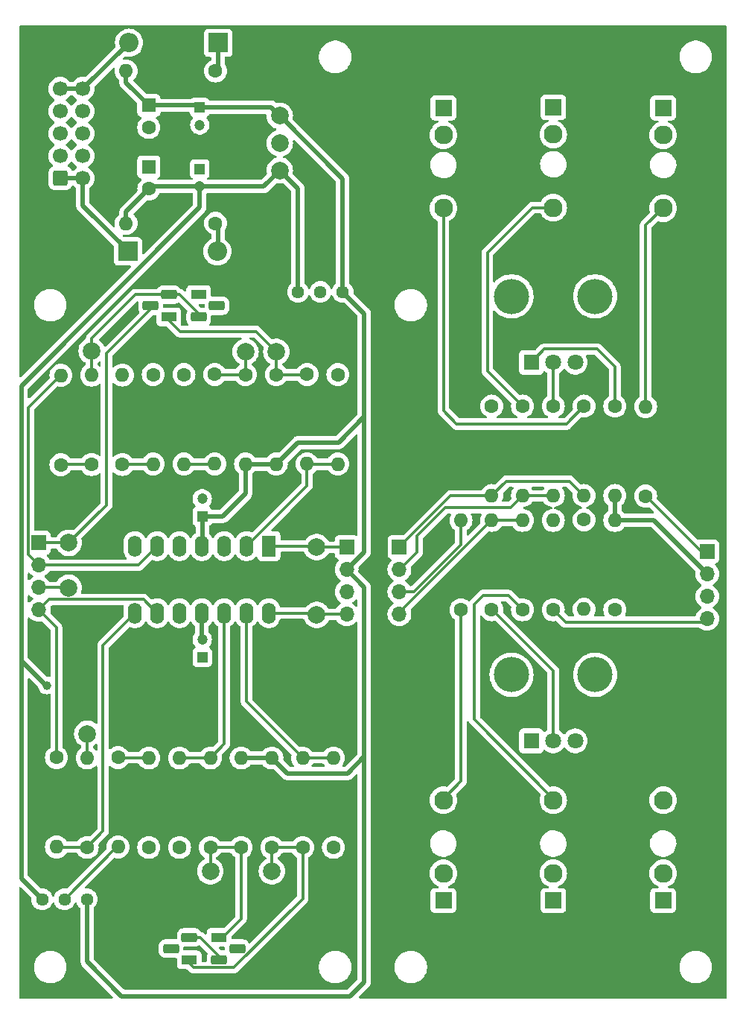
<source format=gtl>
G04 #@! TF.GenerationSoftware,KiCad,Pcbnew,8.0.2-1*
G04 #@! TF.CreationDate,2024-06-17T09:14:50+02:00*
G04 #@! TF.ProjectId,sparkle,73706172-6b6c-4652-9e6b-696361645f70,rev?*
G04 #@! TF.SameCoordinates,Original*
G04 #@! TF.FileFunction,Copper,L1,Top*
G04 #@! TF.FilePolarity,Positive*
%FSLAX46Y46*%
G04 Gerber Fmt 4.6, Leading zero omitted, Abs format (unit mm)*
G04 Created by KiCad (PCBNEW 8.0.2-1) date 2024-06-17 09:14:50*
%MOMM*%
%LPD*%
G01*
G04 APERTURE LIST*
G04 Aperture macros list*
%AMRoundRect*
0 Rectangle with rounded corners*
0 $1 Rounding radius*
0 $2 $3 $4 $5 $6 $7 $8 $9 X,Y pos of 4 corners*
0 Add a 4 corners polygon primitive as box body*
4,1,4,$2,$3,$4,$5,$6,$7,$8,$9,$2,$3,0*
0 Add four circle primitives for the rounded corners*
1,1,$1+$1,$2,$3*
1,1,$1+$1,$4,$5*
1,1,$1+$1,$6,$7*
1,1,$1+$1,$8,$9*
0 Add four rect primitives between the rounded corners*
20,1,$1+$1,$2,$3,$4,$5,0*
20,1,$1+$1,$4,$5,$6,$7,0*
20,1,$1+$1,$6,$7,$8,$9,0*
20,1,$1+$1,$8,$9,$2,$3,0*%
G04 Aperture macros list end*
G04 #@! TA.AperFunction,ComponentPad*
%ADD10C,1.600000*%
G04 #@! TD*
G04 #@! TA.AperFunction,ComponentPad*
%ADD11O,1.600000X1.600000*%
G04 #@! TD*
G04 #@! TA.AperFunction,ComponentPad*
%ADD12R,1.930000X1.830000*%
G04 #@! TD*
G04 #@! TA.AperFunction,ComponentPad*
%ADD13C,2.130000*%
G04 #@! TD*
G04 #@! TA.AperFunction,ComponentPad*
%ADD14R,1.700000X1.700000*%
G04 #@! TD*
G04 #@! TA.AperFunction,ComponentPad*
%ADD15O,1.700000X1.700000*%
G04 #@! TD*
G04 #@! TA.AperFunction,ComponentPad*
%ADD16C,2.000000*%
G04 #@! TD*
G04 #@! TA.AperFunction,ComponentPad*
%ADD17R,2.200000X2.200000*%
G04 #@! TD*
G04 #@! TA.AperFunction,ComponentPad*
%ADD18O,2.200000X2.200000*%
G04 #@! TD*
G04 #@! TA.AperFunction,ComponentPad*
%ADD19R,1.800000X1.100000*%
G04 #@! TD*
G04 #@! TA.AperFunction,ComponentPad*
%ADD20RoundRect,0.275000X-0.625000X0.275000X-0.625000X-0.275000X0.625000X-0.275000X0.625000X0.275000X0*%
G04 #@! TD*
G04 #@! TA.AperFunction,ComponentPad*
%ADD21O,4.000000X4.000000*%
G04 #@! TD*
G04 #@! TA.AperFunction,ComponentPad*
%ADD22R,1.800000X1.800000*%
G04 #@! TD*
G04 #@! TA.AperFunction,ComponentPad*
%ADD23C,1.800000*%
G04 #@! TD*
G04 #@! TA.AperFunction,ComponentPad*
%ADD24RoundRect,0.275000X0.625000X-0.275000X0.625000X0.275000X-0.625000X0.275000X-0.625000X-0.275000X0*%
G04 #@! TD*
G04 #@! TA.AperFunction,ComponentPad*
%ADD25R,1.600000X2.400000*%
G04 #@! TD*
G04 #@! TA.AperFunction,ComponentPad*
%ADD26O,1.600000X2.400000*%
G04 #@! TD*
G04 #@! TA.AperFunction,ComponentPad*
%ADD27RoundRect,0.250000X-0.600000X-0.600000X0.600000X-0.600000X0.600000X0.600000X-0.600000X0.600000X0*%
G04 #@! TD*
G04 #@! TA.AperFunction,ComponentPad*
%ADD28C,1.700000*%
G04 #@! TD*
G04 #@! TA.AperFunction,ComponentPad*
%ADD29R,1.200000X1.200000*%
G04 #@! TD*
G04 #@! TA.AperFunction,ComponentPad*
%ADD30C,1.200000*%
G04 #@! TD*
G04 #@! TA.AperFunction,ComponentPad*
%ADD31C,1.440000*%
G04 #@! TD*
G04 #@! TA.AperFunction,ComponentPad*
%ADD32R,1.600000X1.600000*%
G04 #@! TD*
G04 #@! TA.AperFunction,ViaPad*
%ADD33C,1.000000*%
G04 #@! TD*
G04 #@! TA.AperFunction,Conductor*
%ADD34C,0.500000*%
G04 #@! TD*
G04 #@! TA.AperFunction,Conductor*
%ADD35C,0.300000*%
G04 #@! TD*
G04 APERTURE END LIST*
D10*
X104000000Y-93470000D03*
D11*
X104000000Y-103630000D03*
D10*
X58500000Y-100110000D03*
D11*
X58500000Y-89950000D03*
D10*
X86000000Y-143610000D03*
D11*
X86000000Y-133450000D03*
D12*
X111000000Y-149650000D03*
D13*
X111000000Y-138250000D03*
X111000000Y-146550000D03*
D10*
X76000000Y-89890000D03*
D11*
X76000000Y-100050000D03*
D10*
X79500000Y-89890000D03*
D11*
X79500000Y-100050000D03*
D10*
X72500000Y-89870000D03*
D11*
X72500000Y-100030000D03*
D10*
X79000000Y-143610000D03*
D11*
X79000000Y-133450000D03*
D12*
X111000000Y-59520000D03*
D13*
X111000000Y-70920000D03*
X111000000Y-62620000D03*
D10*
X104000000Y-116610000D03*
D11*
X104000000Y-106450000D03*
D10*
X114500000Y-106390000D03*
D11*
X114500000Y-116550000D03*
D10*
X72000000Y-143610000D03*
D11*
X72000000Y-133450000D03*
D10*
X65500000Y-89890000D03*
D11*
X65500000Y-100050000D03*
D10*
X100500000Y-116630000D03*
D11*
X100500000Y-106470000D03*
D14*
X87500000Y-109500000D03*
D15*
X87500000Y-112040000D03*
X87500000Y-114580000D03*
X87500000Y-117120000D03*
D10*
X68500000Y-143610000D03*
D11*
X68500000Y-133450000D03*
D10*
X82500000Y-143610000D03*
D11*
X82500000Y-133450000D03*
D10*
X55000000Y-100130000D03*
D11*
X55000000Y-89970000D03*
D16*
X79500000Y-87300000D03*
D10*
X61500000Y-133390000D03*
D11*
X61500000Y-143550000D03*
D16*
X58000000Y-130700000D03*
D10*
X121500000Y-103690000D03*
D11*
X121500000Y-93530000D03*
D10*
X62000000Y-100110000D03*
D11*
X62000000Y-89950000D03*
D14*
X52500000Y-109000000D03*
D15*
X52500000Y-111540000D03*
X52500000Y-114080000D03*
X52500000Y-116620000D03*
D12*
X123500000Y-59600000D03*
D13*
X123500000Y-71000000D03*
X123500000Y-62700000D03*
D10*
X69000000Y-89890000D03*
D11*
X69000000Y-100050000D03*
D16*
X55900000Y-109000000D03*
D10*
X107500000Y-116610000D03*
D11*
X107500000Y-106450000D03*
D17*
X62650000Y-75900000D03*
D18*
X72810000Y-75900000D03*
D19*
X70680000Y-80800000D03*
D20*
X72750000Y-82070000D03*
X70680000Y-83340000D03*
D16*
X55900000Y-114100000D03*
D10*
X65000000Y-143610000D03*
D11*
X65000000Y-133450000D03*
D10*
X111000000Y-93470000D03*
D11*
X111000000Y-103630000D03*
D16*
X84100000Y-109500000D03*
D12*
X98500000Y-149650000D03*
D13*
X98500000Y-138250000D03*
X98500000Y-146550000D03*
D10*
X118000000Y-116610000D03*
D11*
X118000000Y-106450000D03*
D16*
X72000000Y-146300000D03*
D10*
X54500000Y-133390000D03*
D11*
X54500000Y-143550000D03*
D10*
X111000000Y-116610000D03*
D11*
X111000000Y-106450000D03*
D16*
X79900000Y-66700000D03*
D10*
X86500000Y-89890000D03*
D11*
X86500000Y-100050000D03*
D10*
X72590000Y-55400000D03*
D11*
X62430000Y-55400000D03*
D16*
X79900000Y-63600000D03*
D10*
X118000000Y-93470000D03*
D11*
X118000000Y-103630000D03*
D10*
X72590000Y-72700000D03*
D11*
X62430000Y-72700000D03*
D17*
X72910000Y-52200000D03*
D18*
X62750000Y-52200000D03*
D21*
X106250000Y-81000000D03*
X115750000Y-81000000D03*
D22*
X108500000Y-88500000D03*
D23*
X111000000Y-88500000D03*
X113500000Y-88500000D03*
D12*
X123500000Y-149650000D03*
D13*
X123500000Y-138250000D03*
X123500000Y-146550000D03*
D16*
X84100000Y-117200000D03*
D10*
X83000000Y-89870000D03*
D11*
X83000000Y-100030000D03*
D21*
X106250000Y-124000000D03*
X115750000Y-124000000D03*
D22*
X108500000Y-131500000D03*
D23*
X111000000Y-131500000D03*
X113500000Y-131500000D03*
D19*
X67280000Y-83340000D03*
D24*
X65210000Y-82070000D03*
X67280000Y-80800000D03*
D19*
X69600000Y-156380000D03*
D24*
X67530000Y-155110000D03*
X69600000Y-153840000D03*
D16*
X76000000Y-87300000D03*
X79900000Y-60500000D03*
D10*
X107500000Y-93470000D03*
D11*
X107500000Y-103630000D03*
D10*
X58000000Y-143610000D03*
D11*
X58000000Y-133450000D03*
D16*
X79000000Y-146300000D03*
D10*
X114500000Y-93470000D03*
D11*
X114500000Y-103630000D03*
D25*
X78660000Y-109380000D03*
D26*
X76120000Y-109380000D03*
X73580000Y-109380000D03*
X71040000Y-109380000D03*
X68500000Y-109380000D03*
X65960000Y-109380000D03*
X63420000Y-109380000D03*
X63420000Y-117000000D03*
X65960000Y-117000000D03*
X68500000Y-117000000D03*
X71040000Y-117000000D03*
X73580000Y-117000000D03*
X76120000Y-117000000D03*
X78660000Y-117000000D03*
D19*
X72980000Y-153830000D03*
D20*
X75050000Y-155100000D03*
X72980000Y-156370000D03*
D12*
X98500000Y-59600000D03*
D13*
X98500000Y-71000000D03*
X98500000Y-62700000D03*
D16*
X58500000Y-87200000D03*
D10*
X75500000Y-143610000D03*
D11*
X75500000Y-133450000D03*
D27*
X54930000Y-67580000D03*
D28*
X57470000Y-67580000D03*
X54930000Y-65040000D03*
X57470000Y-65040000D03*
X54930000Y-62500000D03*
X57470000Y-62500000D03*
X54930000Y-59960000D03*
X57470000Y-59960000D03*
X54930000Y-57420000D03*
X57470000Y-57420000D03*
D29*
X71080000Y-122000000D03*
D30*
X71080000Y-120000000D03*
D14*
X93500000Y-109500000D03*
D15*
X93500000Y-112040000D03*
X93500000Y-114580000D03*
X93500000Y-117120000D03*
D14*
X128500000Y-110000000D03*
D15*
X128500000Y-112540000D03*
X128500000Y-115080000D03*
X128500000Y-117620000D03*
D31*
X57950000Y-149500000D03*
X55410000Y-149500000D03*
X52870000Y-149500000D03*
D29*
X70800000Y-59527401D03*
D30*
X70800000Y-61527401D03*
D29*
X70800000Y-66527401D03*
D30*
X70800000Y-68527401D03*
D29*
X71080000Y-106000000D03*
D30*
X71080000Y-104000000D03*
D32*
X65000000Y-66300000D03*
D10*
X65000000Y-68800000D03*
D32*
X65000000Y-59317621D03*
D10*
X65000000Y-61817621D03*
D31*
X87050000Y-80500000D03*
X84510000Y-80500000D03*
X81970000Y-80500000D03*
D33*
X53400000Y-125200000D03*
D34*
X58000000Y-156600000D02*
X61900000Y-160500000D01*
X79500000Y-100080000D02*
X81980000Y-97600000D01*
X87050000Y-80500000D02*
X89500000Y-82950000D01*
X87600000Y-135200000D02*
X89500000Y-133300000D01*
X65000000Y-59317621D02*
X70590220Y-59317621D01*
X71080000Y-106000000D02*
X73400000Y-106000000D01*
X118000000Y-106420000D02*
X122380000Y-106420000D01*
X80780000Y-135200000D02*
X87600000Y-135200000D01*
X87900000Y-160500000D02*
X89500000Y-158900000D01*
X89500000Y-158900000D02*
X89500000Y-114040000D01*
X86600000Y-97600000D02*
X89500000Y-94700000D01*
X81980000Y-97600000D02*
X86600000Y-97600000D01*
X76000000Y-103400000D02*
X76000000Y-100080000D01*
X89500000Y-94700000D02*
X89500000Y-110040000D01*
X57950000Y-149500000D02*
X58000000Y-149550000D01*
X89500000Y-82950000D02*
X89500000Y-94700000D01*
X61900000Y-160500000D02*
X87900000Y-160500000D01*
X79900000Y-60500000D02*
X87050000Y-67650000D01*
X76000000Y-100080000D02*
X79500000Y-100080000D01*
X58000000Y-149550000D02*
X58000000Y-156600000D01*
X89500000Y-114040000D02*
X87500000Y-112040000D01*
X118000000Y-103660000D02*
X118000000Y-105920000D01*
X75500000Y-133420000D02*
X79000000Y-133420000D01*
X87050000Y-67650000D02*
X87050000Y-80500000D01*
X73400000Y-106000000D02*
X76000000Y-103400000D01*
X70590220Y-59317621D02*
X70800000Y-59527401D01*
X78927401Y-59527401D02*
X79900000Y-60500000D01*
X79000000Y-133420000D02*
X80780000Y-135200000D01*
X70800000Y-59527401D02*
X78927401Y-59527401D01*
X62400000Y-55400000D02*
X62400000Y-56717621D01*
X89500000Y-110040000D02*
X87500000Y-112040000D01*
X71080000Y-106000000D02*
X71080000Y-109340000D01*
X71080000Y-109340000D02*
X71040000Y-109380000D01*
X62400000Y-56717621D02*
X65000000Y-59317621D01*
X122380000Y-106420000D02*
X128500000Y-112540000D01*
X79900000Y-66700000D02*
X81970000Y-68770000D01*
X50500000Y-91200000D02*
X70800000Y-70900000D01*
X62400000Y-72700000D02*
X62400000Y-71400000D01*
X62400000Y-71400000D02*
X65000000Y-68800000D01*
X50500000Y-147130000D02*
X50500000Y-122400000D01*
X53400000Y-125200000D02*
X53300000Y-125200000D01*
X71040000Y-117000000D02*
X71040000Y-119960000D01*
X71040000Y-119960000D02*
X71080000Y-120000000D01*
X52870000Y-149500000D02*
X50500000Y-147130000D01*
X53300000Y-125200000D02*
X50500000Y-122400000D01*
X65272599Y-68527401D02*
X65000000Y-68800000D01*
X70800000Y-68527401D02*
X65272599Y-68527401D01*
X81970000Y-68770000D02*
X81970000Y-80500000D01*
X70800000Y-70900000D02*
X70800000Y-68527401D01*
X50500000Y-122400000D02*
X50500000Y-91200000D01*
X78072599Y-68527401D02*
X79900000Y-66700000D01*
X70800000Y-68527401D02*
X78072599Y-68527401D01*
D35*
X78660000Y-109380000D02*
X83980000Y-109380000D01*
X84100000Y-109500000D02*
X87500000Y-109500000D01*
X83980000Y-109380000D02*
X84100000Y-109500000D01*
X87500000Y-117120000D02*
X84180000Y-117120000D01*
X78660000Y-117000000D02*
X83900000Y-117000000D01*
X84180000Y-117120000D02*
X84100000Y-117200000D01*
X83900000Y-117000000D02*
X84100000Y-117200000D01*
X121500000Y-103660000D02*
X127840000Y-110000000D01*
X127840000Y-110000000D02*
X128500000Y-110000000D01*
X128120000Y-118000000D02*
X128500000Y-117620000D01*
X112420000Y-118000000D02*
X128120000Y-118000000D01*
X111000000Y-116580000D02*
X112420000Y-118000000D01*
X86000000Y-133420000D02*
X82500000Y-133420000D01*
X76120000Y-117000000D02*
X76120000Y-127040000D01*
X76120000Y-127040000D02*
X82500000Y-133420000D01*
X93560000Y-112040000D02*
X93500000Y-112040000D01*
X95500000Y-110100000D02*
X93560000Y-112040000D01*
X95500000Y-108207106D02*
X95500000Y-110100000D01*
X107500000Y-103660000D02*
X111000000Y-103660000D01*
X98707106Y-105000000D02*
X95500000Y-108207106D01*
X106160000Y-105000000D02*
X98707106Y-105000000D01*
X107500000Y-103660000D02*
X106160000Y-105000000D01*
X104000000Y-106420000D02*
X107500000Y-106420000D01*
X104000000Y-106420000D02*
X93500000Y-116920000D01*
X93500000Y-116920000D02*
X93500000Y-117120000D01*
X95132894Y-114580000D02*
X93500000Y-114580000D01*
X100500000Y-109212894D02*
X95132894Y-114580000D01*
X100500000Y-106440000D02*
X100500000Y-109212894D01*
X99340000Y-103660000D02*
X93500000Y-109500000D01*
X114500000Y-103660000D02*
X112840000Y-102000000D01*
X104000000Y-103660000D02*
X99340000Y-103660000D01*
X112840000Y-102000000D02*
X105660000Y-102000000D01*
X105660000Y-102000000D02*
X104000000Y-103660000D01*
X98500000Y-94000000D02*
X98500000Y-70920000D01*
X100000000Y-95500000D02*
X98500000Y-94000000D01*
X112500000Y-95500000D02*
X100000000Y-95500000D01*
X114500000Y-93500000D02*
X112500000Y-95500000D01*
X111000000Y-70920000D02*
X108580000Y-70920000D01*
X108580000Y-70920000D02*
X103500000Y-76000000D01*
X103500000Y-89500000D02*
X107500000Y-93500000D01*
X103500000Y-76000000D02*
X103500000Y-89500000D01*
X100500000Y-116600000D02*
X100500000Y-136080000D01*
X100500000Y-136080000D02*
X98500000Y-138080000D01*
X102000000Y-116000000D02*
X103000000Y-115000000D01*
X102000000Y-129080000D02*
X102000000Y-116000000D01*
X103000000Y-115000000D02*
X105920000Y-115000000D01*
X105920000Y-115000000D02*
X107500000Y-116580000D01*
X111000000Y-138080000D02*
X102000000Y-129080000D01*
X121500000Y-93500000D02*
X121500000Y-72920000D01*
X121500000Y-72920000D02*
X123500000Y-70920000D01*
X77200000Y-85000000D02*
X68540000Y-85000000D01*
X83000000Y-89920000D02*
X79500000Y-89920000D01*
X68540000Y-85000000D02*
X66880000Y-83340000D01*
X79500000Y-87300000D02*
X77200000Y-85000000D01*
X79500000Y-89920000D02*
X79500000Y-87300000D01*
X58500000Y-85785787D02*
X63485787Y-80800000D01*
X58500000Y-89920000D02*
X58500000Y-87200000D01*
X68500000Y-80800000D02*
X71080000Y-83380000D01*
X63485787Y-80800000D02*
X66880000Y-80800000D01*
X66880000Y-80800000D02*
X68500000Y-80800000D01*
X58500000Y-87200000D02*
X58500000Y-85785787D01*
X65500000Y-100080000D02*
X62000000Y-100080000D01*
X69210000Y-153860000D02*
X70870000Y-153860000D01*
X58000000Y-133420000D02*
X58000000Y-130700000D01*
X70870000Y-153860000D02*
X73380000Y-156370000D01*
X79000000Y-143580000D02*
X82500000Y-143580000D01*
X74671504Y-157270000D02*
X70080000Y-157270000D01*
X82500000Y-149441504D02*
X74671504Y-157270000D01*
X82500000Y-143580000D02*
X82500000Y-149441504D01*
X70080000Y-157270000D02*
X69210000Y-156400000D01*
X79000000Y-143580000D02*
X79000000Y-146300000D01*
X76000000Y-87300000D02*
X76000000Y-89920000D01*
X76000000Y-89920000D02*
X72500000Y-89920000D01*
X61500000Y-133420000D02*
X65000000Y-133420000D01*
X75500000Y-151710000D02*
X73380000Y-153830000D01*
X75500000Y-143580000D02*
X75500000Y-151710000D01*
X72000000Y-143580000D02*
X72000000Y-146300000D01*
X72000000Y-143580000D02*
X75500000Y-143580000D01*
X118000000Y-89000000D02*
X118000000Y-93500000D01*
X110000000Y-87000000D02*
X116000000Y-87000000D01*
X116000000Y-87000000D02*
X118000000Y-89000000D01*
X108500000Y-88500000D02*
X110000000Y-87000000D01*
X83000000Y-102500000D02*
X76120000Y-109380000D01*
X83000000Y-100080000D02*
X86500000Y-100080000D01*
X83000000Y-100080000D02*
X83000000Y-102500000D01*
X72500000Y-100080000D02*
X69000000Y-100080000D01*
X111000000Y-93500000D02*
X111000000Y-88500000D01*
X58500000Y-100080000D02*
X55000000Y-100080000D01*
X55410000Y-149500000D02*
X61330000Y-143580000D01*
X61330000Y-143580000D02*
X61500000Y-143580000D01*
X111000000Y-131500000D02*
X111000000Y-123500000D01*
X104080000Y-116580000D02*
X104000000Y-116580000D01*
X111000000Y-123500000D02*
X104080000Y-116580000D01*
X59800000Y-120620000D02*
X59800000Y-141780000D01*
X54500000Y-143580000D02*
X58000000Y-143580000D01*
X59800000Y-141780000D02*
X58000000Y-143580000D01*
X63420000Y-117000000D02*
X59800000Y-120620000D01*
X51300000Y-93620000D02*
X51300000Y-110340000D01*
X51300000Y-110340000D02*
X52500000Y-111540000D01*
X63800000Y-111540000D02*
X52500000Y-111540000D01*
X65960000Y-109380000D02*
X63800000Y-111540000D01*
X55000000Y-89920000D02*
X51300000Y-93620000D01*
X53670000Y-115450000D02*
X52500000Y-116620000D01*
X64410000Y-115450000D02*
X53670000Y-115450000D01*
X65960000Y-117000000D02*
X64410000Y-115450000D01*
X54500000Y-118620000D02*
X54500000Y-133420000D01*
X52500000Y-116620000D02*
X54500000Y-118620000D01*
D34*
X72860000Y-52200000D02*
X72860000Y-55100000D01*
X72860000Y-55100000D02*
X72560000Y-55400000D01*
X57500000Y-57420000D02*
X62700000Y-52220000D01*
X54960000Y-57420000D02*
X57500000Y-57420000D01*
X62700000Y-52220000D02*
X62700000Y-52200000D01*
X54960000Y-67580000D02*
X57500000Y-67580000D01*
X57500000Y-67580000D02*
X57500000Y-70700000D01*
X57500000Y-70700000D02*
X62700000Y-75900000D01*
X72860000Y-73000000D02*
X72560000Y-72700000D01*
X72860000Y-75900000D02*
X72860000Y-73000000D01*
D35*
X68500000Y-133420000D02*
X72000000Y-133420000D01*
X73580000Y-117000000D02*
X73580000Y-131840000D01*
X73580000Y-131840000D02*
X72000000Y-133420000D01*
X60200000Y-104700000D02*
X60200000Y-87480000D01*
X60200000Y-87480000D02*
X65610000Y-82070000D01*
X55900000Y-109000000D02*
X60200000Y-104700000D01*
X52500000Y-109000000D02*
X55900000Y-109000000D01*
X52500000Y-114080000D02*
X55880000Y-114080000D01*
X55880000Y-114080000D02*
X55900000Y-114100000D01*
G04 #@! TA.AperFunction,NonConductor*
G36*
X56349338Y-58190185D02*
G01*
X56383873Y-58223376D01*
X56431505Y-58291401D01*
X56598597Y-58458493D01*
X56598603Y-58458498D01*
X56784158Y-58588425D01*
X56827783Y-58643002D01*
X56834977Y-58712500D01*
X56803454Y-58774855D01*
X56784158Y-58791575D01*
X56598597Y-58921505D01*
X56431505Y-59088597D01*
X56301575Y-59274158D01*
X56246998Y-59317783D01*
X56177500Y-59324977D01*
X56115145Y-59293454D01*
X56098425Y-59274158D01*
X55968494Y-59088597D01*
X55801402Y-58921506D01*
X55801396Y-58921501D01*
X55615842Y-58791575D01*
X55572217Y-58736998D01*
X55565023Y-58667500D01*
X55596546Y-58605145D01*
X55615842Y-58588425D01*
X55681589Y-58542388D01*
X55801401Y-58458495D01*
X55968495Y-58291401D01*
X56016127Y-58223376D01*
X56070704Y-58179751D01*
X56117701Y-58170500D01*
X56282299Y-58170500D01*
X56349338Y-58190185D01*
G37*
G04 #@! TD.AperFunction*
G04 #@! TA.AperFunction,NonConductor*
G36*
X56284855Y-60626546D02*
G01*
X56301575Y-60645842D01*
X56431501Y-60831396D01*
X56431506Y-60831402D01*
X56598597Y-60998493D01*
X56598603Y-60998498D01*
X56784158Y-61128425D01*
X56827783Y-61183002D01*
X56834977Y-61252500D01*
X56803454Y-61314855D01*
X56784158Y-61331575D01*
X56598597Y-61461505D01*
X56431505Y-61628597D01*
X56301575Y-61814158D01*
X56246998Y-61857783D01*
X56177500Y-61864977D01*
X56115145Y-61833454D01*
X56098425Y-61814158D01*
X55968494Y-61628597D01*
X55801402Y-61461506D01*
X55801396Y-61461501D01*
X55615842Y-61331575D01*
X55572217Y-61276998D01*
X55565023Y-61207500D01*
X55596546Y-61145145D01*
X55615842Y-61128425D01*
X55690391Y-61076225D01*
X55801401Y-60998495D01*
X55968495Y-60831401D01*
X56098425Y-60645842D01*
X56153002Y-60602217D01*
X56222500Y-60595023D01*
X56284855Y-60626546D01*
G37*
G04 #@! TD.AperFunction*
G04 #@! TA.AperFunction,NonConductor*
G36*
X56284855Y-63166546D02*
G01*
X56301575Y-63185842D01*
X56431501Y-63371396D01*
X56431506Y-63371402D01*
X56598597Y-63538493D01*
X56598603Y-63538498D01*
X56784158Y-63668425D01*
X56827783Y-63723002D01*
X56834977Y-63792500D01*
X56803454Y-63854855D01*
X56784158Y-63871575D01*
X56598597Y-64001505D01*
X56431505Y-64168597D01*
X56301575Y-64354158D01*
X56246998Y-64397783D01*
X56177500Y-64404977D01*
X56115145Y-64373454D01*
X56098425Y-64354158D01*
X55968494Y-64168597D01*
X55801402Y-64001506D01*
X55801396Y-64001501D01*
X55615842Y-63871575D01*
X55572217Y-63816998D01*
X55565023Y-63747500D01*
X55596546Y-63685145D01*
X55615842Y-63668425D01*
X55638026Y-63652891D01*
X55801401Y-63538495D01*
X55968495Y-63371401D01*
X56098425Y-63185842D01*
X56153002Y-63142217D01*
X56222500Y-63135023D01*
X56284855Y-63166546D01*
G37*
G04 #@! TD.AperFunction*
G04 #@! TA.AperFunction,NonConductor*
G36*
X56284855Y-65706546D02*
G01*
X56301575Y-65725842D01*
X56431501Y-65911396D01*
X56431506Y-65911402D01*
X56598597Y-66078493D01*
X56598603Y-66078498D01*
X56784158Y-66208425D01*
X56827783Y-66263002D01*
X56834977Y-66332500D01*
X56803454Y-66394855D01*
X56784158Y-66411575D01*
X56598597Y-66541505D01*
X56431503Y-66708599D01*
X56430349Y-66709975D01*
X56429688Y-66710414D01*
X56427676Y-66712427D01*
X56427271Y-66712022D01*
X56372173Y-66748671D01*
X56302312Y-66749772D01*
X56242946Y-66712928D01*
X56217663Y-66669265D01*
X56214814Y-66660666D01*
X56122712Y-66511344D01*
X55998656Y-66387288D01*
X55886437Y-66318071D01*
X55849336Y-66295187D01*
X55849331Y-66295185D01*
X55849215Y-66295146D01*
X55840733Y-66292336D01*
X55783290Y-66252564D01*
X55756467Y-66188048D01*
X55768782Y-66119272D01*
X55797767Y-66082517D01*
X55797573Y-66082323D01*
X55799219Y-66080676D01*
X55800040Y-66079636D01*
X55801388Y-66078504D01*
X55801401Y-66078495D01*
X55968495Y-65911401D01*
X56098425Y-65725842D01*
X56153002Y-65682217D01*
X56222500Y-65675023D01*
X56284855Y-65706546D01*
G37*
G04 #@! TD.AperFunction*
G04 #@! TA.AperFunction,NonConductor*
G36*
X61071246Y-55012634D02*
G01*
X61127179Y-55054506D01*
X61151596Y-55119970D01*
X61147687Y-55160907D01*
X61144367Y-55173295D01*
X61144364Y-55173313D01*
X61124532Y-55399998D01*
X61124532Y-55400001D01*
X61144364Y-55626686D01*
X61144366Y-55626697D01*
X61203258Y-55846488D01*
X61203261Y-55846497D01*
X61299431Y-56052732D01*
X61299432Y-56052734D01*
X61429954Y-56239141D01*
X61590854Y-56400041D01*
X61590857Y-56400043D01*
X61590861Y-56400047D01*
X61596619Y-56404079D01*
X61640245Y-56458650D01*
X61649500Y-56505656D01*
X61649500Y-56791539D01*
X61649500Y-56791541D01*
X61649499Y-56791541D01*
X61678340Y-56936528D01*
X61678343Y-56936538D01*
X61734914Y-57073113D01*
X61767812Y-57122348D01*
X61767813Y-57122351D01*
X61817046Y-57196035D01*
X61817052Y-57196042D01*
X63663181Y-59042169D01*
X63696666Y-59103492D01*
X63699500Y-59129850D01*
X63699500Y-60165491D01*
X63699501Y-60165497D01*
X63705908Y-60225104D01*
X63756202Y-60359949D01*
X63756206Y-60359956D01*
X63842452Y-60475165D01*
X63842455Y-60475168D01*
X63957664Y-60561414D01*
X63957671Y-60561418D01*
X63995288Y-60575448D01*
X64092517Y-60611712D01*
X64092527Y-60611713D01*
X64097913Y-60612986D01*
X64158631Y-60647556D01*
X64191021Y-60709464D01*
X64184799Y-60779056D01*
X64157088Y-60821346D01*
X63999951Y-60978483D01*
X63869432Y-61164886D01*
X63869431Y-61164888D01*
X63773261Y-61371123D01*
X63773258Y-61371132D01*
X63714366Y-61590923D01*
X63714364Y-61590934D01*
X63694532Y-61817619D01*
X63694532Y-61817622D01*
X63714364Y-62044307D01*
X63714366Y-62044318D01*
X63773258Y-62264109D01*
X63773261Y-62264118D01*
X63869431Y-62470353D01*
X63869432Y-62470355D01*
X63999954Y-62656762D01*
X64160858Y-62817666D01*
X64160861Y-62817668D01*
X64347266Y-62948189D01*
X64553504Y-63044360D01*
X64773308Y-63103256D01*
X64935230Y-63117422D01*
X64999998Y-63123089D01*
X65000000Y-63123089D01*
X65000002Y-63123089D01*
X65056673Y-63118130D01*
X65226692Y-63103256D01*
X65446496Y-63044360D01*
X65652734Y-62948189D01*
X65839139Y-62817668D01*
X66000047Y-62656760D01*
X66130568Y-62470355D01*
X66226739Y-62264117D01*
X66285635Y-62044313D01*
X66305468Y-61817621D01*
X66301912Y-61776981D01*
X66294913Y-61696977D01*
X66285635Y-61590929D01*
X66226739Y-61371125D01*
X66130568Y-61164887D01*
X66000047Y-60978482D01*
X66000045Y-60978479D01*
X65842913Y-60821347D01*
X65809428Y-60760024D01*
X65814412Y-60690332D01*
X65856284Y-60634399D01*
X65902078Y-60612989D01*
X65907480Y-60611712D01*
X65907483Y-60611712D01*
X65932941Y-60602217D01*
X65974907Y-60586564D01*
X66042331Y-60561417D01*
X66157546Y-60475167D01*
X66243796Y-60359952D01*
X66294091Y-60225104D01*
X66299062Y-60178863D01*
X66325799Y-60114315D01*
X66383191Y-60074467D01*
X66422351Y-60068121D01*
X69576597Y-60068121D01*
X69643636Y-60087806D01*
X69689391Y-60140610D01*
X69699887Y-60178867D01*
X69705909Y-60234884D01*
X69756202Y-60369729D01*
X69756206Y-60369736D01*
X69842452Y-60484945D01*
X69842455Y-60484948D01*
X69957664Y-60571194D01*
X69965454Y-60575448D01*
X69963755Y-60578558D01*
X70006124Y-60610228D01*
X70030588Y-60675675D01*
X70015784Y-60743959D01*
X69990452Y-60776243D01*
X69983236Y-60782820D01*
X69860327Y-60945579D01*
X69769422Y-61128140D01*
X69769417Y-61128153D01*
X69713602Y-61324318D01*
X69694785Y-61527400D01*
X69694785Y-61527401D01*
X69713602Y-61730483D01*
X69769417Y-61926648D01*
X69769422Y-61926661D01*
X69860327Y-62109222D01*
X69983237Y-62271982D01*
X70133958Y-62409381D01*
X70133960Y-62409383D01*
X70206570Y-62454341D01*
X70307363Y-62516749D01*
X70497544Y-62590425D01*
X70698024Y-62627901D01*
X70698026Y-62627901D01*
X70901974Y-62627901D01*
X70901976Y-62627901D01*
X71102456Y-62590425D01*
X71292637Y-62516749D01*
X71466041Y-62409382D01*
X71616764Y-62271980D01*
X71739673Y-62109222D01*
X71830582Y-61926651D01*
X71886397Y-61730484D01*
X71905215Y-61527401D01*
X71886397Y-61324318D01*
X71830582Y-61128151D01*
X71829768Y-61126517D01*
X71774488Y-61015498D01*
X71739673Y-60945580D01*
X71616764Y-60782822D01*
X71612633Y-60779056D01*
X71609551Y-60776246D01*
X71573269Y-60716535D01*
X71575030Y-60646688D01*
X71614273Y-60588880D01*
X71635277Y-60576787D01*
X71634546Y-60575448D01*
X71642326Y-60571198D01*
X71642331Y-60571197D01*
X71757546Y-60484947D01*
X71843796Y-60369732D01*
X71847960Y-60358566D01*
X71889829Y-60302635D01*
X71955293Y-60278217D01*
X71964141Y-60277901D01*
X78278061Y-60277901D01*
X78345100Y-60297586D01*
X78390855Y-60350390D01*
X78401637Y-60412141D01*
X78394357Y-60499994D01*
X78394357Y-60500005D01*
X78414890Y-60747812D01*
X78414892Y-60747824D01*
X78475936Y-60988881D01*
X78575826Y-61216606D01*
X78711833Y-61424782D01*
X78711836Y-61424785D01*
X78880256Y-61607738D01*
X79076491Y-61760474D01*
X79076493Y-61760475D01*
X79269595Y-61864977D01*
X79295190Y-61878828D01*
X79355076Y-61899387D01*
X79452167Y-61932719D01*
X79509182Y-61973105D01*
X79535313Y-62037904D01*
X79522261Y-62106544D01*
X79474173Y-62157232D01*
X79452167Y-62167281D01*
X79295197Y-62221169D01*
X79295188Y-62221172D01*
X79076493Y-62339524D01*
X78880257Y-62492261D01*
X78711833Y-62675217D01*
X78575826Y-62883393D01*
X78475936Y-63111118D01*
X78414892Y-63352175D01*
X78414890Y-63352187D01*
X78394357Y-63599994D01*
X78394357Y-63600005D01*
X78414890Y-63847812D01*
X78414892Y-63847824D01*
X78475936Y-64088881D01*
X78575826Y-64316606D01*
X78711833Y-64524782D01*
X78730257Y-64544796D01*
X78880256Y-64707738D01*
X79076491Y-64860474D01*
X79295190Y-64978828D01*
X79355076Y-64999387D01*
X79452167Y-65032719D01*
X79509182Y-65073105D01*
X79535313Y-65137904D01*
X79522261Y-65206544D01*
X79474173Y-65257232D01*
X79452167Y-65267281D01*
X79295197Y-65321169D01*
X79295188Y-65321172D01*
X79076493Y-65439524D01*
X78880257Y-65592261D01*
X78711833Y-65775217D01*
X78575826Y-65983393D01*
X78475936Y-66211118D01*
X78414892Y-66452175D01*
X78414890Y-66452187D01*
X78394357Y-66699994D01*
X78394357Y-66700005D01*
X78414891Y-66947817D01*
X78433143Y-67019892D01*
X78430518Y-67089712D01*
X78400618Y-67138013D01*
X77798050Y-67740582D01*
X77736727Y-67774067D01*
X77710369Y-67776901D01*
X71740103Y-67776901D01*
X71673064Y-67757216D01*
X71627309Y-67704412D01*
X71617365Y-67635254D01*
X71646390Y-67571698D01*
X71665792Y-67553635D01*
X71725240Y-67509131D01*
X71757546Y-67484947D01*
X71843796Y-67369732D01*
X71894091Y-67234884D01*
X71900500Y-67175274D01*
X71900499Y-65879529D01*
X71894091Y-65819918D01*
X71885901Y-65797960D01*
X71843797Y-65685072D01*
X71843793Y-65685065D01*
X71757547Y-65569856D01*
X71757544Y-65569853D01*
X71642335Y-65483607D01*
X71642328Y-65483603D01*
X71507482Y-65433309D01*
X71507483Y-65433309D01*
X71447883Y-65426902D01*
X71447881Y-65426901D01*
X71447873Y-65426901D01*
X71447864Y-65426901D01*
X70152129Y-65426901D01*
X70152123Y-65426902D01*
X70092516Y-65433309D01*
X69957671Y-65483603D01*
X69957664Y-65483607D01*
X69842455Y-65569853D01*
X69842452Y-65569856D01*
X69756206Y-65685065D01*
X69756202Y-65685072D01*
X69705908Y-65819918D01*
X69699501Y-65879517D01*
X69699501Y-65879524D01*
X69699500Y-65879536D01*
X69699500Y-67175271D01*
X69699501Y-67175277D01*
X69705908Y-67234884D01*
X69756202Y-67369729D01*
X69756206Y-67369736D01*
X69842452Y-67484945D01*
X69842455Y-67484948D01*
X69934208Y-67553635D01*
X69976079Y-67609569D01*
X69981063Y-67679260D01*
X69947577Y-67740583D01*
X69886254Y-67774067D01*
X69859897Y-67776901D01*
X66101259Y-67776901D01*
X66034220Y-67757216D01*
X65988465Y-67704412D01*
X65978521Y-67635254D01*
X66007546Y-67571698D01*
X66035360Y-67549284D01*
X66035231Y-67549112D01*
X66040062Y-67545495D01*
X66041831Y-67544070D01*
X66042330Y-67543797D01*
X66081021Y-67514832D01*
X66157546Y-67457546D01*
X66243796Y-67342331D01*
X66294091Y-67207483D01*
X66300500Y-67147873D01*
X66300499Y-65452128D01*
X66294091Y-65392517D01*
X66285224Y-65368744D01*
X66243797Y-65257671D01*
X66243793Y-65257664D01*
X66157547Y-65142455D01*
X66157544Y-65142452D01*
X66042335Y-65056206D01*
X66042328Y-65056202D01*
X65907482Y-65005908D01*
X65907483Y-65005908D01*
X65847883Y-64999501D01*
X65847881Y-64999500D01*
X65847873Y-64999500D01*
X65847864Y-64999500D01*
X64152129Y-64999500D01*
X64152123Y-64999501D01*
X64092516Y-65005908D01*
X63957671Y-65056202D01*
X63957664Y-65056206D01*
X63842455Y-65142452D01*
X63842452Y-65142455D01*
X63756206Y-65257664D01*
X63756202Y-65257671D01*
X63705908Y-65392517D01*
X63699501Y-65452116D01*
X63699501Y-65452123D01*
X63699500Y-65452135D01*
X63699500Y-67147870D01*
X63699501Y-67147876D01*
X63705908Y-67207483D01*
X63756202Y-67342328D01*
X63756206Y-67342335D01*
X63842452Y-67457544D01*
X63842455Y-67457547D01*
X63957664Y-67543793D01*
X63957671Y-67543797D01*
X64010927Y-67563660D01*
X64092517Y-67594091D01*
X64092527Y-67594092D01*
X64097913Y-67595365D01*
X64158631Y-67629935D01*
X64191021Y-67691843D01*
X64184799Y-67761435D01*
X64157088Y-67803725D01*
X63999951Y-67960862D01*
X63869432Y-68147265D01*
X63869431Y-68147267D01*
X63773261Y-68353502D01*
X63773258Y-68353511D01*
X63714366Y-68573302D01*
X63714364Y-68573313D01*
X63694532Y-68799998D01*
X63694532Y-68800003D01*
X63709129Y-68966861D01*
X63695362Y-69035360D01*
X63673282Y-69065348D01*
X61817048Y-70921583D01*
X61796103Y-70952930D01*
X61775298Y-70984069D01*
X61734919Y-71044499D01*
X61734912Y-71044511D01*
X61678343Y-71181082D01*
X61678340Y-71181092D01*
X61649500Y-71326079D01*
X61649500Y-71594343D01*
X61629815Y-71661382D01*
X61596625Y-71695917D01*
X61590863Y-71699951D01*
X61429951Y-71860862D01*
X61299432Y-72047265D01*
X61299431Y-72047267D01*
X61203261Y-72253502D01*
X61203258Y-72253511D01*
X61144366Y-72473302D01*
X61144364Y-72473313D01*
X61124532Y-72699998D01*
X61124532Y-72700001D01*
X61144364Y-72926686D01*
X61144367Y-72926700D01*
X61155007Y-72966411D01*
X61153344Y-73036261D01*
X61114181Y-73094123D01*
X61049952Y-73121626D01*
X60981050Y-73110039D01*
X60947551Y-73086184D01*
X60180551Y-72319184D01*
X58286819Y-70425451D01*
X58253334Y-70364128D01*
X58250500Y-70337770D01*
X58250500Y-68746694D01*
X58270185Y-68679655D01*
X58303375Y-68645120D01*
X58341401Y-68618495D01*
X58508495Y-68451401D01*
X58644035Y-68257830D01*
X58743903Y-68043663D01*
X58805063Y-67815408D01*
X58825659Y-67580000D01*
X58825182Y-67574553D01*
X58817343Y-67484947D01*
X58805063Y-67344592D01*
X58743903Y-67116337D01*
X58644035Y-66902171D01*
X58634776Y-66888947D01*
X58508494Y-66708597D01*
X58341402Y-66541506D01*
X58341396Y-66541501D01*
X58155842Y-66411575D01*
X58112217Y-66356998D01*
X58105023Y-66287500D01*
X58136546Y-66225145D01*
X58155842Y-66208425D01*
X58184943Y-66188048D01*
X58341401Y-66078495D01*
X58508495Y-65911401D01*
X58644035Y-65717830D01*
X58743903Y-65503663D01*
X58805063Y-65275408D01*
X58825659Y-65040000D01*
X58805063Y-64804592D01*
X58743903Y-64576337D01*
X58644035Y-64362171D01*
X58638425Y-64354158D01*
X58508494Y-64168597D01*
X58341402Y-64001506D01*
X58341396Y-64001501D01*
X58155842Y-63871575D01*
X58112217Y-63816998D01*
X58105023Y-63747500D01*
X58136546Y-63685145D01*
X58155842Y-63668425D01*
X58178026Y-63652891D01*
X58341401Y-63538495D01*
X58508495Y-63371401D01*
X58644035Y-63177830D01*
X58743903Y-62963663D01*
X58805063Y-62735408D01*
X58825659Y-62500000D01*
X58805063Y-62264592D01*
X58758626Y-62091285D01*
X58743905Y-62036344D01*
X58743904Y-62036343D01*
X58743903Y-62036337D01*
X58644035Y-61822171D01*
X58638425Y-61814158D01*
X58508494Y-61628597D01*
X58341402Y-61461506D01*
X58341396Y-61461501D01*
X58155842Y-61331575D01*
X58112217Y-61276998D01*
X58105023Y-61207500D01*
X58136546Y-61145145D01*
X58155842Y-61128425D01*
X58230391Y-61076225D01*
X58341401Y-60998495D01*
X58508495Y-60831401D01*
X58644035Y-60637830D01*
X58743903Y-60423663D01*
X58805063Y-60195408D01*
X58825659Y-59960000D01*
X58805063Y-59724592D01*
X58743903Y-59496337D01*
X58644035Y-59282171D01*
X58638425Y-59274158D01*
X58508494Y-59088597D01*
X58341402Y-58921506D01*
X58341396Y-58921501D01*
X58155842Y-58791575D01*
X58112217Y-58736998D01*
X58105023Y-58667500D01*
X58136546Y-58605145D01*
X58155842Y-58588425D01*
X58221589Y-58542388D01*
X58341401Y-58458495D01*
X58508495Y-58291401D01*
X58644035Y-58097830D01*
X58743903Y-57883663D01*
X58805063Y-57655408D01*
X58825659Y-57420000D01*
X58809435Y-57234569D01*
X58823201Y-57166073D01*
X58845279Y-57136087D01*
X60940233Y-55041133D01*
X61001554Y-55007650D01*
X61071246Y-55012634D01*
G37*
G04 #@! TD.AperFunction*
G04 #@! TA.AperFunction,NonConductor*
G36*
X69992539Y-69297586D02*
G01*
X70038294Y-69350390D01*
X70049500Y-69401901D01*
X70049500Y-70537769D01*
X70029815Y-70604808D01*
X70013181Y-70625450D01*
X64462180Y-76176451D01*
X64400857Y-76209936D01*
X64331165Y-76204952D01*
X64275232Y-76163080D01*
X64250815Y-76097616D01*
X64250499Y-76088770D01*
X64250499Y-74752129D01*
X64250498Y-74752123D01*
X64244091Y-74692516D01*
X64193797Y-74557671D01*
X64193793Y-74557664D01*
X64107547Y-74442455D01*
X64107544Y-74442452D01*
X63992335Y-74356206D01*
X63992328Y-74356202D01*
X63857482Y-74305908D01*
X63857483Y-74305908D01*
X63797883Y-74299501D01*
X63797881Y-74299500D01*
X63797873Y-74299500D01*
X63797865Y-74299500D01*
X62212229Y-74299500D01*
X62145190Y-74279815D01*
X62124548Y-74263181D01*
X62043815Y-74182448D01*
X62010330Y-74121125D01*
X62015314Y-74051433D01*
X62057186Y-73995500D01*
X62122650Y-73971083D01*
X62163586Y-73974991D01*
X62203308Y-73985635D01*
X62365230Y-73999801D01*
X62429998Y-74005468D01*
X62430000Y-74005468D01*
X62430002Y-74005468D01*
X62486673Y-74000509D01*
X62656692Y-73985635D01*
X62876496Y-73926739D01*
X63082734Y-73830568D01*
X63269139Y-73700047D01*
X63430047Y-73539139D01*
X63560568Y-73352734D01*
X63656739Y-73146496D01*
X63715635Y-72926692D01*
X63735468Y-72700000D01*
X63715635Y-72473308D01*
X63656739Y-72253504D01*
X63560568Y-72047266D01*
X63430047Y-71860861D01*
X63430045Y-71860858D01*
X63302958Y-71733771D01*
X63269473Y-71672448D01*
X63274457Y-71602756D01*
X63302958Y-71558409D01*
X63942460Y-70918907D01*
X64734652Y-70126714D01*
X64795973Y-70093231D01*
X64833135Y-70090869D01*
X64976366Y-70103400D01*
X64999999Y-70105468D01*
X65000000Y-70105468D01*
X65000002Y-70105468D01*
X65056673Y-70100509D01*
X65226692Y-70085635D01*
X65446496Y-70026739D01*
X65652734Y-69930568D01*
X65839139Y-69800047D01*
X66000047Y-69639139D01*
X66130568Y-69452734D01*
X66178709Y-69349495D01*
X66224881Y-69297057D01*
X66291091Y-69277901D01*
X69925500Y-69277901D01*
X69992539Y-69297586D01*
G37*
G04 #@! TD.AperFunction*
G04 #@! TA.AperFunction,NonConductor*
G36*
X81582184Y-63245629D02*
G01*
X81596679Y-63258047D01*
X86263181Y-67924549D01*
X86296666Y-67985872D01*
X86299500Y-68012230D01*
X86299500Y-79473089D01*
X86279815Y-79540128D01*
X86263181Y-79560770D01*
X86111472Y-79712478D01*
X85988977Y-79887421D01*
X85898725Y-80080968D01*
X85896870Y-80086064D01*
X85894749Y-80085292D01*
X85863406Y-80136710D01*
X85800558Y-80167237D01*
X85731183Y-80158939D01*
X85677307Y-80114452D01*
X85664169Y-80085685D01*
X85663130Y-80086064D01*
X85661279Y-80080983D01*
X85661276Y-80080970D01*
X85571021Y-79887419D01*
X85448529Y-79712481D01*
X85448527Y-79712478D01*
X85297521Y-79561472D01*
X85122578Y-79438977D01*
X85122579Y-79438977D01*
X84993547Y-79378809D01*
X84929030Y-79348724D01*
X84929026Y-79348723D01*
X84929022Y-79348721D01*
X84722752Y-79293452D01*
X84722748Y-79293451D01*
X84722747Y-79293451D01*
X84722746Y-79293450D01*
X84722741Y-79293450D01*
X84510002Y-79274838D01*
X84509998Y-79274838D01*
X84297258Y-79293450D01*
X84297247Y-79293452D01*
X84090977Y-79348721D01*
X84090968Y-79348725D01*
X83897421Y-79438977D01*
X83722478Y-79561472D01*
X83571472Y-79712478D01*
X83448977Y-79887421D01*
X83358725Y-80080968D01*
X83356870Y-80086064D01*
X83354749Y-80085292D01*
X83323406Y-80136710D01*
X83260558Y-80167237D01*
X83191183Y-80158939D01*
X83137307Y-80114452D01*
X83124169Y-80085685D01*
X83123130Y-80086064D01*
X83121279Y-80080983D01*
X83121276Y-80080970D01*
X83031021Y-79887419D01*
X82908529Y-79712481D01*
X82908527Y-79712478D01*
X82756819Y-79560770D01*
X82723334Y-79499447D01*
X82720500Y-79473089D01*
X82720500Y-68696079D01*
X82691659Y-68551092D01*
X82691658Y-68551091D01*
X82691658Y-68551087D01*
X82670221Y-68499334D01*
X82635085Y-68414507D01*
X82594329Y-68353511D01*
X82578954Y-68330500D01*
X82552952Y-68291584D01*
X81399381Y-67138013D01*
X81365896Y-67076690D01*
X81366857Y-67019890D01*
X81385106Y-66947829D01*
X81385106Y-66947828D01*
X81385108Y-66947821D01*
X81385109Y-66947812D01*
X81405643Y-66700005D01*
X81405643Y-66699994D01*
X81385109Y-66452187D01*
X81385107Y-66452175D01*
X81324063Y-66211118D01*
X81224173Y-65983393D01*
X81088166Y-65775217D01*
X81042713Y-65725842D01*
X80919744Y-65592262D01*
X80723509Y-65439526D01*
X80723507Y-65439525D01*
X80723506Y-65439524D01*
X80504811Y-65321172D01*
X80504802Y-65321169D01*
X80347832Y-65267281D01*
X80290817Y-65226896D01*
X80264686Y-65162096D01*
X80277737Y-65093456D01*
X80325826Y-65042769D01*
X80347832Y-65032719D01*
X80393926Y-65016894D01*
X80504810Y-64978828D01*
X80723509Y-64860474D01*
X80919744Y-64707738D01*
X81088164Y-64524785D01*
X81224173Y-64316607D01*
X81324063Y-64088881D01*
X81385108Y-63847821D01*
X81389692Y-63792500D01*
X81405643Y-63600005D01*
X81405643Y-63599994D01*
X81385422Y-63355968D01*
X81399503Y-63287532D01*
X81448348Y-63237573D01*
X81516449Y-63221952D01*
X81582184Y-63245629D01*
G37*
G04 #@! TD.AperFunction*
G04 #@! TA.AperFunction,NonConductor*
G36*
X71292539Y-81870184D02*
G01*
X71338294Y-81922988D01*
X71349500Y-81974499D01*
X71349500Y-82165500D01*
X71329815Y-82232539D01*
X71277011Y-82278294D01*
X71225500Y-82289500D01*
X70960808Y-82289500D01*
X70893769Y-82269815D01*
X70873127Y-82253181D01*
X70682126Y-82062180D01*
X70648641Y-82000857D01*
X70653625Y-81931165D01*
X70695497Y-81875232D01*
X70760961Y-81850815D01*
X70769807Y-81850499D01*
X71225500Y-81850499D01*
X71292539Y-81870184D01*
G37*
G04 #@! TD.AperFunction*
G04 #@! TA.AperFunction,NonConductor*
G36*
X68487133Y-81710715D02*
G01*
X68506714Y-81726660D01*
X69341599Y-82561545D01*
X69375084Y-82622868D01*
X69370100Y-82692560D01*
X69358915Y-82715192D01*
X69351878Y-82726391D01*
X69351877Y-82726394D01*
X69294159Y-82891340D01*
X69294157Y-82891351D01*
X69279500Y-83021441D01*
X69279500Y-83658558D01*
X69294157Y-83788648D01*
X69294159Y-83788658D01*
X69351877Y-83953604D01*
X69444853Y-84101576D01*
X69481096Y-84137819D01*
X69514581Y-84199142D01*
X69509597Y-84268834D01*
X69467725Y-84324767D01*
X69402261Y-84349184D01*
X69393415Y-84349500D01*
X68860808Y-84349500D01*
X68793769Y-84329815D01*
X68773127Y-84313181D01*
X68671582Y-84211636D01*
X68638097Y-84150313D01*
X68643080Y-84080626D01*
X68674091Y-83997483D01*
X68680500Y-83937873D01*
X68680499Y-82742128D01*
X68674091Y-82682517D01*
X68666567Y-82662345D01*
X68623797Y-82547671D01*
X68623793Y-82547664D01*
X68537547Y-82432455D01*
X68537544Y-82432452D01*
X68422335Y-82346206D01*
X68422328Y-82346202D01*
X68287482Y-82295908D01*
X68287483Y-82295908D01*
X68227883Y-82289501D01*
X68227881Y-82289500D01*
X68227873Y-82289500D01*
X68227865Y-82289500D01*
X66734500Y-82289500D01*
X66667461Y-82269815D01*
X66621706Y-82217011D01*
X66610500Y-82165500D01*
X66610500Y-81974500D01*
X66630185Y-81907461D01*
X66682989Y-81861706D01*
X66734500Y-81850500D01*
X67948555Y-81850500D01*
X67948556Y-81850499D01*
X68078657Y-81835841D01*
X68243606Y-81778122D01*
X68353062Y-81709346D01*
X68420298Y-81690347D01*
X68487133Y-81710715D01*
G37*
G04 #@! TD.AperFunction*
G04 #@! TA.AperFunction,NonConductor*
G36*
X63735041Y-81573205D02*
G01*
X63790974Y-81615077D01*
X63815391Y-81680541D01*
X63814928Y-81703269D01*
X63814089Y-81710715D01*
X63809501Y-81751445D01*
X63809500Y-81751451D01*
X63809500Y-82388558D01*
X63824157Y-82518648D01*
X63824159Y-82518658D01*
X63881497Y-82682517D01*
X63881878Y-82683606D01*
X63904347Y-82719366D01*
X63923347Y-82786602D01*
X63902979Y-82853437D01*
X63887034Y-82873018D01*
X60090469Y-86669583D01*
X60029146Y-86703068D01*
X59959454Y-86698084D01*
X59903521Y-86656212D01*
X59889232Y-86631712D01*
X59824173Y-86483393D01*
X59688166Y-86275217D01*
X59611800Y-86192262D01*
X59519744Y-86092262D01*
X59451986Y-86039524D01*
X59402093Y-86000690D01*
X59361280Y-85943980D01*
X59357606Y-85874207D01*
X59390573Y-85815158D01*
X63604028Y-81601704D01*
X63665349Y-81568221D01*
X63735041Y-81573205D01*
G37*
G04 #@! TD.AperFunction*
G04 #@! TA.AperFunction,NonConductor*
G36*
X59482870Y-88428294D02*
G01*
X59533196Y-88476762D01*
X59549500Y-88538224D01*
X59549500Y-88860951D01*
X59529815Y-88927990D01*
X59477011Y-88973745D01*
X59407853Y-88983689D01*
X59344297Y-88954664D01*
X59340124Y-88950779D01*
X59339143Y-88949955D01*
X59203377Y-88854891D01*
X59159752Y-88800314D01*
X59150500Y-88753316D01*
X59150500Y-88627989D01*
X59170185Y-88560950D01*
X59215483Y-88518934D01*
X59323509Y-88460474D01*
X59349338Y-88440369D01*
X59414330Y-88414728D01*
X59482870Y-88428294D01*
G37*
G04 #@! TD.AperFunction*
G04 #@! TA.AperFunction,NonConductor*
G36*
X88668834Y-96695047D02*
G01*
X88724767Y-96736919D01*
X88749184Y-96802383D01*
X88749500Y-96811229D01*
X88749500Y-108086230D01*
X88729815Y-108153269D01*
X88677011Y-108199024D01*
X88607853Y-108208968D01*
X88582168Y-108202412D01*
X88457485Y-108155909D01*
X88457483Y-108155908D01*
X88397883Y-108149501D01*
X88397881Y-108149500D01*
X88397873Y-108149500D01*
X88397864Y-108149500D01*
X86602129Y-108149500D01*
X86602123Y-108149501D01*
X86542516Y-108155908D01*
X86407671Y-108206202D01*
X86407664Y-108206206D01*
X86292455Y-108292452D01*
X86292452Y-108292455D01*
X86206206Y-108407664D01*
X86206202Y-108407671D01*
X86155908Y-108542517D01*
X86149501Y-108602116D01*
X86149500Y-108602135D01*
X86149500Y-108725500D01*
X86129815Y-108792539D01*
X86077011Y-108838294D01*
X86025500Y-108849500D01*
X85533837Y-108849500D01*
X85466798Y-108829815D01*
X85427438Y-108787384D01*
X85426978Y-108787686D01*
X85425214Y-108784987D01*
X85424786Y-108784525D01*
X85424173Y-108783393D01*
X85288166Y-108575217D01*
X85244620Y-108527914D01*
X85119744Y-108392262D01*
X84923509Y-108239526D01*
X84923507Y-108239525D01*
X84923506Y-108239524D01*
X84704811Y-108121172D01*
X84704802Y-108121169D01*
X84469616Y-108040429D01*
X84224335Y-107999500D01*
X83975665Y-107999500D01*
X83730383Y-108040429D01*
X83495197Y-108121169D01*
X83495188Y-108121172D01*
X83276493Y-108239524D01*
X83080257Y-108392261D01*
X82911833Y-108575217D01*
X82847740Y-108673321D01*
X82794593Y-108718678D01*
X82743931Y-108729500D01*
X80084499Y-108729500D01*
X80017460Y-108709815D01*
X79971705Y-108657011D01*
X79960499Y-108605500D01*
X79960499Y-108132129D01*
X79960498Y-108132123D01*
X79957273Y-108102123D01*
X79954091Y-108072517D01*
X79949063Y-108059037D01*
X79903797Y-107937671D01*
X79903793Y-107937664D01*
X79817547Y-107822455D01*
X79817544Y-107822452D01*
X79702335Y-107736206D01*
X79702328Y-107736202D01*
X79567482Y-107685908D01*
X79567483Y-107685908D01*
X79507883Y-107679501D01*
X79507881Y-107679500D01*
X79507873Y-107679500D01*
X79507865Y-107679500D01*
X79039807Y-107679500D01*
X78972768Y-107659815D01*
X78927013Y-107607011D01*
X78917069Y-107537853D01*
X78946094Y-107474297D01*
X78952126Y-107467819D01*
X81127429Y-105292517D01*
X83505276Y-102914670D01*
X83576465Y-102808127D01*
X83625501Y-102689744D01*
X83637394Y-102629954D01*
X83638280Y-102625502D01*
X83638280Y-102625500D01*
X83650500Y-102564070D01*
X83650500Y-101226682D01*
X83670185Y-101159643D01*
X83703371Y-101125111D01*
X83839139Y-101030047D01*
X84000047Y-100869139D01*
X84060098Y-100783377D01*
X84114675Y-100739752D01*
X84161673Y-100730500D01*
X85324323Y-100730500D01*
X85391362Y-100750185D01*
X85425898Y-100783377D01*
X85499954Y-100889141D01*
X85660858Y-101050045D01*
X85660861Y-101050047D01*
X85847266Y-101180568D01*
X86053504Y-101276739D01*
X86273308Y-101335635D01*
X86431786Y-101349500D01*
X86499998Y-101355468D01*
X86500000Y-101355468D01*
X86500002Y-101355468D01*
X86568214Y-101349500D01*
X86726692Y-101335635D01*
X86946496Y-101276739D01*
X87152734Y-101180568D01*
X87339139Y-101050047D01*
X87500047Y-100889139D01*
X87630568Y-100702734D01*
X87726739Y-100496496D01*
X87785635Y-100276692D01*
X87805468Y-100050000D01*
X87785635Y-99823308D01*
X87726739Y-99603504D01*
X87630568Y-99397266D01*
X87532839Y-99257693D01*
X87500045Y-99210858D01*
X87339141Y-99049954D01*
X87152734Y-98919432D01*
X87152732Y-98919431D01*
X86946497Y-98823261D01*
X86946488Y-98823258D01*
X86726697Y-98764366D01*
X86726693Y-98764365D01*
X86726692Y-98764365D01*
X86726691Y-98764364D01*
X86726686Y-98764364D01*
X86500002Y-98744532D01*
X86499998Y-98744532D01*
X86273313Y-98764364D01*
X86273302Y-98764366D01*
X86053511Y-98823258D01*
X86053502Y-98823261D01*
X85847267Y-98919431D01*
X85847265Y-98919432D01*
X85660858Y-99049954D01*
X85499954Y-99210858D01*
X85453906Y-99276623D01*
X85383885Y-99376624D01*
X85329311Y-99420248D01*
X85282312Y-99429500D01*
X84231692Y-99429500D01*
X84164653Y-99409815D01*
X84130119Y-99376625D01*
X84000047Y-99190861D01*
X84000045Y-99190858D01*
X83839141Y-99029954D01*
X83652734Y-98899432D01*
X83652732Y-98899431D01*
X83446497Y-98803261D01*
X83446488Y-98803258D01*
X83226697Y-98744366D01*
X83226693Y-98744365D01*
X83226692Y-98744365D01*
X83226691Y-98744364D01*
X83226686Y-98744364D01*
X83000002Y-98724532D01*
X82999998Y-98724532D01*
X82773313Y-98744364D01*
X82773302Y-98744366D01*
X82553511Y-98803258D01*
X82553502Y-98803261D01*
X82347267Y-98899431D01*
X82347265Y-98899432D01*
X82160858Y-99029954D01*
X81999954Y-99190858D01*
X81869432Y-99377265D01*
X81869431Y-99377267D01*
X81773261Y-99583502D01*
X81773258Y-99583511D01*
X81714366Y-99803302D01*
X81714364Y-99803313D01*
X81694532Y-100029998D01*
X81694532Y-100030001D01*
X81714364Y-100256686D01*
X81714366Y-100256697D01*
X81773258Y-100476488D01*
X81773261Y-100476497D01*
X81869431Y-100682732D01*
X81869432Y-100682734D01*
X81999954Y-100869141D01*
X82160855Y-101030042D01*
X82160858Y-101030044D01*
X82160861Y-101030047D01*
X82296626Y-101125109D01*
X82340248Y-101179683D01*
X82349500Y-101226682D01*
X82349500Y-102179191D01*
X82329815Y-102246230D01*
X82313181Y-102266872D01*
X76806176Y-107773876D01*
X76744853Y-107807361D01*
X76675161Y-107802377D01*
X76662200Y-107796680D01*
X76619223Y-107774781D01*
X76424534Y-107711522D01*
X76249995Y-107683878D01*
X76222352Y-107679500D01*
X76017648Y-107679500D01*
X75993329Y-107683351D01*
X75815465Y-107711522D01*
X75620776Y-107774781D01*
X75438386Y-107867715D01*
X75272786Y-107988028D01*
X75128028Y-108132786D01*
X75007715Y-108298386D01*
X74960485Y-108391080D01*
X74912510Y-108441876D01*
X74844689Y-108458671D01*
X74778554Y-108436134D01*
X74739515Y-108391080D01*
X74718356Y-108349554D01*
X74692287Y-108298390D01*
X74676754Y-108277011D01*
X74571971Y-108132786D01*
X74427213Y-107988028D01*
X74261613Y-107867715D01*
X74261612Y-107867714D01*
X74261610Y-107867713D01*
X74178804Y-107825521D01*
X74079223Y-107774781D01*
X73884534Y-107711522D01*
X73709995Y-107683878D01*
X73682352Y-107679500D01*
X73477648Y-107679500D01*
X73453329Y-107683351D01*
X73275465Y-107711522D01*
X73080776Y-107774781D01*
X72898386Y-107867715D01*
X72732786Y-107988028D01*
X72588028Y-108132786D01*
X72467715Y-108298386D01*
X72420485Y-108391080D01*
X72372510Y-108441876D01*
X72304689Y-108458671D01*
X72238554Y-108436134D01*
X72199515Y-108391080D01*
X72178356Y-108349554D01*
X72152287Y-108298390D01*
X72136754Y-108277011D01*
X72031971Y-108132786D01*
X71887221Y-107988036D01*
X71887215Y-107988031D01*
X71881612Y-107983960D01*
X71838948Y-107928629D01*
X71830500Y-107883644D01*
X71830500Y-107164141D01*
X71850185Y-107097102D01*
X71902989Y-107051347D01*
X71911149Y-107047966D01*
X71922331Y-107043796D01*
X71923753Y-107042732D01*
X71960447Y-107015261D01*
X72037546Y-106957546D01*
X72123796Y-106842331D01*
X72127960Y-106831165D01*
X72169829Y-106775234D01*
X72235293Y-106750816D01*
X72244141Y-106750500D01*
X73473920Y-106750500D01*
X73571462Y-106731096D01*
X73618913Y-106721658D01*
X73755495Y-106665084D01*
X73827919Y-106616692D01*
X73878416Y-106582952D01*
X76582951Y-103878416D01*
X76665084Y-103755495D01*
X76721658Y-103618913D01*
X76750500Y-103473918D01*
X76750500Y-103326083D01*
X76750500Y-101176662D01*
X76770185Y-101109623D01*
X76803379Y-101075086D01*
X76839140Y-101050046D01*
X77000046Y-100889140D01*
X77004082Y-100883377D01*
X77058659Y-100839752D01*
X77105657Y-100830500D01*
X78394343Y-100830500D01*
X78461382Y-100850185D01*
X78495918Y-100883377D01*
X78499953Y-100889140D01*
X78660858Y-101050045D01*
X78660861Y-101050047D01*
X78847266Y-101180568D01*
X79053504Y-101276739D01*
X79273308Y-101335635D01*
X79431786Y-101349500D01*
X79499998Y-101355468D01*
X79500000Y-101355468D01*
X79500002Y-101355468D01*
X79568214Y-101349500D01*
X79726692Y-101335635D01*
X79946496Y-101276739D01*
X80152734Y-101180568D01*
X80339139Y-101050047D01*
X80500047Y-100889139D01*
X80630568Y-100702734D01*
X80726739Y-100496496D01*
X80785635Y-100276692D01*
X80805468Y-100050000D01*
X80793282Y-99910723D01*
X80807048Y-99842226D01*
X80829126Y-99812240D01*
X82254548Y-98386819D01*
X82315871Y-98353334D01*
X82342229Y-98350500D01*
X86673920Y-98350500D01*
X86771462Y-98331096D01*
X86818913Y-98321658D01*
X86955495Y-98265084D01*
X87004729Y-98232186D01*
X87078416Y-98182952D01*
X88537819Y-96723547D01*
X88599142Y-96690063D01*
X88668834Y-96695047D01*
G37*
G04 #@! TD.AperFunction*
G04 #@! TA.AperFunction,NonConductor*
G36*
X79775665Y-68200500D02*
G01*
X79775666Y-68200500D01*
X80024335Y-68200500D01*
X80231158Y-68165988D01*
X80300523Y-68174370D01*
X80339248Y-68200616D01*
X81183181Y-69044549D01*
X81216666Y-69105872D01*
X81219500Y-69132230D01*
X81219500Y-79473089D01*
X81199815Y-79540128D01*
X81183181Y-79560770D01*
X81031472Y-79712478D01*
X80908977Y-79887421D01*
X80818725Y-80080968D01*
X80818721Y-80080977D01*
X80763452Y-80287247D01*
X80763450Y-80287258D01*
X80744838Y-80499998D01*
X80744838Y-80500001D01*
X80763450Y-80712741D01*
X80763452Y-80712752D01*
X80818721Y-80919022D01*
X80818723Y-80919026D01*
X80818724Y-80919030D01*
X80831772Y-80947011D01*
X80908977Y-81112578D01*
X81031472Y-81287521D01*
X81182478Y-81438527D01*
X81182481Y-81438529D01*
X81357419Y-81561021D01*
X81357421Y-81561022D01*
X81357420Y-81561022D01*
X81383547Y-81573205D01*
X81550970Y-81651276D01*
X81757253Y-81706549D01*
X81909215Y-81719844D01*
X81969998Y-81725162D01*
X81970000Y-81725162D01*
X81970002Y-81725162D01*
X82023186Y-81720508D01*
X82182747Y-81706549D01*
X82389030Y-81651276D01*
X82582581Y-81561021D01*
X82757519Y-81438529D01*
X82908529Y-81287519D01*
X83031021Y-81112581D01*
X83121276Y-80919030D01*
X83121280Y-80919013D01*
X83123130Y-80913936D01*
X83125253Y-80914709D01*
X83156576Y-80863305D01*
X83219419Y-80832766D01*
X83288796Y-80841050D01*
X83342680Y-80885528D01*
X83355827Y-80914315D01*
X83356870Y-80913936D01*
X83358722Y-80919022D01*
X83358724Y-80919030D01*
X83371772Y-80947011D01*
X83448977Y-81112578D01*
X83571472Y-81287521D01*
X83722478Y-81438527D01*
X83722481Y-81438529D01*
X83897419Y-81561021D01*
X83897421Y-81561022D01*
X83897420Y-81561022D01*
X83923547Y-81573205D01*
X84090970Y-81651276D01*
X84297253Y-81706549D01*
X84449215Y-81719844D01*
X84509998Y-81725162D01*
X84510000Y-81725162D01*
X84510002Y-81725162D01*
X84563186Y-81720508D01*
X84722747Y-81706549D01*
X84929030Y-81651276D01*
X85122581Y-81561021D01*
X85297519Y-81438529D01*
X85448529Y-81287519D01*
X85571021Y-81112581D01*
X85661276Y-80919030D01*
X85661280Y-80919013D01*
X85663130Y-80913936D01*
X85665253Y-80914709D01*
X85696576Y-80863305D01*
X85759419Y-80832766D01*
X85828796Y-80841050D01*
X85882680Y-80885528D01*
X85895827Y-80914315D01*
X85896870Y-80913936D01*
X85898722Y-80919022D01*
X85898724Y-80919030D01*
X85911772Y-80947011D01*
X85988977Y-81112578D01*
X86111472Y-81287521D01*
X86262478Y-81438527D01*
X86262481Y-81438529D01*
X86437419Y-81561021D01*
X86437421Y-81561022D01*
X86437420Y-81561022D01*
X86463547Y-81573205D01*
X86630970Y-81651276D01*
X86837253Y-81706549D01*
X86989215Y-81719844D01*
X87049998Y-81725162D01*
X87049999Y-81725162D01*
X87049999Y-81725161D01*
X87050000Y-81725162D01*
X87143015Y-81717023D01*
X87211512Y-81730789D01*
X87241502Y-81752870D01*
X88713181Y-83224548D01*
X88746666Y-83285871D01*
X88749500Y-83312229D01*
X88749500Y-94337770D01*
X88729815Y-94404809D01*
X88713181Y-94425451D01*
X86325451Y-96813181D01*
X86264128Y-96846666D01*
X86237770Y-96849500D01*
X81906076Y-96849500D01*
X81877242Y-96855234D01*
X81877243Y-96855235D01*
X81761093Y-96878339D01*
X81761083Y-96878342D01*
X81681081Y-96911479D01*
X81681082Y-96911480D01*
X81624505Y-96934915D01*
X81542372Y-96989795D01*
X81501585Y-97017047D01*
X81501581Y-97017050D01*
X79792934Y-98725696D01*
X79731611Y-98759181D01*
X79694446Y-98761543D01*
X79500002Y-98744532D01*
X79499998Y-98744532D01*
X79273313Y-98764364D01*
X79273302Y-98764366D01*
X79053511Y-98823258D01*
X79053502Y-98823261D01*
X78847267Y-98919431D01*
X78847265Y-98919432D01*
X78660858Y-99049954D01*
X78499954Y-99210858D01*
X78453906Y-99276623D01*
X78399329Y-99320248D01*
X78352331Y-99329500D01*
X77147669Y-99329500D01*
X77080630Y-99309815D01*
X77046094Y-99276623D01*
X77000045Y-99210858D01*
X76839141Y-99049954D01*
X76652734Y-98919432D01*
X76652732Y-98919431D01*
X76446497Y-98823261D01*
X76446488Y-98823258D01*
X76226697Y-98764366D01*
X76226693Y-98764365D01*
X76226692Y-98764365D01*
X76226691Y-98764364D01*
X76226686Y-98764364D01*
X76000002Y-98744532D01*
X75999998Y-98744532D01*
X75773313Y-98764364D01*
X75773302Y-98764366D01*
X75553511Y-98823258D01*
X75553502Y-98823261D01*
X75347267Y-98919431D01*
X75347265Y-98919432D01*
X75160858Y-99049954D01*
X74999954Y-99210858D01*
X74869432Y-99397265D01*
X74869431Y-99397267D01*
X74773261Y-99603502D01*
X74773258Y-99603511D01*
X74714366Y-99823302D01*
X74714364Y-99823313D01*
X74694532Y-100049998D01*
X74694532Y-100050001D01*
X74714364Y-100276686D01*
X74714366Y-100276697D01*
X74773258Y-100496488D01*
X74773261Y-100496497D01*
X74869431Y-100702732D01*
X74869432Y-100702734D01*
X74999954Y-100889141D01*
X75160859Y-101050046D01*
X75196621Y-101075086D01*
X75240247Y-101129662D01*
X75249500Y-101176662D01*
X75249500Y-103037770D01*
X75229815Y-103104809D01*
X75213181Y-103125451D01*
X73125451Y-105213181D01*
X73064128Y-105246666D01*
X73037770Y-105249500D01*
X72244141Y-105249500D01*
X72177102Y-105229815D01*
X72131347Y-105177011D01*
X72127969Y-105168859D01*
X72123796Y-105157669D01*
X72123793Y-105157665D01*
X72123793Y-105157664D01*
X72037547Y-105042455D01*
X72037544Y-105042452D01*
X71922335Y-104956206D01*
X71914546Y-104951953D01*
X71916238Y-104948852D01*
X71873828Y-104917110D01*
X71849406Y-104851648D01*
X71864252Y-104783374D01*
X71889552Y-104751153D01*
X71896764Y-104744579D01*
X72019673Y-104581821D01*
X72110582Y-104399250D01*
X72166397Y-104203083D01*
X72185215Y-104000000D01*
X72166397Y-103796917D01*
X72110582Y-103600750D01*
X72019673Y-103418179D01*
X71943002Y-103316650D01*
X71896762Y-103255418D01*
X71746041Y-103118019D01*
X71746039Y-103118017D01*
X71572642Y-103010655D01*
X71572635Y-103010651D01*
X71433171Y-102956623D01*
X71382456Y-102936976D01*
X71181976Y-102899500D01*
X70978024Y-102899500D01*
X70777544Y-102936976D01*
X70777541Y-102936976D01*
X70777541Y-102936977D01*
X70587364Y-103010651D01*
X70587357Y-103010655D01*
X70413960Y-103118017D01*
X70413958Y-103118019D01*
X70263237Y-103255418D01*
X70140327Y-103418178D01*
X70049422Y-103600739D01*
X70049417Y-103600752D01*
X69993602Y-103796917D01*
X69974785Y-103999999D01*
X69974785Y-104000000D01*
X69993602Y-104203082D01*
X70049417Y-104399247D01*
X70049422Y-104399260D01*
X70140327Y-104581821D01*
X70263236Y-104744579D01*
X70270448Y-104751154D01*
X70306729Y-104810864D01*
X70304969Y-104880712D01*
X70265726Y-104938520D01*
X70244729Y-104950626D01*
X70245454Y-104951953D01*
X70237664Y-104956206D01*
X70122455Y-105042452D01*
X70122452Y-105042455D01*
X70036206Y-105157664D01*
X70036202Y-105157671D01*
X69985908Y-105292517D01*
X69979501Y-105352116D01*
X69979500Y-105352135D01*
X69979500Y-106647870D01*
X69979501Y-106647876D01*
X69985908Y-106707483D01*
X70036202Y-106842328D01*
X70036206Y-106842335D01*
X70122452Y-106957544D01*
X70122455Y-106957547D01*
X70237665Y-107043794D01*
X70237667Y-107043794D01*
X70237669Y-107043796D01*
X70248830Y-107047958D01*
X70304764Y-107089826D01*
X70329184Y-107155289D01*
X70329500Y-107164141D01*
X70329500Y-107825521D01*
X70309815Y-107892560D01*
X70278385Y-107925839D01*
X70192784Y-107988031D01*
X70192778Y-107988036D01*
X70048028Y-108132786D01*
X69927715Y-108298386D01*
X69880485Y-108391080D01*
X69832510Y-108441876D01*
X69764689Y-108458671D01*
X69698554Y-108436134D01*
X69659515Y-108391080D01*
X69638356Y-108349554D01*
X69612287Y-108298390D01*
X69596754Y-108277011D01*
X69491971Y-108132786D01*
X69347213Y-107988028D01*
X69181613Y-107867715D01*
X69181612Y-107867714D01*
X69181610Y-107867713D01*
X69098804Y-107825521D01*
X68999223Y-107774781D01*
X68804534Y-107711522D01*
X68629995Y-107683878D01*
X68602352Y-107679500D01*
X68397648Y-107679500D01*
X68373329Y-107683351D01*
X68195465Y-107711522D01*
X68000776Y-107774781D01*
X67818386Y-107867715D01*
X67652786Y-107988028D01*
X67508028Y-108132786D01*
X67387715Y-108298386D01*
X67340485Y-108391080D01*
X67292510Y-108441876D01*
X67224689Y-108458671D01*
X67158554Y-108436134D01*
X67119515Y-108391080D01*
X67098356Y-108349554D01*
X67072287Y-108298390D01*
X67056754Y-108277011D01*
X66951971Y-108132786D01*
X66807213Y-107988028D01*
X66641613Y-107867715D01*
X66641612Y-107867714D01*
X66641610Y-107867713D01*
X66558804Y-107825521D01*
X66459223Y-107774781D01*
X66264534Y-107711522D01*
X66089995Y-107683878D01*
X66062352Y-107679500D01*
X65857648Y-107679500D01*
X65833329Y-107683351D01*
X65655465Y-107711522D01*
X65460776Y-107774781D01*
X65278386Y-107867715D01*
X65112786Y-107988028D01*
X64968028Y-108132786D01*
X64847715Y-108298386D01*
X64800485Y-108391080D01*
X64752510Y-108441876D01*
X64684689Y-108458671D01*
X64618554Y-108436134D01*
X64579515Y-108391080D01*
X64558356Y-108349554D01*
X64532287Y-108298390D01*
X64516754Y-108277011D01*
X64411971Y-108132786D01*
X64267213Y-107988028D01*
X64101613Y-107867715D01*
X64101612Y-107867714D01*
X64101610Y-107867713D01*
X64018804Y-107825521D01*
X63919223Y-107774781D01*
X63724534Y-107711522D01*
X63549995Y-107683878D01*
X63522352Y-107679500D01*
X63317648Y-107679500D01*
X63293329Y-107683351D01*
X63115465Y-107711522D01*
X62920776Y-107774781D01*
X62738386Y-107867715D01*
X62572786Y-107988028D01*
X62428028Y-108132786D01*
X62307715Y-108298386D01*
X62214781Y-108480776D01*
X62151522Y-108675465D01*
X62119500Y-108877648D01*
X62119500Y-109882351D01*
X62151522Y-110084534D01*
X62214781Y-110279223D01*
X62265533Y-110378827D01*
X62306674Y-110459571D01*
X62307715Y-110461613D01*
X62428028Y-110627213D01*
X62478634Y-110677819D01*
X62512119Y-110739142D01*
X62507135Y-110808834D01*
X62465263Y-110864767D01*
X62399799Y-110889184D01*
X62390953Y-110889500D01*
X53757721Y-110889500D01*
X53690682Y-110869815D01*
X53656146Y-110836623D01*
X53626158Y-110793796D01*
X53565766Y-110707546D01*
X53538496Y-110668600D01*
X53477634Y-110607738D01*
X53416567Y-110546671D01*
X53383084Y-110485351D01*
X53388068Y-110415659D01*
X53429939Y-110359725D01*
X53460915Y-110342810D01*
X53592331Y-110293796D01*
X53707546Y-110207546D01*
X53793796Y-110092331D01*
X53844091Y-109957483D01*
X53850500Y-109897873D01*
X53850500Y-109774500D01*
X53870185Y-109707461D01*
X53922989Y-109661706D01*
X53974500Y-109650500D01*
X54466163Y-109650500D01*
X54533202Y-109670185D01*
X54572561Y-109712615D01*
X54573022Y-109712314D01*
X54574785Y-109715012D01*
X54575214Y-109715475D01*
X54575826Y-109716606D01*
X54711833Y-109924782D01*
X54711836Y-109924785D01*
X54880256Y-110107738D01*
X55076491Y-110260474D01*
X55295190Y-110378828D01*
X55530386Y-110459571D01*
X55775665Y-110500500D01*
X56024335Y-110500500D01*
X56269614Y-110459571D01*
X56504810Y-110378828D01*
X56723509Y-110260474D01*
X56919744Y-110107738D01*
X57088164Y-109924785D01*
X57224173Y-109716607D01*
X57324063Y-109488881D01*
X57385108Y-109247821D01*
X57385109Y-109247812D01*
X57405643Y-109000005D01*
X57405643Y-108999994D01*
X57385109Y-108752187D01*
X57385108Y-108752183D01*
X57385108Y-108752179D01*
X57376624Y-108718678D01*
X57355173Y-108633968D01*
X57338280Y-108567260D01*
X57340904Y-108497442D01*
X57370802Y-108449142D01*
X60705276Y-105114670D01*
X60761474Y-105030563D01*
X60776464Y-105008129D01*
X60780446Y-104998516D01*
X60825501Y-104889744D01*
X60839261Y-104820568D01*
X60850500Y-104764069D01*
X60850500Y-101099049D01*
X60870185Y-101032010D01*
X60922989Y-100986255D01*
X60992147Y-100976311D01*
X61055703Y-101005336D01*
X61062181Y-101011368D01*
X61160858Y-101110045D01*
X61182368Y-101125106D01*
X61347266Y-101240568D01*
X61553504Y-101336739D01*
X61773308Y-101395635D01*
X61935230Y-101409801D01*
X61999998Y-101415468D01*
X62000000Y-101415468D01*
X62000002Y-101415468D01*
X62056673Y-101410509D01*
X62226692Y-101395635D01*
X62446496Y-101336739D01*
X62652734Y-101240568D01*
X62839139Y-101110047D01*
X63000047Y-100949139D01*
X63116114Y-100783375D01*
X63170689Y-100739752D01*
X63217688Y-100730500D01*
X64324323Y-100730500D01*
X64391362Y-100750185D01*
X64425898Y-100783377D01*
X64499954Y-100889141D01*
X64660858Y-101050045D01*
X64660861Y-101050047D01*
X64847266Y-101180568D01*
X65053504Y-101276739D01*
X65273308Y-101335635D01*
X65431786Y-101349500D01*
X65499998Y-101355468D01*
X65500000Y-101355468D01*
X65500002Y-101355468D01*
X65568214Y-101349500D01*
X65726692Y-101335635D01*
X65946496Y-101276739D01*
X66152734Y-101180568D01*
X66339139Y-101050047D01*
X66500047Y-100889139D01*
X66630568Y-100702734D01*
X66726739Y-100496496D01*
X66785635Y-100276692D01*
X66805468Y-100050000D01*
X66805468Y-100049998D01*
X67694532Y-100049998D01*
X67694532Y-100050001D01*
X67714364Y-100276686D01*
X67714366Y-100276697D01*
X67773258Y-100496488D01*
X67773261Y-100496497D01*
X67869431Y-100702732D01*
X67869432Y-100702734D01*
X67999954Y-100889141D01*
X68160858Y-101050045D01*
X68160861Y-101050047D01*
X68347266Y-101180568D01*
X68553504Y-101276739D01*
X68773308Y-101335635D01*
X68931786Y-101349500D01*
X68999998Y-101355468D01*
X69000000Y-101355468D01*
X69000002Y-101355468D01*
X69068214Y-101349500D01*
X69226692Y-101335635D01*
X69446496Y-101276739D01*
X69652734Y-101180568D01*
X69839139Y-101050047D01*
X70000047Y-100889139D01*
X70074102Y-100783377D01*
X70128679Y-100739752D01*
X70175677Y-100730500D01*
X71338327Y-100730500D01*
X71405366Y-100750185D01*
X71439902Y-100783377D01*
X71499954Y-100869141D01*
X71660858Y-101030045D01*
X71660861Y-101030047D01*
X71847266Y-101160568D01*
X72053504Y-101256739D01*
X72273308Y-101315635D01*
X72435230Y-101329801D01*
X72499998Y-101335468D01*
X72500000Y-101335468D01*
X72500002Y-101335468D01*
X72556673Y-101330509D01*
X72726692Y-101315635D01*
X72946496Y-101256739D01*
X73152734Y-101160568D01*
X73339139Y-101030047D01*
X73500047Y-100869139D01*
X73630568Y-100682734D01*
X73726739Y-100476496D01*
X73785635Y-100256692D01*
X73805468Y-100030000D01*
X73785635Y-99803308D01*
X73726739Y-99583504D01*
X73630568Y-99377266D01*
X73500047Y-99190861D01*
X73500045Y-99190858D01*
X73339141Y-99029954D01*
X73152734Y-98899432D01*
X73152732Y-98899431D01*
X72946497Y-98803261D01*
X72946488Y-98803258D01*
X72726697Y-98744366D01*
X72726693Y-98744365D01*
X72726692Y-98744365D01*
X72726691Y-98744364D01*
X72726686Y-98744364D01*
X72500002Y-98724532D01*
X72499998Y-98724532D01*
X72273313Y-98744364D01*
X72273302Y-98744366D01*
X72053511Y-98803258D01*
X72053502Y-98803261D01*
X71847267Y-98899431D01*
X71847265Y-98899432D01*
X71660858Y-99029954D01*
X71499954Y-99190858D01*
X71467553Y-99237133D01*
X71369881Y-99376624D01*
X71315307Y-99420248D01*
X71268308Y-99429500D01*
X70217688Y-99429500D01*
X70150649Y-99409815D01*
X70116115Y-99376625D01*
X70000047Y-99210861D01*
X70000045Y-99210858D01*
X69839141Y-99049954D01*
X69652734Y-98919432D01*
X69652732Y-98919431D01*
X69446497Y-98823261D01*
X69446488Y-98823258D01*
X69226697Y-98764366D01*
X69226693Y-98764365D01*
X69226692Y-98764365D01*
X69226691Y-98764364D01*
X69226686Y-98764364D01*
X69000002Y-98744532D01*
X68999998Y-98744532D01*
X68773313Y-98764364D01*
X68773302Y-98764366D01*
X68553511Y-98823258D01*
X68553502Y-98823261D01*
X68347267Y-98919431D01*
X68347265Y-98919432D01*
X68160858Y-99049954D01*
X67999954Y-99210858D01*
X67869432Y-99397265D01*
X67869431Y-99397267D01*
X67773261Y-99603502D01*
X67773258Y-99603511D01*
X67714366Y-99823302D01*
X67714364Y-99823313D01*
X67694532Y-100049998D01*
X66805468Y-100049998D01*
X66785635Y-99823308D01*
X66726739Y-99603504D01*
X66630568Y-99397266D01*
X66532839Y-99257693D01*
X66500045Y-99210858D01*
X66339141Y-99049954D01*
X66152734Y-98919432D01*
X66152732Y-98919431D01*
X65946497Y-98823261D01*
X65946488Y-98823258D01*
X65726697Y-98764366D01*
X65726693Y-98764365D01*
X65726692Y-98764365D01*
X65726691Y-98764364D01*
X65726686Y-98764364D01*
X65500002Y-98744532D01*
X65499998Y-98744532D01*
X65273313Y-98764364D01*
X65273302Y-98764366D01*
X65053511Y-98823258D01*
X65053502Y-98823261D01*
X64847267Y-98919431D01*
X64847265Y-98919432D01*
X64660858Y-99049954D01*
X64499954Y-99210858D01*
X64453906Y-99276623D01*
X64383885Y-99376624D01*
X64329311Y-99420248D01*
X64282312Y-99429500D01*
X63175677Y-99429500D01*
X63108638Y-99409815D01*
X63074102Y-99376623D01*
X63000045Y-99270858D01*
X62839141Y-99109954D01*
X62652734Y-98979432D01*
X62652732Y-98979431D01*
X62446497Y-98883261D01*
X62446488Y-98883258D01*
X62226697Y-98824366D01*
X62226693Y-98824365D01*
X62226692Y-98824365D01*
X62226691Y-98824364D01*
X62226686Y-98824364D01*
X62000002Y-98804532D01*
X61999998Y-98804532D01*
X61773313Y-98824364D01*
X61773302Y-98824366D01*
X61553511Y-98883258D01*
X61553502Y-98883261D01*
X61347267Y-98979431D01*
X61347265Y-98979432D01*
X61160858Y-99109954D01*
X61062181Y-99208632D01*
X61000858Y-99242117D01*
X60931166Y-99237133D01*
X60875233Y-99195261D01*
X60850816Y-99129797D01*
X60850500Y-99120951D01*
X60850500Y-90939049D01*
X60870185Y-90872010D01*
X60922989Y-90826255D01*
X60992147Y-90816311D01*
X61055703Y-90845336D01*
X61062181Y-90851368D01*
X61160858Y-90950045D01*
X61189421Y-90970045D01*
X61347266Y-91080568D01*
X61553504Y-91176739D01*
X61773308Y-91235635D01*
X61935230Y-91249801D01*
X61999998Y-91255468D01*
X62000000Y-91255468D01*
X62000002Y-91255468D01*
X62056673Y-91250509D01*
X62226692Y-91235635D01*
X62446496Y-91176739D01*
X62652734Y-91080568D01*
X62839139Y-90950047D01*
X63000047Y-90789139D01*
X63130568Y-90602734D01*
X63226739Y-90396496D01*
X63285635Y-90176692D01*
X63305468Y-89950000D01*
X63300218Y-89889998D01*
X64194532Y-89889998D01*
X64194532Y-89890001D01*
X64214364Y-90116686D01*
X64214366Y-90116697D01*
X64273258Y-90336488D01*
X64273261Y-90336497D01*
X64369431Y-90542732D01*
X64369432Y-90542734D01*
X64499954Y-90729141D01*
X64660858Y-90890045D01*
X64660861Y-90890047D01*
X64847266Y-91020568D01*
X65053504Y-91116739D01*
X65273308Y-91175635D01*
X65435230Y-91189801D01*
X65499998Y-91195468D01*
X65500000Y-91195468D01*
X65500002Y-91195468D01*
X65556673Y-91190509D01*
X65726692Y-91175635D01*
X65946496Y-91116739D01*
X66152734Y-91020568D01*
X66339139Y-90890047D01*
X66500047Y-90729139D01*
X66630568Y-90542734D01*
X66726739Y-90336496D01*
X66785635Y-90116692D01*
X66804549Y-89900500D01*
X66805468Y-89890001D01*
X66805468Y-89889998D01*
X67694532Y-89889998D01*
X67694532Y-89890001D01*
X67714364Y-90116686D01*
X67714366Y-90116697D01*
X67773258Y-90336488D01*
X67773261Y-90336497D01*
X67869431Y-90542732D01*
X67869432Y-90542734D01*
X67999954Y-90729141D01*
X68160858Y-90890045D01*
X68160861Y-90890047D01*
X68347266Y-91020568D01*
X68553504Y-91116739D01*
X68773308Y-91175635D01*
X68935230Y-91189801D01*
X68999998Y-91195468D01*
X69000000Y-91195468D01*
X69000002Y-91195468D01*
X69056673Y-91190509D01*
X69226692Y-91175635D01*
X69446496Y-91116739D01*
X69652734Y-91020568D01*
X69839139Y-90890047D01*
X70000047Y-90729139D01*
X70130568Y-90542734D01*
X70226739Y-90336496D01*
X70285635Y-90116692D01*
X70304549Y-89900500D01*
X70305468Y-89890001D01*
X70305468Y-89889998D01*
X70293880Y-89757546D01*
X70285635Y-89663308D01*
X70240916Y-89496415D01*
X70226741Y-89443511D01*
X70226738Y-89443502D01*
X70217412Y-89423502D01*
X70130568Y-89237266D01*
X70032839Y-89097693D01*
X70000045Y-89050858D01*
X69839141Y-88889954D01*
X69652734Y-88759432D01*
X69652732Y-88759431D01*
X69446497Y-88663261D01*
X69446488Y-88663258D01*
X69226697Y-88604366D01*
X69226693Y-88604365D01*
X69226692Y-88604365D01*
X69226691Y-88604364D01*
X69226686Y-88604364D01*
X69000002Y-88584532D01*
X68999998Y-88584532D01*
X68773313Y-88604364D01*
X68773302Y-88604366D01*
X68553511Y-88663258D01*
X68553502Y-88663261D01*
X68347267Y-88759431D01*
X68347265Y-88759432D01*
X68160858Y-88889954D01*
X67999954Y-89050858D01*
X67869432Y-89237265D01*
X67869431Y-89237267D01*
X67773261Y-89443502D01*
X67773258Y-89443511D01*
X67714366Y-89663302D01*
X67714364Y-89663313D01*
X67694532Y-89889998D01*
X66805468Y-89889998D01*
X66793880Y-89757546D01*
X66785635Y-89663308D01*
X66740916Y-89496415D01*
X66726741Y-89443511D01*
X66726738Y-89443502D01*
X66717412Y-89423502D01*
X66630568Y-89237266D01*
X66532839Y-89097693D01*
X66500045Y-89050858D01*
X66339141Y-88889954D01*
X66152734Y-88759432D01*
X66152732Y-88759431D01*
X65946497Y-88663261D01*
X65946488Y-88663258D01*
X65726697Y-88604366D01*
X65726693Y-88604365D01*
X65726692Y-88604365D01*
X65726691Y-88604364D01*
X65726686Y-88604364D01*
X65500002Y-88584532D01*
X65499998Y-88584532D01*
X65273313Y-88604364D01*
X65273302Y-88604366D01*
X65053511Y-88663258D01*
X65053502Y-88663261D01*
X64847267Y-88759431D01*
X64847265Y-88759432D01*
X64660858Y-88889954D01*
X64499954Y-89050858D01*
X64369432Y-89237265D01*
X64369431Y-89237267D01*
X64273261Y-89443502D01*
X64273258Y-89443511D01*
X64214366Y-89663302D01*
X64214364Y-89663313D01*
X64194532Y-89889998D01*
X63300218Y-89889998D01*
X63293056Y-89808127D01*
X63285635Y-89723308D01*
X63226739Y-89503504D01*
X63130568Y-89297266D01*
X63000047Y-89110861D01*
X63000045Y-89110858D01*
X62839141Y-88949954D01*
X62652734Y-88819432D01*
X62652732Y-88819431D01*
X62446497Y-88723261D01*
X62446488Y-88723258D01*
X62226697Y-88664366D01*
X62226693Y-88664365D01*
X62226692Y-88664365D01*
X62226691Y-88664364D01*
X62226686Y-88664364D01*
X62000002Y-88644532D01*
X61999998Y-88644532D01*
X61773313Y-88664364D01*
X61773302Y-88664366D01*
X61553511Y-88723258D01*
X61553502Y-88723261D01*
X61347267Y-88819431D01*
X61347265Y-88819432D01*
X61160858Y-88949954D01*
X61062181Y-89048632D01*
X61000858Y-89082117D01*
X60931166Y-89077133D01*
X60875233Y-89035261D01*
X60850816Y-88969797D01*
X60850500Y-88960951D01*
X60850500Y-87800808D01*
X60870185Y-87733769D01*
X60886819Y-87713127D01*
X65443127Y-83156819D01*
X65504450Y-83123334D01*
X65530808Y-83120500D01*
X65755500Y-83120500D01*
X65822539Y-83140185D01*
X65868294Y-83192989D01*
X65879500Y-83244500D01*
X65879500Y-83937870D01*
X65879501Y-83937876D01*
X65885908Y-83997483D01*
X65936202Y-84132328D01*
X65936206Y-84132335D01*
X66022452Y-84247544D01*
X66022455Y-84247547D01*
X66137664Y-84333793D01*
X66137671Y-84333797D01*
X66178926Y-84349184D01*
X66272517Y-84384091D01*
X66332127Y-84390500D01*
X66959191Y-84390499D01*
X67026230Y-84410183D01*
X67046872Y-84426818D01*
X68125325Y-85505272D01*
X68125332Y-85505278D01*
X68231863Y-85576459D01*
X68231867Y-85576461D01*
X68231874Y-85576466D01*
X68279138Y-85596043D01*
X68350256Y-85625501D01*
X68350260Y-85625501D01*
X68350261Y-85625502D01*
X68475928Y-85650500D01*
X68475931Y-85650500D01*
X68475932Y-85650500D01*
X68604069Y-85650500D01*
X75440539Y-85650500D01*
X75507578Y-85670185D01*
X75553333Y-85722989D01*
X75563277Y-85792147D01*
X75534252Y-85855703D01*
X75480802Y-85891781D01*
X75395197Y-85921169D01*
X75395188Y-85921172D01*
X75176493Y-86039524D01*
X74980257Y-86192261D01*
X74811833Y-86375217D01*
X74675826Y-86583393D01*
X74575936Y-86811118D01*
X74514892Y-87052175D01*
X74514890Y-87052187D01*
X74494357Y-87299994D01*
X74494357Y-87300005D01*
X74514890Y-87547812D01*
X74514892Y-87547824D01*
X74575936Y-87788881D01*
X74675826Y-88016606D01*
X74811833Y-88224782D01*
X74811836Y-88224785D01*
X74980256Y-88407738D01*
X75176491Y-88560474D01*
X75177371Y-88560950D01*
X75256586Y-88603819D01*
X75306177Y-88653038D01*
X75321285Y-88721255D01*
X75297115Y-88786810D01*
X75268692Y-88814449D01*
X75160859Y-88889953D01*
X74999954Y-89050858D01*
X74943939Y-89130858D01*
X74883885Y-89216624D01*
X74829311Y-89260248D01*
X74782312Y-89269500D01*
X73731692Y-89269500D01*
X73664653Y-89249815D01*
X73630119Y-89216625D01*
X73500047Y-89030861D01*
X73500045Y-89030858D01*
X73339141Y-88869954D01*
X73152734Y-88739432D01*
X73152732Y-88739431D01*
X72946497Y-88643261D01*
X72946488Y-88643258D01*
X72726697Y-88584366D01*
X72726693Y-88584365D01*
X72726692Y-88584365D01*
X72726691Y-88584364D01*
X72726686Y-88584364D01*
X72500002Y-88564532D01*
X72499998Y-88564532D01*
X72273313Y-88584364D01*
X72273302Y-88584366D01*
X72053511Y-88643258D01*
X72053502Y-88643261D01*
X71847267Y-88739431D01*
X71847265Y-88739432D01*
X71660858Y-88869954D01*
X71499954Y-89030858D01*
X71369432Y-89217265D01*
X71369431Y-89217267D01*
X71273261Y-89423502D01*
X71273258Y-89423511D01*
X71214366Y-89643302D01*
X71214364Y-89643313D01*
X71194532Y-89869998D01*
X71194532Y-89870001D01*
X71214364Y-90096686D01*
X71214366Y-90096697D01*
X71273258Y-90316488D01*
X71273261Y-90316497D01*
X71369431Y-90522732D01*
X71369432Y-90522734D01*
X71499954Y-90709141D01*
X71660858Y-90870045D01*
X71660861Y-90870047D01*
X71847266Y-91000568D01*
X72053504Y-91096739D01*
X72273308Y-91155635D01*
X72435230Y-91169801D01*
X72499998Y-91175468D01*
X72500000Y-91175468D01*
X72500002Y-91175468D01*
X72556673Y-91170509D01*
X72726692Y-91155635D01*
X72946496Y-91096739D01*
X73152734Y-91000568D01*
X73339139Y-90870047D01*
X73500047Y-90709139D01*
X73560098Y-90623377D01*
X73614675Y-90579752D01*
X73661673Y-90570500D01*
X74824323Y-90570500D01*
X74891362Y-90590185D01*
X74925898Y-90623377D01*
X74999954Y-90729141D01*
X75160858Y-90890045D01*
X75160861Y-90890047D01*
X75347266Y-91020568D01*
X75553504Y-91116739D01*
X75773308Y-91175635D01*
X75935230Y-91189801D01*
X75999998Y-91195468D01*
X76000000Y-91195468D01*
X76000002Y-91195468D01*
X76056673Y-91190509D01*
X76226692Y-91175635D01*
X76446496Y-91116739D01*
X76652734Y-91020568D01*
X76839139Y-90890047D01*
X77000047Y-90729139D01*
X77130568Y-90542734D01*
X77226739Y-90336496D01*
X77285635Y-90116692D01*
X77304549Y-89900500D01*
X77305468Y-89890001D01*
X77305468Y-89889998D01*
X77293880Y-89757546D01*
X77285635Y-89663308D01*
X77240916Y-89496415D01*
X77226741Y-89443511D01*
X77226738Y-89443502D01*
X77217412Y-89423502D01*
X77130568Y-89237266D01*
X77032839Y-89097693D01*
X77000045Y-89050858D01*
X76839141Y-88889954D01*
X76738422Y-88819431D01*
X76731306Y-88814448D01*
X76687682Y-88759873D01*
X76680488Y-88690374D01*
X76712010Y-88628019D01*
X76743414Y-88603819D01*
X76823502Y-88560478D01*
X76823503Y-88560476D01*
X76823509Y-88560474D01*
X77019744Y-88407738D01*
X77188164Y-88224785D01*
X77324173Y-88016607D01*
X77424063Y-87788881D01*
X77485108Y-87547821D01*
X77493394Y-87447824D01*
X77505643Y-87300005D01*
X77505643Y-87299994D01*
X77485109Y-87052187D01*
X77485107Y-87052175D01*
X77424063Y-86811118D01*
X77324173Y-86583393D01*
X77188166Y-86375217D01*
X77096109Y-86275217D01*
X77019744Y-86192262D01*
X76823509Y-86039526D01*
X76823507Y-86039525D01*
X76823506Y-86039524D01*
X76604811Y-85921172D01*
X76604802Y-85921169D01*
X76519198Y-85891781D01*
X76462183Y-85851396D01*
X76436052Y-85786596D01*
X76449103Y-85717956D01*
X76497192Y-85667269D01*
X76559461Y-85650500D01*
X76879192Y-85650500D01*
X76946231Y-85670185D01*
X76966873Y-85686819D01*
X78029194Y-86749140D01*
X78062679Y-86810463D01*
X78061719Y-86867261D01*
X78014892Y-87052174D01*
X78014890Y-87052187D01*
X77994357Y-87299994D01*
X77994357Y-87300005D01*
X78014890Y-87547812D01*
X78014892Y-87547824D01*
X78075936Y-87788881D01*
X78175826Y-88016606D01*
X78311833Y-88224782D01*
X78311836Y-88224785D01*
X78480256Y-88407738D01*
X78676491Y-88560474D01*
X78677371Y-88560950D01*
X78756586Y-88603819D01*
X78806177Y-88653038D01*
X78821285Y-88721255D01*
X78797115Y-88786810D01*
X78768692Y-88814449D01*
X78660859Y-88889953D01*
X78499954Y-89050858D01*
X78369432Y-89237265D01*
X78369431Y-89237267D01*
X78273261Y-89443502D01*
X78273258Y-89443511D01*
X78214366Y-89663302D01*
X78214364Y-89663313D01*
X78194532Y-89889998D01*
X78194532Y-89890001D01*
X78214364Y-90116686D01*
X78214366Y-90116697D01*
X78273258Y-90336488D01*
X78273261Y-90336497D01*
X78369431Y-90542732D01*
X78369432Y-90542734D01*
X78499954Y-90729141D01*
X78660858Y-90890045D01*
X78660861Y-90890047D01*
X78847266Y-91020568D01*
X79053504Y-91116739D01*
X79273308Y-91175635D01*
X79435230Y-91189801D01*
X79499998Y-91195468D01*
X79500000Y-91195468D01*
X79500002Y-91195468D01*
X79556673Y-91190509D01*
X79726692Y-91175635D01*
X79946496Y-91116739D01*
X80152734Y-91020568D01*
X80339139Y-90890047D01*
X80500047Y-90729139D01*
X80574102Y-90623377D01*
X80628679Y-90579752D01*
X80675677Y-90570500D01*
X81838327Y-90570500D01*
X81905366Y-90590185D01*
X81939902Y-90623377D01*
X81999954Y-90709141D01*
X82160858Y-90870045D01*
X82160861Y-90870047D01*
X82347266Y-91000568D01*
X82553504Y-91096739D01*
X82773308Y-91155635D01*
X82935230Y-91169801D01*
X82999998Y-91175468D01*
X83000000Y-91175468D01*
X83000002Y-91175468D01*
X83056673Y-91170509D01*
X83226692Y-91155635D01*
X83446496Y-91096739D01*
X83652734Y-91000568D01*
X83839139Y-90870047D01*
X84000047Y-90709139D01*
X84130568Y-90522734D01*
X84226739Y-90316496D01*
X84285635Y-90096692D01*
X84303718Y-89889998D01*
X85194532Y-89889998D01*
X85194532Y-89890001D01*
X85214364Y-90116686D01*
X85214366Y-90116697D01*
X85273258Y-90336488D01*
X85273261Y-90336497D01*
X85369431Y-90542732D01*
X85369432Y-90542734D01*
X85499954Y-90729141D01*
X85660858Y-90890045D01*
X85660861Y-90890047D01*
X85847266Y-91020568D01*
X86053504Y-91116739D01*
X86273308Y-91175635D01*
X86435230Y-91189801D01*
X86499998Y-91195468D01*
X86500000Y-91195468D01*
X86500002Y-91195468D01*
X86556673Y-91190509D01*
X86726692Y-91175635D01*
X86946496Y-91116739D01*
X87152734Y-91020568D01*
X87339139Y-90890047D01*
X87500047Y-90729139D01*
X87630568Y-90542734D01*
X87726739Y-90336496D01*
X87785635Y-90116692D01*
X87804549Y-89900500D01*
X87805468Y-89890001D01*
X87805468Y-89889998D01*
X87793880Y-89757546D01*
X87785635Y-89663308D01*
X87740916Y-89496415D01*
X87726741Y-89443511D01*
X87726738Y-89443502D01*
X87717412Y-89423502D01*
X87630568Y-89237266D01*
X87532839Y-89097693D01*
X87500045Y-89050858D01*
X87339141Y-88889954D01*
X87152734Y-88759432D01*
X87152732Y-88759431D01*
X86946497Y-88663261D01*
X86946488Y-88663258D01*
X86726697Y-88604366D01*
X86726693Y-88604365D01*
X86726692Y-88604365D01*
X86726691Y-88604364D01*
X86726686Y-88604364D01*
X86500002Y-88584532D01*
X86499998Y-88584532D01*
X86273313Y-88604364D01*
X86273302Y-88604366D01*
X86053511Y-88663258D01*
X86053502Y-88663261D01*
X85847267Y-88759431D01*
X85847265Y-88759432D01*
X85660858Y-88889954D01*
X85499954Y-89050858D01*
X85369432Y-89237265D01*
X85369431Y-89237267D01*
X85273261Y-89443502D01*
X85273258Y-89443511D01*
X85214366Y-89663302D01*
X85214364Y-89663313D01*
X85194532Y-89889998D01*
X84303718Y-89889998D01*
X84305468Y-89870000D01*
X84303175Y-89843796D01*
X84298201Y-89786935D01*
X84285635Y-89643308D01*
X84226739Y-89423504D01*
X84130568Y-89217266D01*
X84000047Y-89030861D01*
X84000045Y-89030858D01*
X83839141Y-88869954D01*
X83652734Y-88739432D01*
X83652732Y-88739431D01*
X83446497Y-88643261D01*
X83446488Y-88643258D01*
X83226697Y-88584366D01*
X83226693Y-88584365D01*
X83226692Y-88584365D01*
X83226691Y-88584364D01*
X83226686Y-88584364D01*
X83000002Y-88564532D01*
X82999998Y-88564532D01*
X82773313Y-88584364D01*
X82773302Y-88584366D01*
X82553511Y-88643258D01*
X82553502Y-88643261D01*
X82347267Y-88739431D01*
X82347265Y-88739432D01*
X82160858Y-88869954D01*
X81999954Y-89030858D01*
X81967553Y-89077133D01*
X81869881Y-89216624D01*
X81815307Y-89260248D01*
X81768308Y-89269500D01*
X80717688Y-89269500D01*
X80650649Y-89249815D01*
X80616115Y-89216625D01*
X80500047Y-89050861D01*
X80500045Y-89050858D01*
X80339141Y-88889954D01*
X80238422Y-88819431D01*
X80231306Y-88814448D01*
X80187682Y-88759873D01*
X80180488Y-88690374D01*
X80212010Y-88628019D01*
X80243414Y-88603819D01*
X80323502Y-88560478D01*
X80323503Y-88560476D01*
X80323509Y-88560474D01*
X80519744Y-88407738D01*
X80688164Y-88224785D01*
X80824173Y-88016607D01*
X80924063Y-87788881D01*
X80985108Y-87547821D01*
X80993394Y-87447824D01*
X81005643Y-87300005D01*
X81005643Y-87299994D01*
X80985109Y-87052187D01*
X80985107Y-87052175D01*
X80924063Y-86811118D01*
X80824173Y-86583393D01*
X80688166Y-86375217D01*
X80596109Y-86275217D01*
X80519744Y-86192262D01*
X80323509Y-86039526D01*
X80323507Y-86039525D01*
X80323506Y-86039524D01*
X80104811Y-85921172D01*
X80104802Y-85921169D01*
X79869616Y-85840429D01*
X79624335Y-85799500D01*
X79375665Y-85799500D01*
X79130386Y-85840428D01*
X79077032Y-85858745D01*
X79007233Y-85861894D01*
X78949089Y-85829144D01*
X77614674Y-84494727D01*
X77614673Y-84494726D01*
X77513040Y-84426818D01*
X77508127Y-84423535D01*
X77389744Y-84374499D01*
X77389738Y-84374497D01*
X77264071Y-84349500D01*
X77264069Y-84349500D01*
X71966585Y-84349500D01*
X71899546Y-84329815D01*
X71853791Y-84277011D01*
X71843847Y-84207853D01*
X71872872Y-84144297D01*
X71878904Y-84137819D01*
X71884395Y-84132328D01*
X71915147Y-84101576D01*
X72008122Y-83953606D01*
X72065841Y-83788657D01*
X72080500Y-83658552D01*
X72080500Y-83244500D01*
X72100185Y-83177461D01*
X72152989Y-83131706D01*
X72204500Y-83120500D01*
X73418555Y-83120500D01*
X73418556Y-83120499D01*
X73548657Y-83105841D01*
X73713606Y-83048122D01*
X73861576Y-82955147D01*
X73985147Y-82831576D01*
X74078122Y-82683606D01*
X74135841Y-82518657D01*
X74150500Y-82388552D01*
X74150500Y-81751448D01*
X74135841Y-81621343D01*
X74078122Y-81456394D01*
X73985147Y-81308424D01*
X73861576Y-81184853D01*
X73713606Y-81091878D01*
X73713605Y-81091877D01*
X73713604Y-81091877D01*
X73548658Y-81034159D01*
X73548648Y-81034157D01*
X73418558Y-81019500D01*
X73418552Y-81019500D01*
X72204499Y-81019500D01*
X72137460Y-80999815D01*
X72091705Y-80947011D01*
X72080499Y-80895500D01*
X72080499Y-80202129D01*
X72080498Y-80202123D01*
X72080497Y-80202116D01*
X72074091Y-80142517D01*
X72063623Y-80114452D01*
X72023797Y-80007671D01*
X72023793Y-80007664D01*
X71937547Y-79892455D01*
X71937544Y-79892452D01*
X71822335Y-79806206D01*
X71822328Y-79806202D01*
X71687482Y-79755908D01*
X71687483Y-79755908D01*
X71627883Y-79749501D01*
X71627881Y-79749500D01*
X71627873Y-79749500D01*
X71627864Y-79749500D01*
X69732129Y-79749500D01*
X69732123Y-79749501D01*
X69672516Y-79755908D01*
X69537671Y-79806202D01*
X69537664Y-79806206D01*
X69422455Y-79892452D01*
X69422452Y-79892455D01*
X69336206Y-80007664D01*
X69336202Y-80007671D01*
X69285908Y-80142517D01*
X69279501Y-80202116D01*
X69279501Y-80202123D01*
X69279500Y-80202135D01*
X69279500Y-80360191D01*
X69259815Y-80427230D01*
X69207011Y-80472985D01*
X69137853Y-80482929D01*
X69074297Y-80453904D01*
X69067819Y-80447872D01*
X68914673Y-80294726D01*
X68914666Y-80294721D01*
X68808127Y-80223535D01*
X68756447Y-80202128D01*
X68689742Y-80174498D01*
X68689740Y-80174497D01*
X68640305Y-80164664D01*
X68578395Y-80132278D01*
X68559504Y-80109019D01*
X68544842Y-80085685D01*
X68515147Y-80038424D01*
X68391576Y-79914853D01*
X68243606Y-79821878D01*
X68243605Y-79821877D01*
X68243604Y-79821877D01*
X68078658Y-79764159D01*
X68078648Y-79764157D01*
X67948558Y-79749500D01*
X67948552Y-79749500D01*
X66611448Y-79749500D01*
X66611441Y-79749500D01*
X66481351Y-79764157D01*
X66481341Y-79764159D01*
X66316395Y-79821877D01*
X66168423Y-79914853D01*
X66044853Y-80038423D01*
X66011521Y-80091472D01*
X65959186Y-80137763D01*
X65906527Y-80149500D01*
X63421716Y-80149500D01*
X63296048Y-80174497D01*
X63296038Y-80174500D01*
X63267325Y-80186393D01*
X63267326Y-80186394D01*
X63177664Y-80223532D01*
X63177650Y-80223540D01*
X63071119Y-80294721D01*
X63071112Y-80294727D01*
X57994726Y-85371113D01*
X57923534Y-85477661D01*
X57874500Y-85596041D01*
X57874499Y-85596043D01*
X57849500Y-85721715D01*
X57849500Y-85772009D01*
X57829815Y-85839048D01*
X57784518Y-85881063D01*
X57676501Y-85939519D01*
X57676494Y-85939523D01*
X57480257Y-86092261D01*
X57311833Y-86275217D01*
X57175826Y-86483393D01*
X57075936Y-86711118D01*
X57014892Y-86952175D01*
X57014890Y-86952187D01*
X56994357Y-87199994D01*
X56994357Y-87200005D01*
X57014890Y-87447812D01*
X57014892Y-87447824D01*
X57075936Y-87688881D01*
X57175826Y-87916606D01*
X57311833Y-88124782D01*
X57311836Y-88124785D01*
X57480256Y-88307738D01*
X57602764Y-88403090D01*
X57676488Y-88460472D01*
X57676492Y-88460475D01*
X57784517Y-88518934D01*
X57834108Y-88568153D01*
X57849500Y-88627989D01*
X57849500Y-88753316D01*
X57829815Y-88820355D01*
X57796623Y-88854891D01*
X57660859Y-88949953D01*
X57499954Y-89110858D01*
X57369432Y-89297265D01*
X57369431Y-89297267D01*
X57273261Y-89503502D01*
X57273258Y-89503511D01*
X57214366Y-89723302D01*
X57214364Y-89723313D01*
X57194532Y-89949998D01*
X57194532Y-89950001D01*
X57214364Y-90176686D01*
X57214366Y-90176697D01*
X57273258Y-90396488D01*
X57273261Y-90396497D01*
X57369431Y-90602732D01*
X57369432Y-90602734D01*
X57499954Y-90789141D01*
X57660858Y-90950045D01*
X57689421Y-90970045D01*
X57847266Y-91080568D01*
X58053504Y-91176739D01*
X58273308Y-91235635D01*
X58435230Y-91249801D01*
X58499998Y-91255468D01*
X58500000Y-91255468D01*
X58500002Y-91255468D01*
X58556673Y-91250509D01*
X58726692Y-91235635D01*
X58946496Y-91176739D01*
X59152734Y-91080568D01*
X59339139Y-90950047D01*
X59339140Y-90950045D01*
X59339144Y-90950043D01*
X59343289Y-90946566D01*
X59344333Y-90947810D01*
X59399142Y-90917883D01*
X59468834Y-90922867D01*
X59524767Y-90964739D01*
X59549184Y-91030203D01*
X59549500Y-91039049D01*
X59549500Y-99020951D01*
X59529815Y-99087990D01*
X59477011Y-99133745D01*
X59407853Y-99143689D01*
X59344297Y-99114664D01*
X59340124Y-99110779D01*
X59339144Y-99109956D01*
X59152734Y-98979432D01*
X59152732Y-98979431D01*
X58946497Y-98883261D01*
X58946488Y-98883258D01*
X58726697Y-98824366D01*
X58726693Y-98824365D01*
X58726692Y-98824365D01*
X58726691Y-98824364D01*
X58726686Y-98824364D01*
X58500002Y-98804532D01*
X58499998Y-98804532D01*
X58273313Y-98824364D01*
X58273302Y-98824366D01*
X58053511Y-98883258D01*
X58053502Y-98883261D01*
X57847267Y-98979431D01*
X57847265Y-98979432D01*
X57660858Y-99109954D01*
X57499954Y-99270858D01*
X57425898Y-99376623D01*
X57371321Y-99420248D01*
X57324323Y-99429500D01*
X56161673Y-99429500D01*
X56094634Y-99409815D01*
X56060098Y-99376623D01*
X56000045Y-99290858D01*
X55839141Y-99129954D01*
X55652734Y-98999432D01*
X55652732Y-98999431D01*
X55446497Y-98903261D01*
X55446488Y-98903258D01*
X55226697Y-98844366D01*
X55226693Y-98844365D01*
X55226692Y-98844365D01*
X55226691Y-98844364D01*
X55226686Y-98844364D01*
X55000002Y-98824532D01*
X54999998Y-98824532D01*
X54773313Y-98844364D01*
X54773302Y-98844366D01*
X54553511Y-98903258D01*
X54553502Y-98903261D01*
X54347267Y-98999431D01*
X54347265Y-98999432D01*
X54160858Y-99129954D01*
X53999954Y-99290858D01*
X53869432Y-99477265D01*
X53869431Y-99477267D01*
X53773261Y-99683502D01*
X53773258Y-99683511D01*
X53714366Y-99903302D01*
X53714364Y-99903313D01*
X53694532Y-100129998D01*
X53694532Y-100130001D01*
X53714364Y-100356686D01*
X53714366Y-100356697D01*
X53773258Y-100576488D01*
X53773261Y-100576497D01*
X53869431Y-100782732D01*
X53869432Y-100782734D01*
X53999954Y-100969141D01*
X54160858Y-101130045D01*
X54160861Y-101130047D01*
X54347266Y-101260568D01*
X54553504Y-101356739D01*
X54773308Y-101415635D01*
X54935230Y-101429801D01*
X54999998Y-101435468D01*
X55000000Y-101435468D01*
X55000002Y-101435468D01*
X55056673Y-101430509D01*
X55226692Y-101415635D01*
X55446496Y-101356739D01*
X55652734Y-101260568D01*
X55839139Y-101130047D01*
X56000047Y-100969139D01*
X56130118Y-100783375D01*
X56184693Y-100739752D01*
X56231692Y-100730500D01*
X57282312Y-100730500D01*
X57349351Y-100750185D01*
X57383884Y-100783374D01*
X57443937Y-100869139D01*
X57499954Y-100949141D01*
X57660858Y-101110045D01*
X57682368Y-101125106D01*
X57847266Y-101240568D01*
X58053504Y-101336739D01*
X58273308Y-101395635D01*
X58435230Y-101409801D01*
X58499998Y-101415468D01*
X58500000Y-101415468D01*
X58500002Y-101415468D01*
X58556673Y-101410509D01*
X58726692Y-101395635D01*
X58946496Y-101336739D01*
X59152734Y-101240568D01*
X59339139Y-101110047D01*
X59339140Y-101110045D01*
X59339144Y-101110043D01*
X59343289Y-101106566D01*
X59344333Y-101107810D01*
X59399142Y-101077883D01*
X59468834Y-101082867D01*
X59524767Y-101124739D01*
X59549184Y-101190203D01*
X59549500Y-101199049D01*
X59549500Y-104379191D01*
X59529815Y-104446230D01*
X59513181Y-104466872D01*
X56450909Y-107529143D01*
X56389586Y-107562628D01*
X56322967Y-107558744D01*
X56269613Y-107540428D01*
X56024335Y-107499500D01*
X55775665Y-107499500D01*
X55530383Y-107540429D01*
X55295197Y-107621169D01*
X55295188Y-107621172D01*
X55076493Y-107739524D01*
X54880257Y-107892261D01*
X54711833Y-108075217D01*
X54575826Y-108283393D01*
X54575214Y-108284525D01*
X54574842Y-108284898D01*
X54573022Y-108287686D01*
X54572448Y-108287311D01*
X54525991Y-108334112D01*
X54466163Y-108349500D01*
X53974499Y-108349500D01*
X53907460Y-108329815D01*
X53861705Y-108277011D01*
X53850499Y-108225500D01*
X53850499Y-108102129D01*
X53850498Y-108102123D01*
X53844091Y-108042516D01*
X53793797Y-107907671D01*
X53793793Y-107907664D01*
X53707547Y-107792455D01*
X53707544Y-107792452D01*
X53592335Y-107706206D01*
X53592328Y-107706202D01*
X53457482Y-107655908D01*
X53457483Y-107655908D01*
X53397883Y-107649501D01*
X53397881Y-107649500D01*
X53397873Y-107649500D01*
X53397865Y-107649500D01*
X52074500Y-107649500D01*
X52007461Y-107629815D01*
X51961706Y-107577011D01*
X51950500Y-107525500D01*
X51950500Y-93940806D01*
X51970185Y-93873767D01*
X51986814Y-93853130D01*
X54573628Y-91266315D01*
X54634949Y-91232832D01*
X54693396Y-91234222D01*
X54773308Y-91255635D01*
X54935230Y-91269801D01*
X54999998Y-91275468D01*
X55000000Y-91275468D01*
X55000002Y-91275468D01*
X55056673Y-91270509D01*
X55226692Y-91255635D01*
X55446496Y-91196739D01*
X55652734Y-91100568D01*
X55839139Y-90970047D01*
X56000047Y-90809139D01*
X56130568Y-90622734D01*
X56226739Y-90416496D01*
X56285635Y-90196692D01*
X56305468Y-89970000D01*
X56285635Y-89743308D01*
X56237608Y-89564069D01*
X56226741Y-89523511D01*
X56226738Y-89523502D01*
X56180107Y-89423502D01*
X56130568Y-89317266D01*
X56000047Y-89130861D01*
X56000045Y-89130858D01*
X55839141Y-88969954D01*
X55652734Y-88839432D01*
X55652732Y-88839431D01*
X55446497Y-88743261D01*
X55446488Y-88743258D01*
X55226697Y-88684366D01*
X55226693Y-88684365D01*
X55226692Y-88684365D01*
X55226691Y-88684364D01*
X55226686Y-88684364D01*
X55000002Y-88664532D01*
X54999998Y-88664532D01*
X54773313Y-88684364D01*
X54773302Y-88684366D01*
X54553511Y-88743258D01*
X54553502Y-88743261D01*
X54347267Y-88839431D01*
X54347265Y-88839432D01*
X54160858Y-88969954D01*
X53999954Y-89130858D01*
X53869432Y-89317265D01*
X53869431Y-89317267D01*
X53773261Y-89523502D01*
X53773258Y-89523511D01*
X53714366Y-89743302D01*
X53714364Y-89743313D01*
X53694532Y-89969998D01*
X53694532Y-89970001D01*
X53714364Y-90196686D01*
X53714366Y-90196699D01*
X53714644Y-90197734D01*
X53714632Y-90198207D01*
X53715306Y-90202026D01*
X53714538Y-90202161D01*
X53712979Y-90267584D01*
X53682549Y-90317504D01*
X51462181Y-92537873D01*
X51400858Y-92571358D01*
X51331166Y-92566374D01*
X51275233Y-92524502D01*
X51250816Y-92459038D01*
X51250500Y-92450192D01*
X51250500Y-91562229D01*
X51270185Y-91495190D01*
X51286819Y-91474548D01*
X66861367Y-75900000D01*
X71204551Y-75900000D01*
X71224317Y-76151151D01*
X71283126Y-76396110D01*
X71379533Y-76628859D01*
X71511160Y-76843653D01*
X71511161Y-76843656D01*
X71511164Y-76843659D01*
X71674776Y-77035224D01*
X71823066Y-77161875D01*
X71866343Y-77198838D01*
X71866346Y-77198839D01*
X72081140Y-77330466D01*
X72313889Y-77426873D01*
X72558852Y-77485683D01*
X72810000Y-77505449D01*
X73061148Y-77485683D01*
X73306111Y-77426873D01*
X73538859Y-77330466D01*
X73753659Y-77198836D01*
X73945224Y-77035224D01*
X74108836Y-76843659D01*
X74240466Y-76628859D01*
X74336873Y-76396111D01*
X74395683Y-76151148D01*
X74415449Y-75900000D01*
X74395683Y-75648852D01*
X74336873Y-75403889D01*
X74298342Y-75310867D01*
X74240466Y-75171140D01*
X74108839Y-74956346D01*
X74108838Y-74956343D01*
X74071875Y-74913066D01*
X73945224Y-74764776D01*
X73753659Y-74601164D01*
X73669708Y-74549718D01*
X73622834Y-74497906D01*
X73610500Y-74443992D01*
X73610500Y-73549024D01*
X73630185Y-73481985D01*
X73632898Y-73477939D01*
X73720568Y-73352734D01*
X73816739Y-73146496D01*
X73875635Y-72926692D01*
X73895468Y-72700000D01*
X73875635Y-72473308D01*
X73816739Y-72253504D01*
X73720568Y-72047266D01*
X73590047Y-71860861D01*
X73590045Y-71860858D01*
X73429141Y-71699954D01*
X73242734Y-71569432D01*
X73242732Y-71569431D01*
X73036497Y-71473261D01*
X73036488Y-71473258D01*
X72816697Y-71414366D01*
X72816693Y-71414365D01*
X72816692Y-71414365D01*
X72816691Y-71414364D01*
X72816686Y-71414364D01*
X72590002Y-71394532D01*
X72589998Y-71394532D01*
X72363313Y-71414364D01*
X72363302Y-71414366D01*
X72143511Y-71473258D01*
X72143502Y-71473261D01*
X71937267Y-71569431D01*
X71937265Y-71569432D01*
X71750858Y-71699954D01*
X71589954Y-71860858D01*
X71459432Y-72047265D01*
X71459431Y-72047267D01*
X71363261Y-72253502D01*
X71363258Y-72253511D01*
X71304366Y-72473302D01*
X71304364Y-72473313D01*
X71284532Y-72699998D01*
X71284532Y-72700001D01*
X71304364Y-72926686D01*
X71304366Y-72926697D01*
X71363258Y-73146488D01*
X71363261Y-73146497D01*
X71459431Y-73352732D01*
X71459432Y-73352734D01*
X71589954Y-73539141D01*
X71750858Y-73700045D01*
X71750861Y-73700047D01*
X71937266Y-73830568D01*
X72037904Y-73877496D01*
X72090344Y-73923668D01*
X72109500Y-73989878D01*
X72109500Y-74382712D01*
X72089815Y-74449751D01*
X72050290Y-74488439D01*
X71866346Y-74601160D01*
X71866343Y-74601161D01*
X71674776Y-74764776D01*
X71511161Y-74956343D01*
X71511160Y-74956346D01*
X71379533Y-75171140D01*
X71283126Y-75403889D01*
X71224317Y-75648848D01*
X71204551Y-75900000D01*
X66861367Y-75900000D01*
X71382948Y-71378419D01*
X71382951Y-71378416D01*
X71465084Y-71255495D01*
X71521658Y-71118913D01*
X71548481Y-70984069D01*
X71550500Y-70973920D01*
X71550500Y-69401901D01*
X71570185Y-69334862D01*
X71622989Y-69289107D01*
X71674500Y-69277901D01*
X78146519Y-69277901D01*
X78244061Y-69258497D01*
X78291512Y-69249059D01*
X78428094Y-69192485D01*
X78492890Y-69149190D01*
X78492893Y-69149187D01*
X78492895Y-69149187D01*
X78522146Y-69129641D01*
X78551015Y-69110353D01*
X79460752Y-68200613D01*
X79522073Y-68167130D01*
X79568836Y-68165987D01*
X79775665Y-68200500D01*
G37*
G04 #@! TD.AperFunction*
G04 #@! TA.AperFunction,NonConductor*
G36*
X51455703Y-112406045D02*
G01*
X51462181Y-112412077D01*
X51628597Y-112578493D01*
X51628603Y-112578498D01*
X51814158Y-112708425D01*
X51857783Y-112763002D01*
X51864977Y-112832500D01*
X51833454Y-112894855D01*
X51814158Y-112911575D01*
X51628597Y-113041505D01*
X51462181Y-113207922D01*
X51400858Y-113241407D01*
X51331166Y-113236423D01*
X51275233Y-113194551D01*
X51250816Y-113129087D01*
X51250500Y-113120241D01*
X51250500Y-112499758D01*
X51270185Y-112432719D01*
X51322989Y-112386964D01*
X51392147Y-112377020D01*
X51455703Y-112406045D01*
G37*
G04 #@! TD.AperFunction*
G04 #@! TA.AperFunction,NonConductor*
G36*
X51455703Y-114946045D02*
G01*
X51462181Y-114952077D01*
X51628597Y-115118493D01*
X51628603Y-115118498D01*
X51814158Y-115248425D01*
X51857783Y-115303002D01*
X51864977Y-115372500D01*
X51833454Y-115434855D01*
X51814158Y-115451575D01*
X51628597Y-115581505D01*
X51462181Y-115747922D01*
X51400858Y-115781407D01*
X51331166Y-115776423D01*
X51275233Y-115734551D01*
X51250816Y-115669087D01*
X51250500Y-115660241D01*
X51250500Y-115039758D01*
X51270185Y-114972719D01*
X51322989Y-114926964D01*
X51392147Y-114917020D01*
X51455703Y-114946045D01*
G37*
G04 #@! TD.AperFunction*
G04 #@! TA.AperFunction,NonConductor*
G36*
X88668834Y-115423576D02*
G01*
X88724767Y-115465448D01*
X88749184Y-115530912D01*
X88749500Y-115539758D01*
X88749500Y-116160241D01*
X88729815Y-116227280D01*
X88677011Y-116273035D01*
X88607853Y-116282979D01*
X88544297Y-116253954D01*
X88537819Y-116247922D01*
X88371402Y-116081506D01*
X88371396Y-116081501D01*
X88185842Y-115951575D01*
X88142217Y-115896998D01*
X88135023Y-115827500D01*
X88166546Y-115765145D01*
X88185842Y-115748425D01*
X88306646Y-115663837D01*
X88371401Y-115618495D01*
X88537819Y-115452077D01*
X88599142Y-115418592D01*
X88668834Y-115423576D01*
G37*
G04 #@! TD.AperFunction*
G04 #@! TA.AperFunction,NonConductor*
G36*
X82680219Y-110050185D02*
G01*
X82725974Y-110102989D01*
X82726722Y-110104659D01*
X82743390Y-110142658D01*
X82775826Y-110216606D01*
X82911833Y-110424782D01*
X82911836Y-110424785D01*
X83080256Y-110607738D01*
X83276491Y-110760474D01*
X83276493Y-110760475D01*
X83469207Y-110864767D01*
X83495190Y-110878828D01*
X83730386Y-110959571D01*
X83975665Y-111000500D01*
X84224335Y-111000500D01*
X84469614Y-110959571D01*
X84704810Y-110878828D01*
X84923509Y-110760474D01*
X85119744Y-110607738D01*
X85288164Y-110424785D01*
X85424173Y-110216607D01*
X85424175Y-110216601D01*
X85424786Y-110215475D01*
X85425157Y-110215101D01*
X85426978Y-110212314D01*
X85427551Y-110212688D01*
X85474009Y-110165888D01*
X85533837Y-110150500D01*
X86025501Y-110150500D01*
X86092540Y-110170185D01*
X86138295Y-110222989D01*
X86149501Y-110274500D01*
X86149501Y-110397876D01*
X86155908Y-110457483D01*
X86206202Y-110592328D01*
X86206206Y-110592335D01*
X86292452Y-110707544D01*
X86292455Y-110707547D01*
X86407664Y-110793793D01*
X86407671Y-110793797D01*
X86539081Y-110842810D01*
X86595015Y-110884681D01*
X86619432Y-110950145D01*
X86604580Y-111018418D01*
X86583430Y-111046673D01*
X86461503Y-111168600D01*
X86325965Y-111362169D01*
X86325964Y-111362171D01*
X86226098Y-111576335D01*
X86226094Y-111576344D01*
X86164938Y-111804586D01*
X86164936Y-111804596D01*
X86144341Y-112039999D01*
X86144341Y-112040000D01*
X86164936Y-112275403D01*
X86164938Y-112275413D01*
X86226094Y-112503655D01*
X86226096Y-112503659D01*
X86226097Y-112503663D01*
X86270787Y-112599500D01*
X86325965Y-112717830D01*
X86325967Y-112717834D01*
X86461501Y-112911395D01*
X86461506Y-112911402D01*
X86628597Y-113078493D01*
X86628603Y-113078498D01*
X86814158Y-113208425D01*
X86857783Y-113263002D01*
X86864977Y-113332500D01*
X86833454Y-113394855D01*
X86814158Y-113411575D01*
X86628597Y-113541505D01*
X86461505Y-113708597D01*
X86325965Y-113902169D01*
X86325964Y-113902171D01*
X86226098Y-114116335D01*
X86226094Y-114116344D01*
X86164938Y-114344586D01*
X86164936Y-114344596D01*
X86144341Y-114579999D01*
X86144341Y-114580000D01*
X86164936Y-114815403D01*
X86164938Y-114815413D01*
X86226094Y-115043655D01*
X86226096Y-115043659D01*
X86226097Y-115043663D01*
X86319764Y-115244532D01*
X86325965Y-115257830D01*
X86325967Y-115257834D01*
X86461501Y-115451395D01*
X86461506Y-115451402D01*
X86628597Y-115618493D01*
X86628603Y-115618498D01*
X86814158Y-115748425D01*
X86857783Y-115803002D01*
X86864977Y-115872500D01*
X86833454Y-115934855D01*
X86814158Y-115951575D01*
X86628597Y-116081505D01*
X86461506Y-116248596D01*
X86343854Y-116416623D01*
X86289277Y-116460248D01*
X86242279Y-116469500D01*
X85482202Y-116469500D01*
X85415163Y-116449815D01*
X85378393Y-116413321D01*
X85288166Y-116275217D01*
X85211776Y-116192236D01*
X85119744Y-116092262D01*
X84923509Y-115939526D01*
X84923507Y-115939525D01*
X84923506Y-115939524D01*
X84704811Y-115821172D01*
X84704802Y-115821169D01*
X84469616Y-115740429D01*
X84224335Y-115699500D01*
X83975665Y-115699500D01*
X83730383Y-115740429D01*
X83495197Y-115821169D01*
X83495188Y-115821172D01*
X83276493Y-115939524D01*
X83094075Y-116081506D01*
X83080256Y-116092262D01*
X82911836Y-116275215D01*
X82900004Y-116293324D01*
X82846859Y-116338679D01*
X82796198Y-116349500D01*
X80036125Y-116349500D01*
X79969086Y-116329815D01*
X79923331Y-116277011D01*
X79918194Y-116263818D01*
X79906322Y-116227280D01*
X79865220Y-116100781D01*
X79772287Y-115918390D01*
X79756745Y-115896998D01*
X79651971Y-115752786D01*
X79507213Y-115608028D01*
X79341613Y-115487715D01*
X79341612Y-115487714D01*
X79341610Y-115487713D01*
X79271671Y-115452077D01*
X79159223Y-115394781D01*
X78964534Y-115331522D01*
X78784462Y-115303002D01*
X78762352Y-115299500D01*
X78557648Y-115299500D01*
X78535538Y-115303002D01*
X78355465Y-115331522D01*
X78160776Y-115394781D01*
X77978386Y-115487715D01*
X77812786Y-115608028D01*
X77668028Y-115752786D01*
X77547715Y-115918386D01*
X77500485Y-116011080D01*
X77452510Y-116061876D01*
X77384689Y-116078671D01*
X77318554Y-116056134D01*
X77279515Y-116011080D01*
X77262285Y-115977265D01*
X77232287Y-115918390D01*
X77216745Y-115896998D01*
X77111971Y-115752786D01*
X76967213Y-115608028D01*
X76801613Y-115487715D01*
X76801612Y-115487714D01*
X76801610Y-115487713D01*
X76731671Y-115452077D01*
X76619223Y-115394781D01*
X76424534Y-115331522D01*
X76244462Y-115303002D01*
X76222352Y-115299500D01*
X76017648Y-115299500D01*
X75995538Y-115303002D01*
X75815465Y-115331522D01*
X75620776Y-115394781D01*
X75438386Y-115487715D01*
X75272786Y-115608028D01*
X75128028Y-115752786D01*
X75007715Y-115918386D01*
X74960485Y-116011080D01*
X74912510Y-116061876D01*
X74844689Y-116078671D01*
X74778554Y-116056134D01*
X74739515Y-116011080D01*
X74722285Y-115977265D01*
X74692287Y-115918390D01*
X74676745Y-115896998D01*
X74571971Y-115752786D01*
X74427213Y-115608028D01*
X74261613Y-115487715D01*
X74261612Y-115487714D01*
X74261610Y-115487713D01*
X74191671Y-115452077D01*
X74079223Y-115394781D01*
X73884534Y-115331522D01*
X73704462Y-115303002D01*
X73682352Y-115299500D01*
X73477648Y-115299500D01*
X73455538Y-115303002D01*
X73275465Y-115331522D01*
X73080776Y-115394781D01*
X72898386Y-115487715D01*
X72732786Y-115608028D01*
X72588028Y-115752786D01*
X72467715Y-115918386D01*
X72420485Y-116011080D01*
X72372510Y-116061876D01*
X72304689Y-116078671D01*
X72238554Y-116056134D01*
X72199515Y-116011080D01*
X72182285Y-115977265D01*
X72152287Y-115918390D01*
X72136745Y-115896998D01*
X72031971Y-115752786D01*
X71887213Y-115608028D01*
X71721613Y-115487715D01*
X71721612Y-115487714D01*
X71721610Y-115487713D01*
X71651671Y-115452077D01*
X71539223Y-115394781D01*
X71344534Y-115331522D01*
X71164462Y-115303002D01*
X71142352Y-115299500D01*
X70937648Y-115299500D01*
X70915538Y-115303002D01*
X70735465Y-115331522D01*
X70540776Y-115394781D01*
X70358386Y-115487715D01*
X70192786Y-115608028D01*
X70048028Y-115752786D01*
X69927715Y-115918386D01*
X69880485Y-116011080D01*
X69832510Y-116061876D01*
X69764689Y-116078671D01*
X69698554Y-116056134D01*
X69659515Y-116011080D01*
X69642285Y-115977265D01*
X69612287Y-115918390D01*
X69596745Y-115896998D01*
X69491971Y-115752786D01*
X69347213Y-115608028D01*
X69181613Y-115487715D01*
X69181612Y-115487714D01*
X69181610Y-115487713D01*
X69111671Y-115452077D01*
X68999223Y-115394781D01*
X68804534Y-115331522D01*
X68624462Y-115303002D01*
X68602352Y-115299500D01*
X68397648Y-115299500D01*
X68375538Y-115303002D01*
X68195465Y-115331522D01*
X68000776Y-115394781D01*
X67818386Y-115487715D01*
X67652786Y-115608028D01*
X67508028Y-115752786D01*
X67387715Y-115918386D01*
X67340485Y-116011080D01*
X67292510Y-116061876D01*
X67224689Y-116078671D01*
X67158554Y-116056134D01*
X67119515Y-116011080D01*
X67102285Y-115977265D01*
X67072287Y-115918390D01*
X67056745Y-115896998D01*
X66951971Y-115752786D01*
X66807213Y-115608028D01*
X66641613Y-115487715D01*
X66641612Y-115487714D01*
X66641610Y-115487713D01*
X66571671Y-115452077D01*
X66459223Y-115394781D01*
X66264534Y-115331522D01*
X66084462Y-115303002D01*
X66062352Y-115299500D01*
X65857648Y-115299500D01*
X65835538Y-115303002D01*
X65655465Y-115331522D01*
X65503759Y-115380815D01*
X65460781Y-115394780D01*
X65460778Y-115394781D01*
X65460776Y-115394782D01*
X65417796Y-115416681D01*
X65349127Y-115429576D01*
X65284387Y-115403299D01*
X65273822Y-115393876D01*
X64824674Y-114944727D01*
X64824673Y-114944726D01*
X64798090Y-114926964D01*
X64718127Y-114873535D01*
X64599744Y-114824499D01*
X64599738Y-114824497D01*
X64474071Y-114799500D01*
X64474069Y-114799500D01*
X57421473Y-114799500D01*
X57354434Y-114779815D01*
X57308679Y-114727011D01*
X57298735Y-114657853D01*
X57307916Y-114625692D01*
X57324063Y-114588881D01*
X57385108Y-114347821D01*
X57385376Y-114344586D01*
X57405643Y-114100005D01*
X57405643Y-114099994D01*
X57385109Y-113852187D01*
X57385107Y-113852175D01*
X57324063Y-113611118D01*
X57224173Y-113383393D01*
X57088166Y-113175217D01*
X57037557Y-113120241D01*
X56919744Y-112992262D01*
X56723509Y-112839526D01*
X56723507Y-112839525D01*
X56723506Y-112839524D01*
X56504811Y-112721172D01*
X56504802Y-112721169D01*
X56269616Y-112640429D01*
X56024335Y-112599500D01*
X55775665Y-112599500D01*
X55530383Y-112640429D01*
X55295197Y-112721169D01*
X55295188Y-112721172D01*
X55076493Y-112839524D01*
X54880257Y-112992261D01*
X54711833Y-113175217D01*
X54582407Y-113373321D01*
X54529260Y-113418678D01*
X54478598Y-113429500D01*
X53757721Y-113429500D01*
X53690682Y-113409815D01*
X53656146Y-113376623D01*
X53538494Y-113208597D01*
X53371402Y-113041506D01*
X53371396Y-113041501D01*
X53185842Y-112911575D01*
X53142217Y-112856998D01*
X53135023Y-112787500D01*
X53166546Y-112725145D01*
X53185842Y-112708425D01*
X53282950Y-112640429D01*
X53371401Y-112578495D01*
X53538495Y-112411401D01*
X53656147Y-112243377D01*
X53710724Y-112199752D01*
X53757722Y-112190500D01*
X63864071Y-112190500D01*
X63948615Y-112173682D01*
X63989744Y-112165501D01*
X64108127Y-112116465D01*
X64126679Y-112104069D01*
X64214669Y-112045277D01*
X65273824Y-110986120D01*
X65335145Y-110952637D01*
X65404836Y-110957621D01*
X65417787Y-110963313D01*
X65460781Y-110985220D01*
X65617124Y-111036018D01*
X65655465Y-111048477D01*
X65756557Y-111064488D01*
X65857648Y-111080500D01*
X65857649Y-111080500D01*
X66062351Y-111080500D01*
X66062352Y-111080500D01*
X66264534Y-111048477D01*
X66459219Y-110985220D01*
X66641610Y-110892287D01*
X66777171Y-110793797D01*
X66807213Y-110771971D01*
X66807215Y-110771968D01*
X66807219Y-110771966D01*
X66951966Y-110627219D01*
X66951968Y-110627215D01*
X66951971Y-110627213D01*
X67072284Y-110461614D01*
X67072285Y-110461613D01*
X67072287Y-110461610D01*
X67119516Y-110368917D01*
X67167489Y-110318123D01*
X67235310Y-110301328D01*
X67301445Y-110323865D01*
X67340483Y-110368917D01*
X67354024Y-110395492D01*
X67387715Y-110461614D01*
X67508028Y-110627213D01*
X67652786Y-110771971D01*
X67799864Y-110878827D01*
X67818390Y-110892287D01*
X67907212Y-110937544D01*
X68000776Y-110985218D01*
X68000778Y-110985218D01*
X68000781Y-110985220D01*
X68102954Y-111018418D01*
X68195465Y-111048477D01*
X68296557Y-111064488D01*
X68397648Y-111080500D01*
X68397649Y-111080500D01*
X68602351Y-111080500D01*
X68602352Y-111080500D01*
X68804534Y-111048477D01*
X68999219Y-110985220D01*
X69181610Y-110892287D01*
X69317171Y-110793797D01*
X69347213Y-110771971D01*
X69347215Y-110771968D01*
X69347219Y-110771966D01*
X69491966Y-110627219D01*
X69491968Y-110627215D01*
X69491971Y-110627213D01*
X69612284Y-110461614D01*
X69612285Y-110461613D01*
X69612287Y-110461610D01*
X69659516Y-110368917D01*
X69707489Y-110318123D01*
X69775310Y-110301328D01*
X69841445Y-110323865D01*
X69880483Y-110368917D01*
X69894024Y-110395492D01*
X69927715Y-110461614D01*
X70048028Y-110627213D01*
X70192786Y-110771971D01*
X70339864Y-110878827D01*
X70358390Y-110892287D01*
X70447212Y-110937544D01*
X70540776Y-110985218D01*
X70540778Y-110985218D01*
X70540781Y-110985220D01*
X70642954Y-111018418D01*
X70735465Y-111048477D01*
X70836557Y-111064488D01*
X70937648Y-111080500D01*
X70937649Y-111080500D01*
X71142351Y-111080500D01*
X71142352Y-111080500D01*
X71344534Y-111048477D01*
X71539219Y-110985220D01*
X71721610Y-110892287D01*
X71857171Y-110793797D01*
X71887213Y-110771971D01*
X71887215Y-110771968D01*
X71887219Y-110771966D01*
X72031966Y-110627219D01*
X72031968Y-110627215D01*
X72031971Y-110627213D01*
X72152284Y-110461614D01*
X72152285Y-110461613D01*
X72152287Y-110461610D01*
X72199516Y-110368917D01*
X72247489Y-110318123D01*
X72315310Y-110301328D01*
X72381445Y-110323865D01*
X72420483Y-110368917D01*
X72434024Y-110395492D01*
X72467715Y-110461614D01*
X72588028Y-110627213D01*
X72732786Y-110771971D01*
X72879864Y-110878827D01*
X72898390Y-110892287D01*
X72987212Y-110937544D01*
X73080776Y-110985218D01*
X73080778Y-110985218D01*
X73080781Y-110985220D01*
X73182954Y-111018418D01*
X73275465Y-111048477D01*
X73376557Y-111064488D01*
X73477648Y-111080500D01*
X73477649Y-111080500D01*
X73682351Y-111080500D01*
X73682352Y-111080500D01*
X73884534Y-111048477D01*
X74079219Y-110985220D01*
X74261610Y-110892287D01*
X74397171Y-110793797D01*
X74427213Y-110771971D01*
X74427215Y-110771968D01*
X74427219Y-110771966D01*
X74571966Y-110627219D01*
X74571968Y-110627215D01*
X74571971Y-110627213D01*
X74692284Y-110461614D01*
X74692285Y-110461613D01*
X74692287Y-110461610D01*
X74739516Y-110368917D01*
X74787489Y-110318123D01*
X74855310Y-110301328D01*
X74921445Y-110323865D01*
X74960483Y-110368917D01*
X74974024Y-110395492D01*
X75007715Y-110461614D01*
X75128028Y-110627213D01*
X75272786Y-110771971D01*
X75419864Y-110878827D01*
X75438390Y-110892287D01*
X75527212Y-110937544D01*
X75620776Y-110985218D01*
X75620778Y-110985218D01*
X75620781Y-110985220D01*
X75722954Y-111018418D01*
X75815465Y-111048477D01*
X75916557Y-111064488D01*
X76017648Y-111080500D01*
X76017649Y-111080500D01*
X76222351Y-111080500D01*
X76222352Y-111080500D01*
X76424534Y-111048477D01*
X76619219Y-110985220D01*
X76801610Y-110892287D01*
X76937171Y-110793797D01*
X76967213Y-110771971D01*
X76967215Y-110771968D01*
X76967219Y-110771966D01*
X77111966Y-110627219D01*
X77138330Y-110590930D01*
X77193658Y-110548265D01*
X77263271Y-110542284D01*
X77325067Y-110574889D01*
X77359426Y-110635726D01*
X77361938Y-110650559D01*
X77365907Y-110687480D01*
X77416202Y-110822328D01*
X77416206Y-110822335D01*
X77502452Y-110937544D01*
X77502455Y-110937547D01*
X77617664Y-111023793D01*
X77617671Y-111023797D01*
X77752517Y-111074091D01*
X77752516Y-111074091D01*
X77759444Y-111074835D01*
X77812127Y-111080500D01*
X79507872Y-111080499D01*
X79567483Y-111074091D01*
X79702331Y-111023796D01*
X79817546Y-110937546D01*
X79903796Y-110822331D01*
X79954091Y-110687483D01*
X79960500Y-110627873D01*
X79960500Y-110154500D01*
X79980185Y-110087461D01*
X80032989Y-110041706D01*
X80084500Y-110030500D01*
X82613180Y-110030500D01*
X82680219Y-110050185D01*
G37*
G04 #@! TD.AperFunction*
G04 #@! TA.AperFunction,NonConductor*
G36*
X51455703Y-117486045D02*
G01*
X51462181Y-117492077D01*
X51628599Y-117658495D01*
X51720706Y-117722989D01*
X51822165Y-117794032D01*
X51822167Y-117794033D01*
X51822170Y-117794035D01*
X52036337Y-117893903D01*
X52036343Y-117893904D01*
X52036344Y-117893905D01*
X52042797Y-117895634D01*
X52264592Y-117955063D01*
X52452918Y-117971539D01*
X52499999Y-117975659D01*
X52500000Y-117975659D01*
X52500001Y-117975659D01*
X52539234Y-117972226D01*
X52735408Y-117955063D01*
X52807989Y-117935615D01*
X52877839Y-117937278D01*
X52927763Y-117967709D01*
X53813181Y-118853126D01*
X53846666Y-118914449D01*
X53849500Y-118940807D01*
X53849500Y-124123639D01*
X53829815Y-124190678D01*
X53777011Y-124236433D01*
X53707853Y-124246377D01*
X53689505Y-124242300D01*
X53596130Y-124213975D01*
X53395376Y-124194203D01*
X53330589Y-124168042D01*
X53319849Y-124158481D01*
X51286819Y-122125451D01*
X51253334Y-122064128D01*
X51250500Y-122037770D01*
X51250500Y-117579758D01*
X51270185Y-117512719D01*
X51322989Y-117466964D01*
X51392147Y-117457020D01*
X51455703Y-117486045D01*
G37*
G04 #@! TD.AperFunction*
G04 #@! TA.AperFunction,NonConductor*
G36*
X59082871Y-131850461D02*
G01*
X59133196Y-131898930D01*
X59149500Y-131960391D01*
X59149500Y-132460951D01*
X59129815Y-132527990D01*
X59077011Y-132573745D01*
X59007853Y-132583689D01*
X58944297Y-132554664D01*
X58937819Y-132548632D01*
X58839140Y-132449953D01*
X58703377Y-132354891D01*
X58659752Y-132300314D01*
X58650500Y-132253316D01*
X58650500Y-132127989D01*
X58670185Y-132060950D01*
X58715483Y-132018934D01*
X58740718Y-132005278D01*
X58823509Y-131960474D01*
X58949337Y-131862537D01*
X59014331Y-131836895D01*
X59082871Y-131850461D01*
G37*
G04 #@! TD.AperFunction*
G04 #@! TA.AperFunction,NonConductor*
G36*
X82645127Y-117670185D02*
G01*
X82690882Y-117722989D01*
X82691644Y-117724690D01*
X82775826Y-117916606D01*
X82911833Y-118124782D01*
X82911836Y-118124785D01*
X83080256Y-118307738D01*
X83276491Y-118460474D01*
X83313357Y-118480425D01*
X83490823Y-118576465D01*
X83495190Y-118578828D01*
X83730386Y-118659571D01*
X83975665Y-118700500D01*
X84224335Y-118700500D01*
X84469614Y-118659571D01*
X84704810Y-118578828D01*
X84923509Y-118460474D01*
X85119744Y-118307738D01*
X85288164Y-118124785D01*
X85424173Y-117916607D01*
X85455719Y-117844690D01*
X85500675Y-117791204D01*
X85567411Y-117770514D01*
X85569275Y-117770500D01*
X86242278Y-117770500D01*
X86309317Y-117790185D01*
X86343853Y-117823377D01*
X86461500Y-117991395D01*
X86461505Y-117991401D01*
X86628599Y-118158495D01*
X86695488Y-118205331D01*
X86822165Y-118294032D01*
X86822167Y-118294033D01*
X86822170Y-118294035D01*
X87036337Y-118393903D01*
X87264592Y-118455063D01*
X87452918Y-118471539D01*
X87499999Y-118475659D01*
X87500000Y-118475659D01*
X87500001Y-118475659D01*
X87539234Y-118472226D01*
X87735408Y-118455063D01*
X87963663Y-118393903D01*
X88177830Y-118294035D01*
X88371401Y-118158495D01*
X88537819Y-117992077D01*
X88599142Y-117958592D01*
X88668834Y-117963576D01*
X88724767Y-118005448D01*
X88749184Y-118070912D01*
X88749500Y-118079758D01*
X88749500Y-132937770D01*
X88729815Y-133004809D01*
X88713181Y-133025451D01*
X87325451Y-134413181D01*
X87264128Y-134446666D01*
X87237770Y-134449500D01*
X87125963Y-134449500D01*
X87058924Y-134429815D01*
X87013169Y-134377011D01*
X87003225Y-134307853D01*
X87024388Y-134254377D01*
X87091512Y-134158512D01*
X87130568Y-134102734D01*
X87226739Y-133896496D01*
X87285635Y-133676692D01*
X87305468Y-133450000D01*
X87300218Y-133389998D01*
X87285635Y-133223313D01*
X87285635Y-133223308D01*
X87226739Y-133003504D01*
X87130568Y-132797266D01*
X87000047Y-132610861D01*
X87000045Y-132610858D01*
X86839141Y-132449954D01*
X86652734Y-132319432D01*
X86652732Y-132319431D01*
X86446497Y-132223261D01*
X86446488Y-132223258D01*
X86226697Y-132164366D01*
X86226693Y-132164365D01*
X86226692Y-132164365D01*
X86226691Y-132164364D01*
X86226686Y-132164364D01*
X86000002Y-132144532D01*
X85999998Y-132144532D01*
X85773313Y-132164364D01*
X85773302Y-132164366D01*
X85553511Y-132223258D01*
X85553502Y-132223261D01*
X85347267Y-132319431D01*
X85347265Y-132319432D01*
X85160858Y-132449954D01*
X84999954Y-132610858D01*
X84925898Y-132716623D01*
X84871321Y-132760248D01*
X84824323Y-132769500D01*
X83675677Y-132769500D01*
X83608638Y-132749815D01*
X83574102Y-132716623D01*
X83500045Y-132610858D01*
X83339141Y-132449954D01*
X83152734Y-132319432D01*
X83152732Y-132319431D01*
X82946497Y-132223261D01*
X82946488Y-132223258D01*
X82726697Y-132164366D01*
X82726693Y-132164365D01*
X82726692Y-132164365D01*
X82726691Y-132164364D01*
X82726686Y-132164364D01*
X82500002Y-132144532D01*
X82499999Y-132144532D01*
X82273313Y-132164364D01*
X82273301Y-132164366D01*
X82256488Y-132168871D01*
X82186639Y-132167204D01*
X82136721Y-132136775D01*
X76806819Y-126806873D01*
X76773334Y-126745550D01*
X76770500Y-126719192D01*
X76770500Y-118598070D01*
X76790185Y-118531031D01*
X76821613Y-118497753D01*
X76967219Y-118391966D01*
X77111966Y-118247219D01*
X77111968Y-118247215D01*
X77111971Y-118247213D01*
X77232284Y-118081614D01*
X77232285Y-118081613D01*
X77232287Y-118081610D01*
X77279516Y-117988917D01*
X77327489Y-117938123D01*
X77395310Y-117921328D01*
X77461445Y-117943865D01*
X77500483Y-117988917D01*
X77542262Y-118070912D01*
X77547715Y-118081614D01*
X77668028Y-118247213D01*
X77812786Y-118391971D01*
X77949644Y-118491402D01*
X77978390Y-118512287D01*
X78094607Y-118571503D01*
X78160776Y-118605218D01*
X78160778Y-118605218D01*
X78160781Y-118605220D01*
X78223203Y-118625502D01*
X78355465Y-118668477D01*
X78456557Y-118684488D01*
X78557648Y-118700500D01*
X78557649Y-118700500D01*
X78762351Y-118700500D01*
X78762352Y-118700500D01*
X78964534Y-118668477D01*
X79159219Y-118605220D01*
X79341610Y-118512287D01*
X79454517Y-118430256D01*
X79507213Y-118391971D01*
X79507215Y-118391968D01*
X79507219Y-118391966D01*
X79651966Y-118247219D01*
X79651968Y-118247215D01*
X79651971Y-118247213D01*
X79716429Y-118158493D01*
X79772287Y-118081610D01*
X79865220Y-117899219D01*
X79918194Y-117736182D01*
X79957632Y-117678506D01*
X80021990Y-117651308D01*
X80036125Y-117650500D01*
X82578088Y-117650500D01*
X82645127Y-117670185D01*
G37*
G04 #@! TD.AperFunction*
G04 #@! TA.AperFunction,NonConductor*
G36*
X84849351Y-134090185D02*
G01*
X84883884Y-134123374D01*
X84953906Y-134223377D01*
X84975613Y-134254378D01*
X84997940Y-134320584D01*
X84980928Y-134388351D01*
X84929980Y-134436164D01*
X84874037Y-134449500D01*
X83625963Y-134449500D01*
X83558924Y-134429815D01*
X83513169Y-134377011D01*
X83503225Y-134307853D01*
X83524387Y-134254378D01*
X83546094Y-134223377D01*
X83616114Y-134123376D01*
X83670689Y-134079752D01*
X83717688Y-134070500D01*
X84782312Y-134070500D01*
X84849351Y-134090185D01*
G37*
G04 #@! TD.AperFunction*
G04 #@! TA.AperFunction,NonConductor*
G36*
X62111238Y-116120185D02*
G01*
X62156993Y-116172989D01*
X62166937Y-116242147D01*
X62162130Y-116262817D01*
X62151524Y-116295457D01*
X62151523Y-116295464D01*
X62119500Y-116497648D01*
X62119500Y-117329191D01*
X62099815Y-117396230D01*
X62083181Y-117416872D01*
X59294727Y-120205325D01*
X59294726Y-120205326D01*
X59223534Y-120311874D01*
X59174499Y-120430255D01*
X59174497Y-120430261D01*
X59149500Y-120555928D01*
X59149500Y-129439609D01*
X59129815Y-129506648D01*
X59077011Y-129552403D01*
X59007853Y-129562347D01*
X58949338Y-129537463D01*
X58894363Y-129494674D01*
X58823509Y-129439526D01*
X58823507Y-129439525D01*
X58823506Y-129439524D01*
X58604811Y-129321172D01*
X58604802Y-129321169D01*
X58369616Y-129240429D01*
X58124335Y-129199500D01*
X57875665Y-129199500D01*
X57630383Y-129240429D01*
X57395197Y-129321169D01*
X57395188Y-129321172D01*
X57176493Y-129439524D01*
X56980257Y-129592261D01*
X56811833Y-129775217D01*
X56675826Y-129983393D01*
X56575936Y-130211118D01*
X56514892Y-130452175D01*
X56514890Y-130452187D01*
X56494357Y-130699994D01*
X56494357Y-130700005D01*
X56514890Y-130947812D01*
X56514892Y-130947824D01*
X56575936Y-131188881D01*
X56675826Y-131416606D01*
X56811833Y-131624782D01*
X56811836Y-131624785D01*
X56980256Y-131807738D01*
X57050663Y-131862538D01*
X57176488Y-131960472D01*
X57176492Y-131960475D01*
X57284517Y-132018934D01*
X57334108Y-132068153D01*
X57349500Y-132127989D01*
X57349500Y-132253316D01*
X57329815Y-132320355D01*
X57296623Y-132354891D01*
X57160859Y-132449953D01*
X56999954Y-132610858D01*
X56869432Y-132797265D01*
X56869431Y-132797267D01*
X56773261Y-133003502D01*
X56773258Y-133003511D01*
X56714366Y-133223302D01*
X56714364Y-133223313D01*
X56694532Y-133449998D01*
X56694532Y-133450001D01*
X56714364Y-133676686D01*
X56714366Y-133676697D01*
X56773258Y-133896488D01*
X56773261Y-133896497D01*
X56869431Y-134102732D01*
X56869432Y-134102734D01*
X56999954Y-134289141D01*
X57160858Y-134450045D01*
X57160861Y-134450047D01*
X57347266Y-134580568D01*
X57553504Y-134676739D01*
X57773308Y-134735635D01*
X57935230Y-134749801D01*
X57999998Y-134755468D01*
X58000000Y-134755468D01*
X58000002Y-134755468D01*
X58056673Y-134750509D01*
X58226692Y-134735635D01*
X58446496Y-134676739D01*
X58652734Y-134580568D01*
X58839139Y-134450047D01*
X58877176Y-134412010D01*
X58937819Y-134351368D01*
X58999142Y-134317883D01*
X59068834Y-134322867D01*
X59124767Y-134364739D01*
X59149184Y-134430203D01*
X59149500Y-134439049D01*
X59149500Y-141459191D01*
X59129815Y-141526230D01*
X59113181Y-141546872D01*
X58363277Y-142296775D01*
X58301954Y-142330260D01*
X58243507Y-142328870D01*
X58226698Y-142324366D01*
X58226686Y-142324364D01*
X58000001Y-142304532D01*
X57999998Y-142304532D01*
X57773313Y-142324364D01*
X57773302Y-142324366D01*
X57553511Y-142383258D01*
X57553502Y-142383261D01*
X57347267Y-142479431D01*
X57347265Y-142479432D01*
X57160858Y-142609954D01*
X56999954Y-142770858D01*
X56925898Y-142876623D01*
X56871321Y-142920248D01*
X56824323Y-142929500D01*
X55717688Y-142929500D01*
X55650649Y-142909815D01*
X55616115Y-142876625D01*
X55500047Y-142710861D01*
X55500045Y-142710858D01*
X55339141Y-142549954D01*
X55152734Y-142419432D01*
X55152732Y-142419431D01*
X54946497Y-142323261D01*
X54946488Y-142323258D01*
X54726697Y-142264366D01*
X54726693Y-142264365D01*
X54726692Y-142264365D01*
X54726691Y-142264364D01*
X54726686Y-142264364D01*
X54500002Y-142244532D01*
X54499998Y-142244532D01*
X54273313Y-142264364D01*
X54273302Y-142264366D01*
X54053511Y-142323258D01*
X54053502Y-142323261D01*
X53847267Y-142419431D01*
X53847265Y-142419432D01*
X53660858Y-142549954D01*
X53499954Y-142710858D01*
X53369432Y-142897265D01*
X53369431Y-142897267D01*
X53273261Y-143103502D01*
X53273258Y-143103511D01*
X53214366Y-143323302D01*
X53214364Y-143323313D01*
X53194532Y-143549998D01*
X53194532Y-143550001D01*
X53214364Y-143776686D01*
X53214366Y-143776697D01*
X53273258Y-143996488D01*
X53273261Y-143996497D01*
X53369431Y-144202732D01*
X53369432Y-144202734D01*
X53499954Y-144389141D01*
X53660858Y-144550045D01*
X53660861Y-144550047D01*
X53847266Y-144680568D01*
X54053504Y-144776739D01*
X54273308Y-144835635D01*
X54435230Y-144849801D01*
X54499998Y-144855468D01*
X54500000Y-144855468D01*
X54500002Y-144855468D01*
X54556673Y-144850509D01*
X54726692Y-144835635D01*
X54946496Y-144776739D01*
X55152734Y-144680568D01*
X55339139Y-144550047D01*
X55500047Y-144389139D01*
X55574102Y-144283377D01*
X55628679Y-144239752D01*
X55675677Y-144230500D01*
X56782312Y-144230500D01*
X56849351Y-144250185D01*
X56883884Y-144283374D01*
X56957941Y-144389139D01*
X56999954Y-144449141D01*
X57160858Y-144610045D01*
X57160861Y-144610047D01*
X57347266Y-144740568D01*
X57553504Y-144836739D01*
X57773308Y-144895635D01*
X57935230Y-144909801D01*
X57999998Y-144915468D01*
X58000000Y-144915468D01*
X58000002Y-144915468D01*
X58056673Y-144910509D01*
X58226692Y-144895635D01*
X58446496Y-144836739D01*
X58652734Y-144740568D01*
X58839139Y-144610047D01*
X59000047Y-144449139D01*
X59130568Y-144262734D01*
X59226739Y-144056496D01*
X59285635Y-143836692D01*
X59305468Y-143610000D01*
X59285635Y-143383308D01*
X59268450Y-143319173D01*
X59270113Y-143249325D01*
X59300542Y-143199402D01*
X60305276Y-142194670D01*
X60340870Y-142141398D01*
X60376464Y-142088129D01*
X60376465Y-142088127D01*
X60425501Y-141969744D01*
X60432002Y-141937061D01*
X60450500Y-141844069D01*
X60450500Y-134479049D01*
X60470185Y-134412010D01*
X60522989Y-134366255D01*
X60592147Y-134356311D01*
X60655703Y-134385336D01*
X60659875Y-134389220D01*
X60660855Y-134390043D01*
X60730844Y-134439049D01*
X60847266Y-134520568D01*
X61053504Y-134616739D01*
X61273308Y-134675635D01*
X61435230Y-134689801D01*
X61499998Y-134695468D01*
X61500000Y-134695468D01*
X61500002Y-134695468D01*
X61556673Y-134690509D01*
X61726692Y-134675635D01*
X61946496Y-134616739D01*
X62152734Y-134520568D01*
X62339139Y-134390047D01*
X62500047Y-134229139D01*
X62574102Y-134123377D01*
X62628679Y-134079752D01*
X62675677Y-134070500D01*
X63782312Y-134070500D01*
X63849351Y-134090185D01*
X63883884Y-134123374D01*
X63953906Y-134223377D01*
X63999954Y-134289141D01*
X64160858Y-134450045D01*
X64160861Y-134450047D01*
X64347266Y-134580568D01*
X64553504Y-134676739D01*
X64773308Y-134735635D01*
X64935230Y-134749801D01*
X64999998Y-134755468D01*
X65000000Y-134755468D01*
X65000002Y-134755468D01*
X65056673Y-134750509D01*
X65226692Y-134735635D01*
X65446496Y-134676739D01*
X65652734Y-134580568D01*
X65839139Y-134450047D01*
X66000047Y-134289139D01*
X66130568Y-134102734D01*
X66226739Y-133896496D01*
X66285635Y-133676692D01*
X66305468Y-133450000D01*
X66300218Y-133389998D01*
X66285635Y-133223313D01*
X66285635Y-133223308D01*
X66226739Y-133003504D01*
X66130568Y-132797266D01*
X66000047Y-132610861D01*
X66000045Y-132610858D01*
X65839141Y-132449954D01*
X65652734Y-132319432D01*
X65652732Y-132319431D01*
X65446497Y-132223261D01*
X65446488Y-132223258D01*
X65226697Y-132164366D01*
X65226693Y-132164365D01*
X65226692Y-132164365D01*
X65226691Y-132164364D01*
X65226686Y-132164364D01*
X65000002Y-132144532D01*
X64999998Y-132144532D01*
X64773313Y-132164364D01*
X64773302Y-132164366D01*
X64553511Y-132223258D01*
X64553502Y-132223261D01*
X64347267Y-132319431D01*
X64347265Y-132319432D01*
X64160858Y-132449954D01*
X63999954Y-132610858D01*
X63925898Y-132716623D01*
X63871321Y-132760248D01*
X63824323Y-132769500D01*
X62717688Y-132769500D01*
X62650649Y-132749815D01*
X62616115Y-132716625D01*
X62500047Y-132550861D01*
X62500045Y-132550858D01*
X62339141Y-132389954D01*
X62152734Y-132259432D01*
X62152732Y-132259431D01*
X61946497Y-132163261D01*
X61946488Y-132163258D01*
X61726697Y-132104366D01*
X61726693Y-132104365D01*
X61726692Y-132104365D01*
X61726691Y-132104364D01*
X61726686Y-132104364D01*
X61500002Y-132084532D01*
X61499998Y-132084532D01*
X61273313Y-132104364D01*
X61273302Y-132104366D01*
X61053511Y-132163258D01*
X61053502Y-132163261D01*
X60847267Y-132259431D01*
X60847265Y-132259432D01*
X60660855Y-132389956D01*
X60656711Y-132393434D01*
X60655666Y-132392189D01*
X60600858Y-132422117D01*
X60531166Y-132417133D01*
X60475233Y-132375261D01*
X60450816Y-132309797D01*
X60450500Y-132300951D01*
X60450500Y-120940807D01*
X60470185Y-120873768D01*
X60486814Y-120853131D01*
X62733824Y-118606120D01*
X62795145Y-118572637D01*
X62864837Y-118577621D01*
X62877787Y-118583313D01*
X62920781Y-118605220D01*
X63077124Y-118656018D01*
X63115465Y-118668477D01*
X63216557Y-118684488D01*
X63317648Y-118700500D01*
X63317649Y-118700500D01*
X63522351Y-118700500D01*
X63522352Y-118700500D01*
X63724534Y-118668477D01*
X63919219Y-118605220D01*
X64101610Y-118512287D01*
X64214517Y-118430256D01*
X64267213Y-118391971D01*
X64267215Y-118391968D01*
X64267219Y-118391966D01*
X64411966Y-118247219D01*
X64411968Y-118247215D01*
X64411971Y-118247213D01*
X64532284Y-118081614D01*
X64532285Y-118081613D01*
X64532287Y-118081610D01*
X64579516Y-117988917D01*
X64627489Y-117938123D01*
X64695310Y-117921328D01*
X64761445Y-117943865D01*
X64800483Y-117988917D01*
X64842262Y-118070912D01*
X64847715Y-118081614D01*
X64968028Y-118247213D01*
X65112786Y-118391971D01*
X65249644Y-118491402D01*
X65278390Y-118512287D01*
X65394607Y-118571503D01*
X65460776Y-118605218D01*
X65460778Y-118605218D01*
X65460781Y-118605220D01*
X65523203Y-118625502D01*
X65655465Y-118668477D01*
X65756557Y-118684488D01*
X65857648Y-118700500D01*
X65857649Y-118700500D01*
X66062351Y-118700500D01*
X66062352Y-118700500D01*
X66264534Y-118668477D01*
X66459219Y-118605220D01*
X66641610Y-118512287D01*
X66754517Y-118430256D01*
X66807213Y-118391971D01*
X66807215Y-118391968D01*
X66807219Y-118391966D01*
X66951966Y-118247219D01*
X66951968Y-118247215D01*
X66951971Y-118247213D01*
X67072284Y-118081614D01*
X67072285Y-118081613D01*
X67072287Y-118081610D01*
X67119516Y-117988917D01*
X67167489Y-117938123D01*
X67235310Y-117921328D01*
X67301445Y-117943865D01*
X67340483Y-117988917D01*
X67382262Y-118070912D01*
X67387715Y-118081614D01*
X67508028Y-118247213D01*
X67652786Y-118391971D01*
X67789644Y-118491402D01*
X67818390Y-118512287D01*
X67934607Y-118571503D01*
X68000776Y-118605218D01*
X68000778Y-118605218D01*
X68000781Y-118605220D01*
X68063203Y-118625502D01*
X68195465Y-118668477D01*
X68296557Y-118684488D01*
X68397648Y-118700500D01*
X68397649Y-118700500D01*
X68602351Y-118700500D01*
X68602352Y-118700500D01*
X68804534Y-118668477D01*
X68999219Y-118605220D01*
X69181610Y-118512287D01*
X69294517Y-118430256D01*
X69347213Y-118391971D01*
X69347215Y-118391968D01*
X69347219Y-118391966D01*
X69491966Y-118247219D01*
X69491968Y-118247215D01*
X69491971Y-118247213D01*
X69612284Y-118081614D01*
X69612285Y-118081613D01*
X69612287Y-118081610D01*
X69659516Y-117988917D01*
X69707489Y-117938123D01*
X69775310Y-117921328D01*
X69841445Y-117943865D01*
X69880483Y-117988917D01*
X69922262Y-118070912D01*
X69927715Y-118081614D01*
X70048028Y-118247213D01*
X70048034Y-118247219D01*
X70192781Y-118391966D01*
X70238384Y-118425098D01*
X70281050Y-118480425D01*
X70289500Y-118525416D01*
X70289500Y-119179082D01*
X70269815Y-119246121D01*
X70264454Y-119253809D01*
X70263239Y-119255418D01*
X70263236Y-119255421D01*
X70205848Y-119331414D01*
X70140327Y-119418178D01*
X70049422Y-119600739D01*
X70049417Y-119600752D01*
X69993602Y-119796917D01*
X69974785Y-119999999D01*
X69974785Y-120000000D01*
X69993602Y-120203082D01*
X70049417Y-120399247D01*
X70049422Y-120399260D01*
X70127434Y-120555928D01*
X70140327Y-120581821D01*
X70263236Y-120744579D01*
X70270448Y-120751154D01*
X70306729Y-120810864D01*
X70304969Y-120880712D01*
X70265726Y-120938520D01*
X70244729Y-120950626D01*
X70245454Y-120951953D01*
X70237664Y-120956206D01*
X70122455Y-121042452D01*
X70122452Y-121042455D01*
X70036206Y-121157664D01*
X70036202Y-121157671D01*
X69985908Y-121292517D01*
X69979501Y-121352116D01*
X69979501Y-121352123D01*
X69979500Y-121352135D01*
X69979500Y-122647870D01*
X69979501Y-122647876D01*
X69985908Y-122707483D01*
X70036202Y-122842328D01*
X70036206Y-122842335D01*
X70122452Y-122957544D01*
X70122455Y-122957547D01*
X70237664Y-123043793D01*
X70237671Y-123043797D01*
X70372517Y-123094091D01*
X70372516Y-123094091D01*
X70379444Y-123094835D01*
X70432127Y-123100500D01*
X71727872Y-123100499D01*
X71787483Y-123094091D01*
X71922331Y-123043796D01*
X72037546Y-122957546D01*
X72123796Y-122842331D01*
X72174091Y-122707483D01*
X72180500Y-122647873D01*
X72180499Y-121352128D01*
X72174091Y-121292517D01*
X72123796Y-121157669D01*
X72123795Y-121157668D01*
X72123793Y-121157664D01*
X72037547Y-121042455D01*
X72037544Y-121042452D01*
X71922335Y-120956206D01*
X71914546Y-120951953D01*
X71916238Y-120948852D01*
X71873828Y-120917110D01*
X71849406Y-120851648D01*
X71864252Y-120783374D01*
X71889552Y-120751153D01*
X71896764Y-120744579D01*
X72019673Y-120581821D01*
X72110582Y-120399250D01*
X72166397Y-120203083D01*
X72185215Y-120000000D01*
X72166397Y-119796917D01*
X72110582Y-119600750D01*
X72019673Y-119418179D01*
X71896764Y-119255421D01*
X71894996Y-119253809D01*
X71830961Y-119195432D01*
X71794680Y-119135721D01*
X71790500Y-119103796D01*
X71790500Y-118525416D01*
X71810185Y-118458377D01*
X71841613Y-118425099D01*
X71887219Y-118391966D01*
X72031966Y-118247219D01*
X72031968Y-118247215D01*
X72031971Y-118247213D01*
X72152284Y-118081614D01*
X72152285Y-118081613D01*
X72152287Y-118081610D01*
X72199516Y-117988917D01*
X72247489Y-117938123D01*
X72315310Y-117921328D01*
X72381445Y-117943865D01*
X72420483Y-117988917D01*
X72462262Y-118070912D01*
X72467715Y-118081614D01*
X72588028Y-118247213D01*
X72732784Y-118391969D01*
X72785483Y-118430256D01*
X72878385Y-118497753D01*
X72921051Y-118553081D01*
X72929500Y-118598070D01*
X72929500Y-131519191D01*
X72909815Y-131586230D01*
X72893181Y-131606872D01*
X72363277Y-132136775D01*
X72301954Y-132170260D01*
X72243507Y-132168870D01*
X72226698Y-132164366D01*
X72226686Y-132164364D01*
X72000001Y-132144532D01*
X71999998Y-132144532D01*
X71773313Y-132164364D01*
X71773302Y-132164366D01*
X71553511Y-132223258D01*
X71553502Y-132223261D01*
X71347267Y-132319431D01*
X71347265Y-132319432D01*
X71160858Y-132449954D01*
X70999954Y-132610858D01*
X70925898Y-132716623D01*
X70871321Y-132760248D01*
X70824323Y-132769500D01*
X69675677Y-132769500D01*
X69608638Y-132749815D01*
X69574102Y-132716623D01*
X69500045Y-132610858D01*
X69339141Y-132449954D01*
X69152734Y-132319432D01*
X69152732Y-132319431D01*
X68946497Y-132223261D01*
X68946488Y-132223258D01*
X68726697Y-132164366D01*
X68726693Y-132164365D01*
X68726692Y-132164365D01*
X68726691Y-132164364D01*
X68726686Y-132164364D01*
X68500002Y-132144532D01*
X68499998Y-132144532D01*
X68273313Y-132164364D01*
X68273302Y-132164366D01*
X68053511Y-132223258D01*
X68053502Y-132223261D01*
X67847267Y-132319431D01*
X67847265Y-132319432D01*
X67660858Y-132449954D01*
X67499954Y-132610858D01*
X67369432Y-132797265D01*
X67369431Y-132797267D01*
X67273261Y-133003502D01*
X67273258Y-133003511D01*
X67214366Y-133223302D01*
X67214364Y-133223313D01*
X67194532Y-133449998D01*
X67194532Y-133450001D01*
X67214364Y-133676686D01*
X67214366Y-133676697D01*
X67273258Y-133896488D01*
X67273261Y-133896497D01*
X67369431Y-134102732D01*
X67369432Y-134102734D01*
X67499954Y-134289141D01*
X67660858Y-134450045D01*
X67660861Y-134450047D01*
X67847266Y-134580568D01*
X68053504Y-134676739D01*
X68273308Y-134735635D01*
X68435230Y-134749801D01*
X68499998Y-134755468D01*
X68500000Y-134755468D01*
X68500002Y-134755468D01*
X68556673Y-134750509D01*
X68726692Y-134735635D01*
X68946496Y-134676739D01*
X69152734Y-134580568D01*
X69339139Y-134450047D01*
X69500047Y-134289139D01*
X69616114Y-134123375D01*
X69670689Y-134079752D01*
X69717688Y-134070500D01*
X70782312Y-134070500D01*
X70849351Y-134090185D01*
X70883884Y-134123374D01*
X70953906Y-134223377D01*
X70999954Y-134289141D01*
X71160858Y-134450045D01*
X71160861Y-134450047D01*
X71347266Y-134580568D01*
X71553504Y-134676739D01*
X71773308Y-134735635D01*
X71935230Y-134749801D01*
X71999998Y-134755468D01*
X72000000Y-134755468D01*
X72000002Y-134755468D01*
X72056673Y-134750509D01*
X72226692Y-134735635D01*
X72446496Y-134676739D01*
X72652734Y-134580568D01*
X72839139Y-134450047D01*
X73000047Y-134289139D01*
X73130568Y-134102734D01*
X73226739Y-133896496D01*
X73285635Y-133676692D01*
X73305468Y-133450000D01*
X73285635Y-133223308D01*
X73268450Y-133159173D01*
X73270113Y-133089325D01*
X73300542Y-133039402D01*
X74085276Y-132254670D01*
X74130225Y-132187398D01*
X74156464Y-132148129D01*
X74174591Y-132104366D01*
X74205501Y-132029744D01*
X74210368Y-132005276D01*
X74219280Y-131960474D01*
X74230500Y-131904071D01*
X74230500Y-118598070D01*
X74250185Y-118531031D01*
X74281613Y-118497753D01*
X74427219Y-118391966D01*
X74571966Y-118247219D01*
X74571968Y-118247215D01*
X74571971Y-118247213D01*
X74692284Y-118081614D01*
X74692285Y-118081613D01*
X74692287Y-118081610D01*
X74739516Y-117988917D01*
X74787489Y-117938123D01*
X74855310Y-117921328D01*
X74921445Y-117943865D01*
X74960483Y-117988917D01*
X75002262Y-118070912D01*
X75007715Y-118081614D01*
X75128028Y-118247213D01*
X75272784Y-118391969D01*
X75325483Y-118430256D01*
X75418385Y-118497753D01*
X75461051Y-118553081D01*
X75469500Y-118598070D01*
X75469500Y-127104069D01*
X75469500Y-127104071D01*
X75469499Y-127104071D01*
X75494497Y-127229738D01*
X75494499Y-127229744D01*
X75543534Y-127348125D01*
X75614726Y-127454673D01*
X75614727Y-127454674D01*
X81199455Y-133039401D01*
X81232940Y-133100724D01*
X81231549Y-133159175D01*
X81214366Y-133223302D01*
X81214364Y-133223313D01*
X81194532Y-133449998D01*
X81194532Y-133450001D01*
X81214364Y-133676686D01*
X81214366Y-133676697D01*
X81273258Y-133896488D01*
X81273261Y-133896497D01*
X81369431Y-134102732D01*
X81369432Y-134102734D01*
X81475612Y-134254377D01*
X81497940Y-134320584D01*
X81480928Y-134388351D01*
X81429980Y-134436163D01*
X81374037Y-134449500D01*
X81142229Y-134449500D01*
X81075190Y-134429815D01*
X81054548Y-134413181D01*
X80329129Y-133687761D01*
X80295644Y-133626438D01*
X80293282Y-133589277D01*
X80305468Y-133450000D01*
X80300218Y-133389998D01*
X80285635Y-133223313D01*
X80285635Y-133223308D01*
X80226739Y-133003504D01*
X80130568Y-132797266D01*
X80000047Y-132610861D01*
X80000045Y-132610858D01*
X79839141Y-132449954D01*
X79652734Y-132319432D01*
X79652732Y-132319431D01*
X79446497Y-132223261D01*
X79446488Y-132223258D01*
X79226697Y-132164366D01*
X79226693Y-132164365D01*
X79226692Y-132164365D01*
X79226691Y-132164364D01*
X79226686Y-132164364D01*
X79000002Y-132144532D01*
X78999998Y-132144532D01*
X78773313Y-132164364D01*
X78773302Y-132164366D01*
X78553511Y-132223258D01*
X78553502Y-132223261D01*
X78347267Y-132319431D01*
X78347265Y-132319432D01*
X78160858Y-132449954D01*
X77999953Y-132610859D01*
X77995918Y-132616623D01*
X77941341Y-132660248D01*
X77894343Y-132669500D01*
X76605657Y-132669500D01*
X76538618Y-132649815D01*
X76504082Y-132616623D01*
X76500046Y-132610859D01*
X76339141Y-132449954D01*
X76152734Y-132319432D01*
X76152732Y-132319431D01*
X75946497Y-132223261D01*
X75946488Y-132223258D01*
X75726697Y-132164366D01*
X75726693Y-132164365D01*
X75726692Y-132164365D01*
X75726691Y-132164364D01*
X75726686Y-132164364D01*
X75500002Y-132144532D01*
X75499998Y-132144532D01*
X75273313Y-132164364D01*
X75273302Y-132164366D01*
X75053511Y-132223258D01*
X75053502Y-132223261D01*
X74847267Y-132319431D01*
X74847265Y-132319432D01*
X74660858Y-132449954D01*
X74499954Y-132610858D01*
X74369432Y-132797265D01*
X74369431Y-132797267D01*
X74273261Y-133003502D01*
X74273258Y-133003511D01*
X74214366Y-133223302D01*
X74214364Y-133223313D01*
X74194532Y-133449998D01*
X74194532Y-133450001D01*
X74214364Y-133676686D01*
X74214366Y-133676697D01*
X74273258Y-133896488D01*
X74273261Y-133896497D01*
X74369431Y-134102732D01*
X74369432Y-134102734D01*
X74499954Y-134289141D01*
X74660858Y-134450045D01*
X74660861Y-134450047D01*
X74847266Y-134580568D01*
X75053504Y-134676739D01*
X75273308Y-134735635D01*
X75435230Y-134749801D01*
X75499998Y-134755468D01*
X75500000Y-134755468D01*
X75500002Y-134755468D01*
X75556673Y-134750509D01*
X75726692Y-134735635D01*
X75946496Y-134676739D01*
X76152734Y-134580568D01*
X76339139Y-134450047D01*
X76500047Y-134289139D01*
X76546094Y-134223377D01*
X76600671Y-134179752D01*
X76647669Y-134170500D01*
X77852331Y-134170500D01*
X77919370Y-134190185D01*
X77953906Y-134223377D01*
X77999954Y-134289141D01*
X78160858Y-134450045D01*
X78160861Y-134450047D01*
X78347266Y-134580568D01*
X78553504Y-134676739D01*
X78773308Y-134735635D01*
X78935230Y-134749801D01*
X78999998Y-134755468D01*
X79000000Y-134755468D01*
X79000002Y-134755468D01*
X79194448Y-134738456D01*
X79262948Y-134752223D01*
X79292936Y-134774303D01*
X80197049Y-135678416D01*
X80301584Y-135782951D01*
X80301587Y-135782953D01*
X80301588Y-135782954D01*
X80424501Y-135865082D01*
X80424503Y-135865083D01*
X80424505Y-135865084D01*
X80485276Y-135890256D01*
X80561087Y-135921658D01*
X80561091Y-135921658D01*
X80561092Y-135921659D01*
X80706079Y-135950500D01*
X80706082Y-135950500D01*
X87673920Y-135950500D01*
X87771462Y-135931096D01*
X87818913Y-135921658D01*
X87955495Y-135865084D01*
X88004729Y-135832186D01*
X88078416Y-135782952D01*
X88537819Y-135323549D01*
X88599142Y-135290064D01*
X88668834Y-135295048D01*
X88724767Y-135336920D01*
X88749184Y-135402384D01*
X88749500Y-135411230D01*
X88749500Y-158537770D01*
X88729815Y-158604809D01*
X88713181Y-158625451D01*
X87625451Y-159713181D01*
X87564128Y-159746666D01*
X87537770Y-159749500D01*
X62262230Y-159749500D01*
X62195191Y-159729815D01*
X62174549Y-159713181D01*
X58786819Y-156325451D01*
X58753334Y-156264128D01*
X58750500Y-156237770D01*
X58750500Y-154791441D01*
X66129500Y-154791441D01*
X66129500Y-155428558D01*
X66144157Y-155558648D01*
X66144159Y-155558658D01*
X66201497Y-155722517D01*
X66201878Y-155723606D01*
X66294853Y-155871576D01*
X66418424Y-155995147D01*
X66566394Y-156088122D01*
X66731343Y-156145841D01*
X66731349Y-156145841D01*
X66731351Y-156145842D01*
X66771744Y-156150393D01*
X66861442Y-156160499D01*
X66861445Y-156160500D01*
X68075500Y-156160500D01*
X68142539Y-156180185D01*
X68188294Y-156232989D01*
X68199500Y-156284500D01*
X68199500Y-156977870D01*
X68199501Y-156977876D01*
X68205908Y-157037483D01*
X68256202Y-157172328D01*
X68256206Y-157172335D01*
X68342452Y-157287544D01*
X68342455Y-157287547D01*
X68457664Y-157373793D01*
X68457671Y-157373797D01*
X68502618Y-157390561D01*
X68592517Y-157424091D01*
X68652127Y-157430500D01*
X69269190Y-157430499D01*
X69336229Y-157450183D01*
X69356871Y-157466818D01*
X69665326Y-157775273D01*
X69665329Y-157775275D01*
X69665331Y-157775277D01*
X69771873Y-157846465D01*
X69890256Y-157895501D01*
X69890260Y-157895501D01*
X69890261Y-157895502D01*
X70015928Y-157920500D01*
X70015931Y-157920500D01*
X74735575Y-157920500D01*
X74820119Y-157903682D01*
X74861248Y-157895501D01*
X74979631Y-157846465D01*
X75086173Y-157775277D01*
X75782739Y-157078711D01*
X84349500Y-157078711D01*
X84349500Y-157321288D01*
X84381161Y-157561785D01*
X84443947Y-157796104D01*
X84495474Y-157920500D01*
X84536776Y-158020212D01*
X84658064Y-158230289D01*
X84658066Y-158230292D01*
X84658067Y-158230293D01*
X84805733Y-158422736D01*
X84805739Y-158422743D01*
X84977256Y-158594260D01*
X84977262Y-158594265D01*
X85169711Y-158741936D01*
X85379788Y-158863224D01*
X85603900Y-158956054D01*
X85838211Y-159018838D01*
X86018586Y-159042584D01*
X86078711Y-159050500D01*
X86078712Y-159050500D01*
X86321289Y-159050500D01*
X86369388Y-159044167D01*
X86561789Y-159018838D01*
X86796100Y-158956054D01*
X87020212Y-158863224D01*
X87230289Y-158741936D01*
X87422738Y-158594265D01*
X87594265Y-158422738D01*
X87741936Y-158230289D01*
X87863224Y-158020212D01*
X87956054Y-157796100D01*
X88018838Y-157561789D01*
X88050500Y-157321288D01*
X88050500Y-157078712D01*
X88018838Y-156838211D01*
X87956054Y-156603900D01*
X87863224Y-156379788D01*
X87741936Y-156169711D01*
X87651190Y-156051448D01*
X87594266Y-155977263D01*
X87594260Y-155977256D01*
X87422743Y-155805739D01*
X87422736Y-155805733D01*
X87230293Y-155658067D01*
X87230292Y-155658066D01*
X87230289Y-155658064D01*
X87020212Y-155536776D01*
X87020205Y-155536773D01*
X86796104Y-155443947D01*
X86561785Y-155381161D01*
X86321289Y-155349500D01*
X86321288Y-155349500D01*
X86078712Y-155349500D01*
X86078711Y-155349500D01*
X85838214Y-155381161D01*
X85603895Y-155443947D01*
X85379794Y-155536773D01*
X85379785Y-155536777D01*
X85169706Y-155658067D01*
X84977263Y-155805733D01*
X84977256Y-155805739D01*
X84805739Y-155977256D01*
X84805733Y-155977263D01*
X84658067Y-156169706D01*
X84536777Y-156379785D01*
X84536773Y-156379794D01*
X84443947Y-156603895D01*
X84381161Y-156838214D01*
X84349500Y-157078711D01*
X75782739Y-157078711D01*
X83005276Y-149856173D01*
X83076465Y-149749631D01*
X83125501Y-149631248D01*
X83138864Y-149564069D01*
X83150500Y-149505573D01*
X83150500Y-144806682D01*
X83170185Y-144739643D01*
X83203371Y-144705111D01*
X83339139Y-144610047D01*
X83500047Y-144449139D01*
X83630568Y-144262734D01*
X83726739Y-144056496D01*
X83785635Y-143836692D01*
X83805468Y-143610000D01*
X83805468Y-143609998D01*
X84694532Y-143609998D01*
X84694532Y-143610001D01*
X84714364Y-143836686D01*
X84714366Y-143836697D01*
X84773258Y-144056488D01*
X84773261Y-144056497D01*
X84869431Y-144262732D01*
X84869432Y-144262734D01*
X84999954Y-144449141D01*
X85160858Y-144610045D01*
X85160861Y-144610047D01*
X85347266Y-144740568D01*
X85553504Y-144836739D01*
X85773308Y-144895635D01*
X85935230Y-144909801D01*
X85999998Y-144915468D01*
X86000000Y-144915468D01*
X86000002Y-144915468D01*
X86056673Y-144910509D01*
X86226692Y-144895635D01*
X86446496Y-144836739D01*
X86652734Y-144740568D01*
X86839139Y-144610047D01*
X87000047Y-144449139D01*
X87130568Y-144262734D01*
X87226739Y-144056496D01*
X87285635Y-143836692D01*
X87305468Y-143610000D01*
X87300218Y-143549998D01*
X87291648Y-143452035D01*
X87285635Y-143383308D01*
X87236357Y-143199400D01*
X87226741Y-143163511D01*
X87226738Y-143163502D01*
X87130568Y-142957266D01*
X87000047Y-142770861D01*
X87000045Y-142770858D01*
X86839141Y-142609954D01*
X86652734Y-142479432D01*
X86652732Y-142479431D01*
X86446497Y-142383261D01*
X86446488Y-142383258D01*
X86226697Y-142324366D01*
X86226693Y-142324365D01*
X86226692Y-142324365D01*
X86226691Y-142324364D01*
X86226686Y-142324364D01*
X86000002Y-142304532D01*
X85999998Y-142304532D01*
X85773313Y-142324364D01*
X85773302Y-142324366D01*
X85553511Y-142383258D01*
X85553502Y-142383261D01*
X85347267Y-142479431D01*
X85347265Y-142479432D01*
X85160858Y-142609954D01*
X84999954Y-142770858D01*
X84869432Y-142957265D01*
X84869431Y-142957267D01*
X84773261Y-143163502D01*
X84773258Y-143163511D01*
X84714366Y-143383302D01*
X84714364Y-143383313D01*
X84694532Y-143609998D01*
X83805468Y-143609998D01*
X83800218Y-143549998D01*
X83791648Y-143452035D01*
X83785635Y-143383308D01*
X83736357Y-143199400D01*
X83726741Y-143163511D01*
X83726738Y-143163502D01*
X83630568Y-142957266D01*
X83500047Y-142770861D01*
X83500045Y-142770858D01*
X83339141Y-142609954D01*
X83152734Y-142479432D01*
X83152732Y-142479431D01*
X82946497Y-142383261D01*
X82946488Y-142383258D01*
X82726697Y-142324366D01*
X82726693Y-142324365D01*
X82726692Y-142324365D01*
X82726691Y-142324364D01*
X82726686Y-142324364D01*
X82500002Y-142304532D01*
X82499998Y-142304532D01*
X82273313Y-142324364D01*
X82273302Y-142324366D01*
X82053511Y-142383258D01*
X82053502Y-142383261D01*
X81847267Y-142479431D01*
X81847265Y-142479432D01*
X81660858Y-142609954D01*
X81499954Y-142770858D01*
X81425898Y-142876623D01*
X81371321Y-142920248D01*
X81324323Y-142929500D01*
X80175677Y-142929500D01*
X80108638Y-142909815D01*
X80074102Y-142876623D01*
X80000045Y-142770858D01*
X79839141Y-142609954D01*
X79652734Y-142479432D01*
X79652732Y-142479431D01*
X79446497Y-142383261D01*
X79446488Y-142383258D01*
X79226697Y-142324366D01*
X79226693Y-142324365D01*
X79226692Y-142324365D01*
X79226691Y-142324364D01*
X79226686Y-142324364D01*
X79000002Y-142304532D01*
X78999998Y-142304532D01*
X78773313Y-142324364D01*
X78773302Y-142324366D01*
X78553511Y-142383258D01*
X78553502Y-142383261D01*
X78347267Y-142479431D01*
X78347265Y-142479432D01*
X78160858Y-142609954D01*
X77999954Y-142770858D01*
X77869432Y-142957265D01*
X77869431Y-142957267D01*
X77773261Y-143163502D01*
X77773258Y-143163511D01*
X77714366Y-143383302D01*
X77714364Y-143383313D01*
X77694532Y-143609998D01*
X77694532Y-143610001D01*
X77714364Y-143836686D01*
X77714366Y-143836697D01*
X77773258Y-144056488D01*
X77773261Y-144056497D01*
X77869431Y-144262732D01*
X77869432Y-144262734D01*
X77999954Y-144449141D01*
X78160855Y-144610042D01*
X78160858Y-144610044D01*
X78160861Y-144610047D01*
X78296626Y-144705109D01*
X78340248Y-144759683D01*
X78349500Y-144806682D01*
X78349500Y-144872009D01*
X78329815Y-144939048D01*
X78284518Y-144981063D01*
X78176501Y-145039519D01*
X78176494Y-145039523D01*
X77980257Y-145192261D01*
X77811833Y-145375217D01*
X77675826Y-145583393D01*
X77575936Y-145811118D01*
X77514892Y-146052175D01*
X77514890Y-146052187D01*
X77494357Y-146299994D01*
X77494357Y-146300005D01*
X77514890Y-146547812D01*
X77514892Y-146547824D01*
X77575936Y-146788881D01*
X77675826Y-147016606D01*
X77811833Y-147224782D01*
X77811836Y-147224785D01*
X77980256Y-147407738D01*
X78176491Y-147560474D01*
X78395190Y-147678828D01*
X78630386Y-147759571D01*
X78875665Y-147800500D01*
X79124335Y-147800500D01*
X79369614Y-147759571D01*
X79604810Y-147678828D01*
X79823509Y-147560474D01*
X80019744Y-147407738D01*
X80188164Y-147224785D01*
X80324173Y-147016607D01*
X80424063Y-146788881D01*
X80485108Y-146547821D01*
X80505283Y-146304345D01*
X80505643Y-146300005D01*
X80505643Y-146299994D01*
X80485109Y-146052187D01*
X80485107Y-146052175D01*
X80424063Y-145811118D01*
X80324173Y-145583393D01*
X80188166Y-145375217D01*
X80166557Y-145351744D01*
X80019744Y-145192262D01*
X79823509Y-145039526D01*
X79823508Y-145039525D01*
X79823505Y-145039523D01*
X79823498Y-145039519D01*
X79715482Y-144981063D01*
X79665891Y-144931844D01*
X79650500Y-144872009D01*
X79650500Y-144806682D01*
X79670185Y-144739643D01*
X79703371Y-144705111D01*
X79839139Y-144610047D01*
X80000047Y-144449139D01*
X80116114Y-144283375D01*
X80170689Y-144239752D01*
X80217688Y-144230500D01*
X81282312Y-144230500D01*
X81349351Y-144250185D01*
X81383884Y-144283374D01*
X81457941Y-144389139D01*
X81499954Y-144449141D01*
X81660855Y-144610042D01*
X81660858Y-144610044D01*
X81660861Y-144610047D01*
X81796626Y-144705109D01*
X81840248Y-144759683D01*
X81849500Y-144806682D01*
X81849500Y-149120695D01*
X81829815Y-149187734D01*
X81813181Y-149208376D01*
X76548669Y-154472887D01*
X76487346Y-154506372D01*
X76417654Y-154501388D01*
X76361721Y-154459516D01*
X76355994Y-154451178D01*
X76291429Y-154348423D01*
X76285147Y-154338424D01*
X76161576Y-154214853D01*
X76013606Y-154121878D01*
X76013605Y-154121877D01*
X76013604Y-154121877D01*
X75848658Y-154064159D01*
X75848648Y-154064157D01*
X75718558Y-154049500D01*
X75718552Y-154049500D01*
X74504499Y-154049500D01*
X74437460Y-154029815D01*
X74391705Y-153977011D01*
X74380499Y-153925500D01*
X74380499Y-153800808D01*
X74400184Y-153733769D01*
X74416818Y-153713127D01*
X75207491Y-152922455D01*
X76005277Y-152124669D01*
X76076465Y-152018127D01*
X76125501Y-151899743D01*
X76150500Y-151774069D01*
X76150500Y-151645931D01*
X76150500Y-144806682D01*
X76170185Y-144739643D01*
X76203371Y-144705111D01*
X76339139Y-144610047D01*
X76500047Y-144449139D01*
X76630568Y-144262734D01*
X76726739Y-144056496D01*
X76785635Y-143836692D01*
X76805468Y-143610000D01*
X76800218Y-143549998D01*
X76791648Y-143452035D01*
X76785635Y-143383308D01*
X76736357Y-143199400D01*
X76726741Y-143163511D01*
X76726738Y-143163502D01*
X76630568Y-142957266D01*
X76500047Y-142770861D01*
X76500045Y-142770858D01*
X76339141Y-142609954D01*
X76152734Y-142479432D01*
X76152732Y-142479431D01*
X75946497Y-142383261D01*
X75946488Y-142383258D01*
X75726697Y-142324366D01*
X75726693Y-142324365D01*
X75726692Y-142324365D01*
X75726691Y-142324364D01*
X75726686Y-142324364D01*
X75500002Y-142304532D01*
X75499998Y-142304532D01*
X75273313Y-142324364D01*
X75273302Y-142324366D01*
X75053511Y-142383258D01*
X75053502Y-142383261D01*
X74847267Y-142479431D01*
X74847265Y-142479432D01*
X74660858Y-142609954D01*
X74499954Y-142770858D01*
X74425898Y-142876623D01*
X74371321Y-142920248D01*
X74324323Y-142929500D01*
X73175677Y-142929500D01*
X73108638Y-142909815D01*
X73074102Y-142876623D01*
X73000045Y-142770858D01*
X72839141Y-142609954D01*
X72652734Y-142479432D01*
X72652732Y-142479431D01*
X72446497Y-142383261D01*
X72446488Y-142383258D01*
X72226697Y-142324366D01*
X72226693Y-142324365D01*
X72226692Y-142324365D01*
X72226691Y-142324364D01*
X72226686Y-142324364D01*
X72000002Y-142304532D01*
X71999998Y-142304532D01*
X71773313Y-142324364D01*
X71773302Y-142324366D01*
X71553511Y-142383258D01*
X71553502Y-142383261D01*
X71347267Y-142479431D01*
X71347265Y-142479432D01*
X71160858Y-142609954D01*
X70999954Y-142770858D01*
X70869432Y-142957265D01*
X70869431Y-142957267D01*
X70773261Y-143163502D01*
X70773258Y-143163511D01*
X70714366Y-143383302D01*
X70714364Y-143383313D01*
X70694532Y-143609998D01*
X70694532Y-143610001D01*
X70714364Y-143836686D01*
X70714366Y-143836697D01*
X70773258Y-144056488D01*
X70773261Y-144056497D01*
X70869431Y-144262732D01*
X70869432Y-144262734D01*
X70999954Y-144449141D01*
X71160855Y-144610042D01*
X71160858Y-144610044D01*
X71160861Y-144610047D01*
X71296626Y-144705109D01*
X71340248Y-144759683D01*
X71349500Y-144806682D01*
X71349500Y-144872009D01*
X71329815Y-144939048D01*
X71284518Y-144981063D01*
X71176501Y-145039519D01*
X71176494Y-145039523D01*
X70980257Y-145192261D01*
X70811833Y-145375217D01*
X70675826Y-145583393D01*
X70575936Y-145811118D01*
X70514892Y-146052175D01*
X70514890Y-146052187D01*
X70494357Y-146299994D01*
X70494357Y-146300005D01*
X70514890Y-146547812D01*
X70514892Y-146547824D01*
X70575936Y-146788881D01*
X70675826Y-147016606D01*
X70811833Y-147224782D01*
X70811836Y-147224785D01*
X70980256Y-147407738D01*
X71176491Y-147560474D01*
X71395190Y-147678828D01*
X71630386Y-147759571D01*
X71875665Y-147800500D01*
X72124335Y-147800500D01*
X72369614Y-147759571D01*
X72604810Y-147678828D01*
X72823509Y-147560474D01*
X73019744Y-147407738D01*
X73188164Y-147224785D01*
X73324173Y-147016607D01*
X73424063Y-146788881D01*
X73485108Y-146547821D01*
X73505283Y-146304345D01*
X73505643Y-146300005D01*
X73505643Y-146299994D01*
X73485109Y-146052187D01*
X73485107Y-146052175D01*
X73424063Y-145811118D01*
X73324173Y-145583393D01*
X73188166Y-145375217D01*
X73166557Y-145351744D01*
X73019744Y-145192262D01*
X72823509Y-145039526D01*
X72823508Y-145039525D01*
X72823505Y-145039523D01*
X72823498Y-145039519D01*
X72715482Y-144981063D01*
X72665891Y-144931844D01*
X72650500Y-144872009D01*
X72650500Y-144806682D01*
X72670185Y-144739643D01*
X72703371Y-144705111D01*
X72839139Y-144610047D01*
X73000047Y-144449139D01*
X73116114Y-144283375D01*
X73170689Y-144239752D01*
X73217688Y-144230500D01*
X74282312Y-144230500D01*
X74349351Y-144250185D01*
X74383884Y-144283374D01*
X74457941Y-144389139D01*
X74499954Y-144449141D01*
X74660855Y-144610042D01*
X74660858Y-144610044D01*
X74660861Y-144610047D01*
X74796626Y-144705109D01*
X74840248Y-144759683D01*
X74849500Y-144806682D01*
X74849500Y-151389191D01*
X74829815Y-151456230D01*
X74813181Y-151476872D01*
X73546871Y-152743181D01*
X73485548Y-152776666D01*
X73459190Y-152779500D01*
X72032129Y-152779500D01*
X72032123Y-152779501D01*
X71972516Y-152785908D01*
X71837671Y-152836202D01*
X71837664Y-152836206D01*
X71722455Y-152922452D01*
X71722452Y-152922455D01*
X71636206Y-153037664D01*
X71636202Y-153037671D01*
X71585908Y-153172517D01*
X71579501Y-153232116D01*
X71579500Y-153232135D01*
X71579500Y-153350191D01*
X71559815Y-153417230D01*
X71507011Y-153462985D01*
X71437853Y-153472929D01*
X71374297Y-153443904D01*
X71367819Y-153437872D01*
X71284673Y-153354726D01*
X71277886Y-153350191D01*
X71178127Y-153283535D01*
X71059744Y-153234499D01*
X71059739Y-153234497D01*
X70967525Y-153216154D01*
X70905615Y-153183768D01*
X70886724Y-153160509D01*
X70835146Y-153078423D01*
X70711576Y-152954853D01*
X70563604Y-152861877D01*
X70398658Y-152804159D01*
X70398648Y-152804157D01*
X70268558Y-152789500D01*
X70268552Y-152789500D01*
X68931448Y-152789500D01*
X68931441Y-152789500D01*
X68801351Y-152804157D01*
X68801341Y-152804159D01*
X68636395Y-152861877D01*
X68488423Y-152954853D01*
X68364853Y-153078423D01*
X68271877Y-153226395D01*
X68214159Y-153391341D01*
X68214157Y-153391351D01*
X68199500Y-153521441D01*
X68199500Y-153935500D01*
X68179815Y-154002539D01*
X68127011Y-154048294D01*
X68075500Y-154059500D01*
X66861441Y-154059500D01*
X66731351Y-154074157D01*
X66731341Y-154074159D01*
X66566395Y-154131877D01*
X66418423Y-154224853D01*
X66294853Y-154348423D01*
X66201877Y-154496395D01*
X66144159Y-154661341D01*
X66144157Y-154661351D01*
X66129500Y-154791441D01*
X58750500Y-154791441D01*
X58750500Y-150476910D01*
X58770185Y-150409871D01*
X58786814Y-150389233D01*
X58888529Y-150287519D01*
X59011021Y-150112581D01*
X59101276Y-149919030D01*
X59156549Y-149712747D01*
X59175162Y-149500000D01*
X59156549Y-149287253D01*
X59101276Y-149080970D01*
X59011021Y-148887419D01*
X58888529Y-148712481D01*
X58888527Y-148712478D01*
X58737521Y-148561472D01*
X58562578Y-148438977D01*
X58562579Y-148438977D01*
X58430637Y-148377452D01*
X58369030Y-148348724D01*
X58369026Y-148348723D01*
X58369022Y-148348721D01*
X58162752Y-148293452D01*
X58162748Y-148293451D01*
X58162747Y-148293451D01*
X58162746Y-148293450D01*
X58162741Y-148293450D01*
X57950002Y-148274838D01*
X57949998Y-148274838D01*
X57856635Y-148283006D01*
X57788135Y-148269239D01*
X57737952Y-148220624D01*
X57722019Y-148152595D01*
X57745395Y-148086752D01*
X57758141Y-148071803D01*
X61002647Y-144827297D01*
X61063968Y-144793814D01*
X61122419Y-144795205D01*
X61165253Y-144806682D01*
X61273308Y-144835635D01*
X61435230Y-144849801D01*
X61499998Y-144855468D01*
X61500000Y-144855468D01*
X61500002Y-144855468D01*
X61556673Y-144850509D01*
X61726692Y-144835635D01*
X61946496Y-144776739D01*
X62152734Y-144680568D01*
X62339139Y-144550047D01*
X62500047Y-144389139D01*
X62630568Y-144202734D01*
X62726739Y-143996496D01*
X62785635Y-143776692D01*
X62800219Y-143609998D01*
X63694532Y-143609998D01*
X63694532Y-143610001D01*
X63714364Y-143836686D01*
X63714366Y-143836697D01*
X63773258Y-144056488D01*
X63773261Y-144056497D01*
X63869431Y-144262732D01*
X63869432Y-144262734D01*
X63999954Y-144449141D01*
X64160858Y-144610045D01*
X64160861Y-144610047D01*
X64347266Y-144740568D01*
X64553504Y-144836739D01*
X64773308Y-144895635D01*
X64935230Y-144909801D01*
X64999998Y-144915468D01*
X65000000Y-144915468D01*
X65000002Y-144915468D01*
X65056673Y-144910509D01*
X65226692Y-144895635D01*
X65446496Y-144836739D01*
X65652734Y-144740568D01*
X65839139Y-144610047D01*
X66000047Y-144449139D01*
X66130568Y-144262734D01*
X66226739Y-144056496D01*
X66285635Y-143836692D01*
X66305468Y-143610000D01*
X66305468Y-143609998D01*
X67194532Y-143609998D01*
X67194532Y-143610001D01*
X67214364Y-143836686D01*
X67214366Y-143836697D01*
X67273258Y-144056488D01*
X67273261Y-144056497D01*
X67369431Y-144262732D01*
X67369432Y-144262734D01*
X67499954Y-144449141D01*
X67660858Y-144610045D01*
X67660861Y-144610047D01*
X67847266Y-144740568D01*
X68053504Y-144836739D01*
X68273308Y-144895635D01*
X68435230Y-144909801D01*
X68499998Y-144915468D01*
X68500000Y-144915468D01*
X68500002Y-144915468D01*
X68556673Y-144910509D01*
X68726692Y-144895635D01*
X68946496Y-144836739D01*
X69152734Y-144740568D01*
X69339139Y-144610047D01*
X69500047Y-144449139D01*
X69630568Y-144262734D01*
X69726739Y-144056496D01*
X69785635Y-143836692D01*
X69805468Y-143610000D01*
X69800218Y-143549998D01*
X69791648Y-143452035D01*
X69785635Y-143383308D01*
X69736357Y-143199400D01*
X69726741Y-143163511D01*
X69726738Y-143163502D01*
X69630568Y-142957266D01*
X69500047Y-142770861D01*
X69500045Y-142770858D01*
X69339141Y-142609954D01*
X69152734Y-142479432D01*
X69152732Y-142479431D01*
X68946497Y-142383261D01*
X68946488Y-142383258D01*
X68726697Y-142324366D01*
X68726693Y-142324365D01*
X68726692Y-142324365D01*
X68726691Y-142324364D01*
X68726686Y-142324364D01*
X68500002Y-142304532D01*
X68499998Y-142304532D01*
X68273313Y-142324364D01*
X68273302Y-142324366D01*
X68053511Y-142383258D01*
X68053502Y-142383261D01*
X67847267Y-142479431D01*
X67847265Y-142479432D01*
X67660858Y-142609954D01*
X67499954Y-142770858D01*
X67369432Y-142957265D01*
X67369431Y-142957267D01*
X67273261Y-143163502D01*
X67273258Y-143163511D01*
X67214366Y-143383302D01*
X67214364Y-143383313D01*
X67194532Y-143609998D01*
X66305468Y-143609998D01*
X66300218Y-143549998D01*
X66291648Y-143452035D01*
X66285635Y-143383308D01*
X66236357Y-143199400D01*
X66226741Y-143163511D01*
X66226738Y-143163502D01*
X66130568Y-142957266D01*
X66000047Y-142770861D01*
X66000045Y-142770858D01*
X65839141Y-142609954D01*
X65652734Y-142479432D01*
X65652732Y-142479431D01*
X65446497Y-142383261D01*
X65446488Y-142383258D01*
X65226697Y-142324366D01*
X65226693Y-142324365D01*
X65226692Y-142324365D01*
X65226691Y-142324364D01*
X65226686Y-142324364D01*
X65000002Y-142304532D01*
X64999998Y-142304532D01*
X64773313Y-142324364D01*
X64773302Y-142324366D01*
X64553511Y-142383258D01*
X64553502Y-142383261D01*
X64347267Y-142479431D01*
X64347265Y-142479432D01*
X64160858Y-142609954D01*
X63999954Y-142770858D01*
X63869432Y-142957265D01*
X63869431Y-142957267D01*
X63773261Y-143163502D01*
X63773258Y-143163511D01*
X63714366Y-143383302D01*
X63714364Y-143383313D01*
X63694532Y-143609998D01*
X62800219Y-143609998D01*
X62805468Y-143550000D01*
X62785635Y-143323308D01*
X62726739Y-143103504D01*
X62630568Y-142897266D01*
X62500047Y-142710861D01*
X62500045Y-142710858D01*
X62339141Y-142549954D01*
X62152734Y-142419432D01*
X62152732Y-142419431D01*
X61946497Y-142323261D01*
X61946488Y-142323258D01*
X61726697Y-142264366D01*
X61726693Y-142264365D01*
X61726692Y-142264365D01*
X61726691Y-142264364D01*
X61726686Y-142264364D01*
X61500002Y-142244532D01*
X61499998Y-142244532D01*
X61273313Y-142264364D01*
X61273302Y-142264366D01*
X61053511Y-142323258D01*
X61053502Y-142323261D01*
X60847267Y-142419431D01*
X60847265Y-142419432D01*
X60660858Y-142549954D01*
X60499954Y-142710858D01*
X60369432Y-142897265D01*
X60369431Y-142897267D01*
X60273261Y-143103502D01*
X60273258Y-143103511D01*
X60214366Y-143323302D01*
X60214364Y-143323313D01*
X60194532Y-143549998D01*
X60194532Y-143550002D01*
X60209244Y-143718167D01*
X60195477Y-143786667D01*
X60173397Y-143816655D01*
X55731175Y-148258877D01*
X55669852Y-148292362D01*
X55628202Y-148293192D01*
X55628139Y-148293923D01*
X55622748Y-148293451D01*
X55622747Y-148293451D01*
X55464942Y-148279644D01*
X55410001Y-148274838D01*
X55409998Y-148274838D01*
X55197258Y-148293450D01*
X55197247Y-148293452D01*
X54990977Y-148348721D01*
X54990968Y-148348725D01*
X54797421Y-148438977D01*
X54622478Y-148561472D01*
X54471472Y-148712478D01*
X54348977Y-148887421D01*
X54258725Y-149080968D01*
X54256870Y-149086064D01*
X54254749Y-149085292D01*
X54223406Y-149136710D01*
X54160558Y-149167237D01*
X54091183Y-149158939D01*
X54037307Y-149114452D01*
X54024169Y-149085685D01*
X54023130Y-149086064D01*
X54021279Y-149080983D01*
X54021276Y-149080970D01*
X53931021Y-148887419D01*
X53808529Y-148712481D01*
X53808527Y-148712478D01*
X53657521Y-148561472D01*
X53482578Y-148438977D01*
X53482579Y-148438977D01*
X53350637Y-148377452D01*
X53289030Y-148348724D01*
X53289026Y-148348723D01*
X53289022Y-148348721D01*
X53082752Y-148293452D01*
X53082748Y-148293451D01*
X53082747Y-148293451D01*
X53082746Y-148293450D01*
X53082741Y-148293450D01*
X52870002Y-148274838D01*
X52869997Y-148274838D01*
X52776982Y-148282975D01*
X52708482Y-148269208D01*
X52678495Y-148247128D01*
X51286819Y-146855451D01*
X51253334Y-146794128D01*
X51250500Y-146767770D01*
X51250500Y-124511230D01*
X51270185Y-124444191D01*
X51322989Y-124398436D01*
X51392147Y-124388492D01*
X51455703Y-124417517D01*
X51462181Y-124423549D01*
X52382960Y-125344328D01*
X52413939Y-125396013D01*
X52471186Y-125584728D01*
X52564086Y-125758532D01*
X52564090Y-125758539D01*
X52689116Y-125910883D01*
X52841460Y-126035909D01*
X52841467Y-126035913D01*
X53015266Y-126128811D01*
X53015269Y-126128811D01*
X53015273Y-126128814D01*
X53203868Y-126186024D01*
X53400000Y-126205341D01*
X53596132Y-126186024D01*
X53653128Y-126168734D01*
X53689504Y-126157700D01*
X53759371Y-126157076D01*
X53818484Y-126194324D01*
X53848075Y-126257618D01*
X53849500Y-126276360D01*
X53849500Y-132193316D01*
X53829815Y-132260355D01*
X53796623Y-132294891D01*
X53660859Y-132389953D01*
X53499954Y-132550858D01*
X53369432Y-132737265D01*
X53369431Y-132737267D01*
X53273261Y-132943502D01*
X53273258Y-132943511D01*
X53214366Y-133163302D01*
X53214364Y-133163313D01*
X53194532Y-133389998D01*
X53194532Y-133390001D01*
X53214364Y-133616686D01*
X53214366Y-133616697D01*
X53273258Y-133836488D01*
X53273261Y-133836497D01*
X53369431Y-134042732D01*
X53369432Y-134042734D01*
X53499954Y-134229141D01*
X53660858Y-134390045D01*
X53660861Y-134390047D01*
X53847266Y-134520568D01*
X54053504Y-134616739D01*
X54273308Y-134675635D01*
X54435230Y-134689801D01*
X54499998Y-134695468D01*
X54500000Y-134695468D01*
X54500002Y-134695468D01*
X54556673Y-134690509D01*
X54726692Y-134675635D01*
X54946496Y-134616739D01*
X55152734Y-134520568D01*
X55339139Y-134390047D01*
X55500047Y-134229139D01*
X55630568Y-134042734D01*
X55726739Y-133836496D01*
X55785635Y-133616692D01*
X55805468Y-133390000D01*
X55785635Y-133163308D01*
X55726739Y-132943504D01*
X55630568Y-132737266D01*
X55500047Y-132550861D01*
X55500045Y-132550858D01*
X55339140Y-132389953D01*
X55203377Y-132294891D01*
X55159752Y-132240314D01*
X55150500Y-132193316D01*
X55150500Y-118555928D01*
X55125502Y-118430261D01*
X55125501Y-118430260D01*
X55125501Y-118430256D01*
X55076465Y-118311873D01*
X55076464Y-118311872D01*
X55076461Y-118311866D01*
X55005277Y-118205332D01*
X55005276Y-118205331D01*
X54914669Y-118114724D01*
X54383600Y-117583655D01*
X53847709Y-117047763D01*
X53814224Y-116986440D01*
X53815615Y-116927989D01*
X53827243Y-116884592D01*
X53835063Y-116855408D01*
X53855659Y-116620000D01*
X53854259Y-116604004D01*
X53849534Y-116549998D01*
X53835063Y-116384592D01*
X53815615Y-116312010D01*
X53817278Y-116242161D01*
X53847710Y-116192236D01*
X53903129Y-116136818D01*
X53964452Y-116103334D01*
X53990809Y-116100500D01*
X62044199Y-116100500D01*
X62111238Y-116120185D01*
G37*
G04 #@! TD.AperFunction*
G04 #@! TA.AperFunction,NonConductor*
G36*
X73592539Y-154900184D02*
G01*
X73638294Y-154952988D01*
X73649500Y-155004499D01*
X73649500Y-155195500D01*
X73629815Y-155262539D01*
X73577011Y-155308294D01*
X73525500Y-155319500D01*
X73300808Y-155319500D01*
X73233769Y-155299815D01*
X73213127Y-155283181D01*
X73022126Y-155092180D01*
X72988641Y-155030857D01*
X72993625Y-154961165D01*
X73035497Y-154905232D01*
X73100961Y-154880815D01*
X73109807Y-154880499D01*
X73525500Y-154880499D01*
X73592539Y-154900184D01*
G37*
G04 #@! TD.AperFunction*
G04 #@! TA.AperFunction,NonConductor*
G36*
X70825556Y-154739138D02*
G01*
X70845137Y-154755083D01*
X71657034Y-155566980D01*
X71690519Y-155628303D01*
X71685535Y-155697995D01*
X71674348Y-155720630D01*
X71651881Y-155756387D01*
X71651877Y-155756395D01*
X71594157Y-155921349D01*
X71594157Y-155921351D01*
X71579500Y-156051441D01*
X71579500Y-156495500D01*
X71559815Y-156562539D01*
X71507011Y-156608294D01*
X71455500Y-156619500D01*
X71124500Y-156619500D01*
X71057461Y-156599815D01*
X71011706Y-156547011D01*
X71000500Y-156495500D01*
X71000499Y-155782129D01*
X71000498Y-155782123D01*
X70997732Y-155756394D01*
X70994091Y-155722517D01*
X70993387Y-155720630D01*
X70943797Y-155587671D01*
X70943793Y-155587664D01*
X70857547Y-155472455D01*
X70857544Y-155472452D01*
X70742335Y-155386206D01*
X70742328Y-155386202D01*
X70607482Y-155335908D01*
X70607483Y-155335908D01*
X70547883Y-155329501D01*
X70547881Y-155329500D01*
X70547873Y-155329500D01*
X70547865Y-155329500D01*
X69054500Y-155329500D01*
X68987461Y-155309815D01*
X68941706Y-155257011D01*
X68930500Y-155205500D01*
X68930500Y-155014500D01*
X68950185Y-154947461D01*
X69002989Y-154901706D01*
X69054500Y-154890500D01*
X70268555Y-154890500D01*
X70268556Y-154890499D01*
X70398657Y-154875841D01*
X70563606Y-154818122D01*
X70691488Y-154737768D01*
X70758720Y-154718770D01*
X70825556Y-154739138D01*
G37*
G04 #@! TD.AperFunction*
G04 #@! TA.AperFunction,NonConductor*
G36*
X130692539Y-50270185D02*
G01*
X130738294Y-50322989D01*
X130749500Y-50374500D01*
X130749500Y-160625500D01*
X130729815Y-160692539D01*
X130677011Y-160738294D01*
X130625500Y-160749500D01*
X89011230Y-160749500D01*
X88944191Y-160729815D01*
X88898436Y-160677011D01*
X88888492Y-160607853D01*
X88917517Y-160544297D01*
X88923549Y-160537819D01*
X90082952Y-159378416D01*
X90132186Y-159304729D01*
X90165084Y-159255495D01*
X90188518Y-159198920D01*
X90221659Y-159118912D01*
X90250500Y-158973917D01*
X90250500Y-158826082D01*
X90250500Y-157078711D01*
X92949500Y-157078711D01*
X92949500Y-157321288D01*
X92981161Y-157561785D01*
X93043947Y-157796104D01*
X93095474Y-157920500D01*
X93136776Y-158020212D01*
X93258064Y-158230289D01*
X93258066Y-158230292D01*
X93258067Y-158230293D01*
X93405733Y-158422736D01*
X93405739Y-158422743D01*
X93577256Y-158594260D01*
X93577262Y-158594265D01*
X93769711Y-158741936D01*
X93979788Y-158863224D01*
X94203900Y-158956054D01*
X94438211Y-159018838D01*
X94618586Y-159042584D01*
X94678711Y-159050500D01*
X94678712Y-159050500D01*
X94921289Y-159050500D01*
X94969388Y-159044167D01*
X95161789Y-159018838D01*
X95396100Y-158956054D01*
X95620212Y-158863224D01*
X95830289Y-158741936D01*
X96022738Y-158594265D01*
X96194265Y-158422738D01*
X96341936Y-158230289D01*
X96463224Y-158020212D01*
X96556054Y-157796100D01*
X96618838Y-157561789D01*
X96650500Y-157321288D01*
X96650500Y-157078712D01*
X96650500Y-157078711D01*
X125349500Y-157078711D01*
X125349500Y-157321288D01*
X125381161Y-157561785D01*
X125443947Y-157796104D01*
X125495474Y-157920500D01*
X125536776Y-158020212D01*
X125658064Y-158230289D01*
X125658066Y-158230292D01*
X125658067Y-158230293D01*
X125805733Y-158422736D01*
X125805739Y-158422743D01*
X125977256Y-158594260D01*
X125977262Y-158594265D01*
X126169711Y-158741936D01*
X126379788Y-158863224D01*
X126603900Y-158956054D01*
X126838211Y-159018838D01*
X127018586Y-159042584D01*
X127078711Y-159050500D01*
X127078712Y-159050500D01*
X127321289Y-159050500D01*
X127369388Y-159044167D01*
X127561789Y-159018838D01*
X127796100Y-158956054D01*
X128020212Y-158863224D01*
X128230289Y-158741936D01*
X128422738Y-158594265D01*
X128594265Y-158422738D01*
X128741936Y-158230289D01*
X128863224Y-158020212D01*
X128956054Y-157796100D01*
X129018838Y-157561789D01*
X129050500Y-157321288D01*
X129050500Y-157078712D01*
X129018838Y-156838211D01*
X128956054Y-156603900D01*
X128863224Y-156379788D01*
X128741936Y-156169711D01*
X128651190Y-156051448D01*
X128594266Y-155977263D01*
X128594260Y-155977256D01*
X128422743Y-155805739D01*
X128422736Y-155805733D01*
X128230293Y-155658067D01*
X128230292Y-155658066D01*
X128230289Y-155658064D01*
X128020212Y-155536776D01*
X128020205Y-155536773D01*
X127796104Y-155443947D01*
X127561785Y-155381161D01*
X127321289Y-155349500D01*
X127321288Y-155349500D01*
X127078712Y-155349500D01*
X127078711Y-155349500D01*
X126838214Y-155381161D01*
X126603895Y-155443947D01*
X126379794Y-155536773D01*
X126379785Y-155536777D01*
X126169706Y-155658067D01*
X125977263Y-155805733D01*
X125977256Y-155805739D01*
X125805739Y-155977256D01*
X125805733Y-155977263D01*
X125658067Y-156169706D01*
X125536777Y-156379785D01*
X125536773Y-156379794D01*
X125443947Y-156603895D01*
X125381161Y-156838214D01*
X125349500Y-157078711D01*
X96650500Y-157078711D01*
X96618838Y-156838211D01*
X96556054Y-156603900D01*
X96463224Y-156379788D01*
X96341936Y-156169711D01*
X96251190Y-156051448D01*
X96194266Y-155977263D01*
X96194260Y-155977256D01*
X96022743Y-155805739D01*
X96022736Y-155805733D01*
X95830293Y-155658067D01*
X95830292Y-155658066D01*
X95830289Y-155658064D01*
X95620212Y-155536776D01*
X95620205Y-155536773D01*
X95396104Y-155443947D01*
X95161785Y-155381161D01*
X94921289Y-155349500D01*
X94921288Y-155349500D01*
X94678712Y-155349500D01*
X94678711Y-155349500D01*
X94438214Y-155381161D01*
X94203895Y-155443947D01*
X93979794Y-155536773D01*
X93979785Y-155536777D01*
X93769706Y-155658067D01*
X93577263Y-155805733D01*
X93577256Y-155805739D01*
X93405739Y-155977256D01*
X93405733Y-155977263D01*
X93258067Y-156169706D01*
X93136777Y-156379785D01*
X93136773Y-156379794D01*
X93043947Y-156603895D01*
X92981161Y-156838214D01*
X92949500Y-157078711D01*
X90250500Y-157078711D01*
X90250500Y-146550000D01*
X96929659Y-146550000D01*
X96948993Y-146795658D01*
X97006517Y-147035264D01*
X97100815Y-147262920D01*
X97229563Y-147473018D01*
X97229564Y-147473020D01*
X97229567Y-147473023D01*
X97389601Y-147660399D01*
X97505717Y-147759571D01*
X97576979Y-147820435D01*
X97576981Y-147820436D01*
X97787080Y-147949184D01*
X97787083Y-147949186D01*
X97899956Y-147995939D01*
X97954360Y-148039780D01*
X97976425Y-148106074D01*
X97959146Y-148173773D01*
X97908009Y-148221384D01*
X97852504Y-148234500D01*
X97487129Y-148234500D01*
X97487123Y-148234501D01*
X97427516Y-148240908D01*
X97292671Y-148291202D01*
X97292664Y-148291206D01*
X97177455Y-148377452D01*
X97177452Y-148377455D01*
X97091206Y-148492664D01*
X97091202Y-148492671D01*
X97040908Y-148627517D01*
X97034501Y-148687116D01*
X97034501Y-148687123D01*
X97034500Y-148687135D01*
X97034500Y-150612870D01*
X97034501Y-150612876D01*
X97040908Y-150672483D01*
X97091202Y-150807328D01*
X97091206Y-150807335D01*
X97177452Y-150922544D01*
X97177455Y-150922547D01*
X97292664Y-151008793D01*
X97292671Y-151008797D01*
X97427517Y-151059091D01*
X97427516Y-151059091D01*
X97434444Y-151059835D01*
X97487127Y-151065500D01*
X99512872Y-151065499D01*
X99572483Y-151059091D01*
X99707331Y-151008796D01*
X99822546Y-150922546D01*
X99908796Y-150807331D01*
X99959091Y-150672483D01*
X99965500Y-150612873D01*
X99965499Y-148687128D01*
X99959091Y-148627517D01*
X99934457Y-148561471D01*
X99908797Y-148492671D01*
X99908793Y-148492664D01*
X99822547Y-148377455D01*
X99822544Y-148377452D01*
X99707335Y-148291206D01*
X99707328Y-148291202D01*
X99572482Y-148240908D01*
X99572483Y-148240908D01*
X99512883Y-148234501D01*
X99512881Y-148234500D01*
X99512873Y-148234500D01*
X99512865Y-148234500D01*
X99147497Y-148234500D01*
X99080458Y-148214815D01*
X99034703Y-148162011D01*
X99024759Y-148092853D01*
X99053784Y-148029297D01*
X99100044Y-147995939D01*
X99212920Y-147949184D01*
X99423018Y-147820436D01*
X99423020Y-147820435D01*
X99423020Y-147820434D01*
X99423023Y-147820433D01*
X99610399Y-147660399D01*
X99770433Y-147473023D01*
X99899184Y-147262920D01*
X99993483Y-147035262D01*
X100051007Y-146795655D01*
X100070341Y-146550000D01*
X109429659Y-146550000D01*
X109448993Y-146795658D01*
X109506517Y-147035264D01*
X109600815Y-147262920D01*
X109729563Y-147473018D01*
X109729564Y-147473020D01*
X109729567Y-147473023D01*
X109889601Y-147660399D01*
X110005717Y-147759571D01*
X110076979Y-147820435D01*
X110076981Y-147820436D01*
X110287080Y-147949184D01*
X110287083Y-147949186D01*
X110399956Y-147995939D01*
X110454360Y-148039780D01*
X110476425Y-148106074D01*
X110459146Y-148173773D01*
X110408009Y-148221384D01*
X110352504Y-148234500D01*
X109987129Y-148234500D01*
X109987123Y-148234501D01*
X109927516Y-148240908D01*
X109792671Y-148291202D01*
X109792664Y-148291206D01*
X109677455Y-148377452D01*
X109677452Y-148377455D01*
X109591206Y-148492664D01*
X109591202Y-148492671D01*
X109540908Y-148627517D01*
X109534501Y-148687116D01*
X109534501Y-148687123D01*
X109534500Y-148687135D01*
X109534500Y-150612870D01*
X109534501Y-150612876D01*
X109540908Y-150672483D01*
X109591202Y-150807328D01*
X109591206Y-150807335D01*
X109677452Y-150922544D01*
X109677455Y-150922547D01*
X109792664Y-151008793D01*
X109792671Y-151008797D01*
X109927517Y-151059091D01*
X109927516Y-151059091D01*
X109934444Y-151059835D01*
X109987127Y-151065500D01*
X112012872Y-151065499D01*
X112072483Y-151059091D01*
X112207331Y-151008796D01*
X112322546Y-150922546D01*
X112408796Y-150807331D01*
X112459091Y-150672483D01*
X112465500Y-150612873D01*
X112465499Y-148687128D01*
X112459091Y-148627517D01*
X112434457Y-148561471D01*
X112408797Y-148492671D01*
X112408793Y-148492664D01*
X112322547Y-148377455D01*
X112322544Y-148377452D01*
X112207335Y-148291206D01*
X112207328Y-148291202D01*
X112072482Y-148240908D01*
X112072483Y-148240908D01*
X112012883Y-148234501D01*
X112012881Y-148234500D01*
X112012873Y-148234500D01*
X112012865Y-148234500D01*
X111647497Y-148234500D01*
X111580458Y-148214815D01*
X111534703Y-148162011D01*
X111524759Y-148092853D01*
X111553784Y-148029297D01*
X111600044Y-147995939D01*
X111712920Y-147949184D01*
X111923018Y-147820436D01*
X111923020Y-147820435D01*
X111923020Y-147820434D01*
X111923023Y-147820433D01*
X112110399Y-147660399D01*
X112270433Y-147473023D01*
X112399184Y-147262920D01*
X112493483Y-147035262D01*
X112551007Y-146795655D01*
X112570341Y-146550000D01*
X121929659Y-146550000D01*
X121948993Y-146795658D01*
X122006517Y-147035264D01*
X122100815Y-147262920D01*
X122229563Y-147473018D01*
X122229564Y-147473020D01*
X122229567Y-147473023D01*
X122389601Y-147660399D01*
X122505717Y-147759571D01*
X122576979Y-147820435D01*
X122576981Y-147820436D01*
X122787080Y-147949184D01*
X122787083Y-147949186D01*
X122899956Y-147995939D01*
X122954360Y-148039780D01*
X122976425Y-148106074D01*
X122959146Y-148173773D01*
X122908009Y-148221384D01*
X122852504Y-148234500D01*
X122487129Y-148234500D01*
X122487123Y-148234501D01*
X122427516Y-148240908D01*
X122292671Y-148291202D01*
X122292664Y-148291206D01*
X122177455Y-148377452D01*
X122177452Y-148377455D01*
X122091206Y-148492664D01*
X122091202Y-148492671D01*
X122040908Y-148627517D01*
X122034501Y-148687116D01*
X122034501Y-148687123D01*
X122034500Y-148687135D01*
X122034500Y-150612870D01*
X122034501Y-150612876D01*
X122040908Y-150672483D01*
X122091202Y-150807328D01*
X122091206Y-150807335D01*
X122177452Y-150922544D01*
X122177455Y-150922547D01*
X122292664Y-151008793D01*
X122292671Y-151008797D01*
X122427517Y-151059091D01*
X122427516Y-151059091D01*
X122434444Y-151059835D01*
X122487127Y-151065500D01*
X124512872Y-151065499D01*
X124572483Y-151059091D01*
X124707331Y-151008796D01*
X124822546Y-150922546D01*
X124908796Y-150807331D01*
X124959091Y-150672483D01*
X124965500Y-150612873D01*
X124965499Y-148687128D01*
X124959091Y-148627517D01*
X124934457Y-148561471D01*
X124908797Y-148492671D01*
X124908793Y-148492664D01*
X124822547Y-148377455D01*
X124822544Y-148377452D01*
X124707335Y-148291206D01*
X124707328Y-148291202D01*
X124572482Y-148240908D01*
X124572483Y-148240908D01*
X124512883Y-148234501D01*
X124512881Y-148234500D01*
X124512873Y-148234500D01*
X124512865Y-148234500D01*
X124147497Y-148234500D01*
X124080458Y-148214815D01*
X124034703Y-148162011D01*
X124024759Y-148092853D01*
X124053784Y-148029297D01*
X124100044Y-147995939D01*
X124212920Y-147949184D01*
X124423018Y-147820436D01*
X124423020Y-147820435D01*
X124423020Y-147820434D01*
X124423023Y-147820433D01*
X124610399Y-147660399D01*
X124770433Y-147473023D01*
X124899184Y-147262920D01*
X124993483Y-147035262D01*
X125051007Y-146795655D01*
X125070341Y-146550000D01*
X125051007Y-146304345D01*
X124993483Y-146064738D01*
X124899184Y-145837080D01*
X124899184Y-145837079D01*
X124770436Y-145626981D01*
X124770435Y-145626979D01*
X124733209Y-145583393D01*
X124610399Y-145439601D01*
X124486516Y-145333795D01*
X124423020Y-145279564D01*
X124423018Y-145279563D01*
X124212920Y-145150815D01*
X123985264Y-145056517D01*
X123745658Y-144998993D01*
X123500000Y-144979659D01*
X123254341Y-144998993D01*
X123014735Y-145056517D01*
X122787079Y-145150815D01*
X122576981Y-145279563D01*
X122576979Y-145279564D01*
X122389601Y-145439601D01*
X122229564Y-145626979D01*
X122229563Y-145626981D01*
X122100815Y-145837079D01*
X122006517Y-146064735D01*
X121948993Y-146304341D01*
X121929659Y-146550000D01*
X112570341Y-146550000D01*
X112551007Y-146304345D01*
X112493483Y-146064738D01*
X112399184Y-145837080D01*
X112399184Y-145837079D01*
X112270436Y-145626981D01*
X112270435Y-145626979D01*
X112233209Y-145583393D01*
X112110399Y-145439601D01*
X111986516Y-145333795D01*
X111923020Y-145279564D01*
X111923018Y-145279563D01*
X111712920Y-145150815D01*
X111485264Y-145056517D01*
X111245658Y-144998993D01*
X111000000Y-144979659D01*
X110754341Y-144998993D01*
X110514735Y-145056517D01*
X110287079Y-145150815D01*
X110076981Y-145279563D01*
X110076979Y-145279564D01*
X109889601Y-145439601D01*
X109729564Y-145626979D01*
X109729563Y-145626981D01*
X109600815Y-145837079D01*
X109506517Y-146064735D01*
X109448993Y-146304341D01*
X109429659Y-146550000D01*
X100070341Y-146550000D01*
X100051007Y-146304345D01*
X99993483Y-146064738D01*
X99899184Y-145837080D01*
X99899184Y-145837079D01*
X99770436Y-145626981D01*
X99770435Y-145626979D01*
X99733209Y-145583393D01*
X99610399Y-145439601D01*
X99486516Y-145333795D01*
X99423020Y-145279564D01*
X99423018Y-145279563D01*
X99212920Y-145150815D01*
X98985264Y-145056517D01*
X98745658Y-144998993D01*
X98500000Y-144979659D01*
X98254341Y-144998993D01*
X98014735Y-145056517D01*
X97787079Y-145150815D01*
X97576981Y-145279563D01*
X97576979Y-145279564D01*
X97389601Y-145439601D01*
X97229564Y-145626979D01*
X97229563Y-145626981D01*
X97100815Y-145837079D01*
X97006517Y-146064735D01*
X96948993Y-146304341D01*
X96929659Y-146550000D01*
X90250500Y-146550000D01*
X90250500Y-143169995D01*
X96994858Y-143169995D01*
X96994859Y-143170007D01*
X97015070Y-143415831D01*
X97075159Y-143655055D01*
X97075162Y-143655063D01*
X97173512Y-143881253D01*
X97307492Y-144088355D01*
X97307493Y-144088356D01*
X97466165Y-144262734D01*
X97473496Y-144270790D01*
X97667068Y-144423664D01*
X97713220Y-144449141D01*
X97883008Y-144542869D01*
X97883017Y-144542873D01*
X98115508Y-144625203D01*
X98115513Y-144625204D01*
X98115518Y-144625206D01*
X98115524Y-144625207D01*
X98115528Y-144625208D01*
X98165797Y-144634162D01*
X98358354Y-144668461D01*
X98358347Y-144668461D01*
X98377566Y-144668695D01*
X98604993Y-144671475D01*
X98848813Y-144634165D01*
X99083266Y-144557534D01*
X99302054Y-144443640D01*
X99499303Y-144295542D01*
X99669714Y-144117216D01*
X99808712Y-143913452D01*
X99912564Y-143689722D01*
X99978481Y-143452035D01*
X100004692Y-143206774D01*
X100002571Y-143169995D01*
X109494858Y-143169995D01*
X109494859Y-143170007D01*
X109515070Y-143415831D01*
X109575159Y-143655055D01*
X109575162Y-143655063D01*
X109673512Y-143881253D01*
X109807492Y-144088355D01*
X109807493Y-144088356D01*
X109966165Y-144262734D01*
X109973496Y-144270790D01*
X110167068Y-144423664D01*
X110213220Y-144449141D01*
X110383008Y-144542869D01*
X110383017Y-144542873D01*
X110615508Y-144625203D01*
X110615513Y-144625204D01*
X110615518Y-144625206D01*
X110615524Y-144625207D01*
X110615528Y-144625208D01*
X110665797Y-144634162D01*
X110858354Y-144668461D01*
X110858347Y-144668461D01*
X110877566Y-144668695D01*
X111104993Y-144671475D01*
X111348813Y-144634165D01*
X111583266Y-144557534D01*
X111802054Y-144443640D01*
X111999303Y-144295542D01*
X112169714Y-144117216D01*
X112308712Y-143913452D01*
X112412564Y-143689722D01*
X112478481Y-143452035D01*
X112504692Y-143206774D01*
X112502571Y-143169995D01*
X121994858Y-143169995D01*
X121994859Y-143170007D01*
X122015070Y-143415831D01*
X122075159Y-143655055D01*
X122075162Y-143655063D01*
X122173512Y-143881253D01*
X122307492Y-144088355D01*
X122307493Y-144088356D01*
X122466165Y-144262734D01*
X122473496Y-144270790D01*
X122667068Y-144423664D01*
X122713220Y-144449141D01*
X122883008Y-144542869D01*
X122883017Y-144542873D01*
X123115508Y-144625203D01*
X123115513Y-144625204D01*
X123115518Y-144625206D01*
X123115524Y-144625207D01*
X123115528Y-144625208D01*
X123165797Y-144634162D01*
X123358354Y-144668461D01*
X123358347Y-144668461D01*
X123377566Y-144668695D01*
X123604993Y-144671475D01*
X123848813Y-144634165D01*
X124083266Y-144557534D01*
X124302054Y-144443640D01*
X124499303Y-144295542D01*
X124669714Y-144117216D01*
X124808712Y-143913452D01*
X124912564Y-143689722D01*
X124978481Y-143452035D01*
X125004692Y-143206774D01*
X124990493Y-142960525D01*
X124966020Y-142851928D01*
X124936268Y-142719907D01*
X124894044Y-142615921D01*
X124843468Y-142491366D01*
X124714589Y-142281055D01*
X124714588Y-142281054D01*
X124714587Y-142281052D01*
X124639601Y-142194487D01*
X124553092Y-142094618D01*
X124363313Y-141937061D01*
X124363309Y-141937059D01*
X124363303Y-141937054D01*
X124150349Y-141812614D01*
X123919927Y-141724624D01*
X123855731Y-141711563D01*
X123678215Y-141675447D01*
X123678216Y-141675447D01*
X123637132Y-141673940D01*
X123431722Y-141666408D01*
X123431720Y-141666408D01*
X123431717Y-141666408D01*
X123187062Y-141697750D01*
X122950815Y-141768627D01*
X122950813Y-141768628D01*
X122729302Y-141877144D01*
X122528500Y-142020374D01*
X122528493Y-142020380D01*
X122353777Y-142194487D01*
X122353773Y-142194492D01*
X122209843Y-142394791D01*
X122209840Y-142394797D01*
X122100555Y-142615918D01*
X122100554Y-142615923D01*
X122028850Y-142851928D01*
X121996657Y-143096459D01*
X121996656Y-143096480D01*
X121994858Y-143169995D01*
X112502571Y-143169995D01*
X112490493Y-142960525D01*
X112466020Y-142851928D01*
X112436268Y-142719907D01*
X112394044Y-142615921D01*
X112343468Y-142491366D01*
X112214589Y-142281055D01*
X112214588Y-142281054D01*
X112214587Y-142281052D01*
X112139601Y-142194487D01*
X112053092Y-142094618D01*
X111863313Y-141937061D01*
X111863309Y-141937059D01*
X111863303Y-141937054D01*
X111650349Y-141812614D01*
X111419927Y-141724624D01*
X111355731Y-141711563D01*
X111178215Y-141675447D01*
X111178216Y-141675447D01*
X111137132Y-141673940D01*
X110931722Y-141666408D01*
X110931720Y-141666408D01*
X110931717Y-141666408D01*
X110687062Y-141697750D01*
X110450815Y-141768627D01*
X110450813Y-141768628D01*
X110229302Y-141877144D01*
X110028500Y-142020374D01*
X110028493Y-142020380D01*
X109853777Y-142194487D01*
X109853773Y-142194492D01*
X109709843Y-142394791D01*
X109709840Y-142394797D01*
X109600555Y-142615918D01*
X109600554Y-142615923D01*
X109528850Y-142851928D01*
X109496657Y-143096459D01*
X109496656Y-143096480D01*
X109494858Y-143169995D01*
X100002571Y-143169995D01*
X99990493Y-142960525D01*
X99966020Y-142851928D01*
X99936268Y-142719907D01*
X99894044Y-142615921D01*
X99843468Y-142491366D01*
X99714589Y-142281055D01*
X99714588Y-142281054D01*
X99714587Y-142281052D01*
X99639601Y-142194487D01*
X99553092Y-142094618D01*
X99363313Y-141937061D01*
X99363309Y-141937059D01*
X99363303Y-141937054D01*
X99150349Y-141812614D01*
X98919927Y-141724624D01*
X98855731Y-141711563D01*
X98678215Y-141675447D01*
X98678216Y-141675447D01*
X98637132Y-141673940D01*
X98431722Y-141666408D01*
X98431720Y-141666408D01*
X98431717Y-141666408D01*
X98187062Y-141697750D01*
X97950815Y-141768627D01*
X97950813Y-141768628D01*
X97729302Y-141877144D01*
X97528500Y-142020374D01*
X97528493Y-142020380D01*
X97353777Y-142194487D01*
X97353773Y-142194492D01*
X97209843Y-142394791D01*
X97209840Y-142394797D01*
X97100555Y-142615918D01*
X97100554Y-142615923D01*
X97028850Y-142851928D01*
X96996657Y-143096459D01*
X96996656Y-143096480D01*
X96994858Y-143169995D01*
X90250500Y-143169995D01*
X90250500Y-138250000D01*
X96929659Y-138250000D01*
X96948993Y-138495658D01*
X97006517Y-138735264D01*
X97100815Y-138962920D01*
X97229563Y-139173018D01*
X97229564Y-139173020D01*
X97229567Y-139173023D01*
X97389601Y-139360399D01*
X97534648Y-139484280D01*
X97576979Y-139520435D01*
X97576981Y-139520436D01*
X97787079Y-139649184D01*
X98014735Y-139743482D01*
X98014736Y-139743482D01*
X98014738Y-139743483D01*
X98254345Y-139801007D01*
X98500000Y-139820341D01*
X98745655Y-139801007D01*
X98985262Y-139743483D01*
X99212920Y-139649184D01*
X99423023Y-139520433D01*
X99610399Y-139360399D01*
X99770433Y-139173023D01*
X99899184Y-138962920D01*
X99993483Y-138735262D01*
X100051007Y-138495655D01*
X100070341Y-138250000D01*
X100051007Y-138004345D01*
X99993483Y-137764738D01*
X99949540Y-137658652D01*
X99942072Y-137589187D01*
X99973346Y-137526708D01*
X99976391Y-137523552D01*
X101005276Y-136494669D01*
X101076465Y-136388127D01*
X101125501Y-136269744D01*
X101150500Y-136144069D01*
X101150500Y-129352352D01*
X101170185Y-129285313D01*
X101222989Y-129239558D01*
X101292147Y-129229614D01*
X101355703Y-129258639D01*
X101389061Y-129304900D01*
X101423532Y-129388123D01*
X101494726Y-129494673D01*
X101494727Y-129494674D01*
X109523576Y-137523522D01*
X109557061Y-137584845D01*
X109552077Y-137654537D01*
X109550457Y-137658655D01*
X109506516Y-137764741D01*
X109448993Y-138004341D01*
X109429659Y-138250000D01*
X109448993Y-138495658D01*
X109506517Y-138735264D01*
X109600815Y-138962920D01*
X109729563Y-139173018D01*
X109729564Y-139173020D01*
X109729567Y-139173023D01*
X109889601Y-139360399D01*
X110034648Y-139484280D01*
X110076979Y-139520435D01*
X110076981Y-139520436D01*
X110287079Y-139649184D01*
X110514735Y-139743482D01*
X110514736Y-139743482D01*
X110514738Y-139743483D01*
X110754345Y-139801007D01*
X111000000Y-139820341D01*
X111245655Y-139801007D01*
X111485262Y-139743483D01*
X111712920Y-139649184D01*
X111923023Y-139520433D01*
X112110399Y-139360399D01*
X112270433Y-139173023D01*
X112399184Y-138962920D01*
X112493483Y-138735262D01*
X112551007Y-138495655D01*
X112570341Y-138250000D01*
X121929659Y-138250000D01*
X121948993Y-138495658D01*
X122006517Y-138735264D01*
X122100815Y-138962920D01*
X122229563Y-139173018D01*
X122229564Y-139173020D01*
X122229567Y-139173023D01*
X122389601Y-139360399D01*
X122534648Y-139484280D01*
X122576979Y-139520435D01*
X122576981Y-139520436D01*
X122787079Y-139649184D01*
X123014735Y-139743482D01*
X123014736Y-139743482D01*
X123014738Y-139743483D01*
X123254345Y-139801007D01*
X123500000Y-139820341D01*
X123745655Y-139801007D01*
X123985262Y-139743483D01*
X124212920Y-139649184D01*
X124423023Y-139520433D01*
X124610399Y-139360399D01*
X124770433Y-139173023D01*
X124899184Y-138962920D01*
X124993483Y-138735262D01*
X125051007Y-138495655D01*
X125070341Y-138250000D01*
X125051007Y-138004345D01*
X124993483Y-137764738D01*
X124949542Y-137658655D01*
X124899184Y-137537079D01*
X124770436Y-137326981D01*
X124770435Y-137326979D01*
X124734280Y-137284648D01*
X124610399Y-137139601D01*
X124486516Y-137033795D01*
X124423020Y-136979564D01*
X124423018Y-136979563D01*
X124212920Y-136850815D01*
X123985264Y-136756517D01*
X123745658Y-136698993D01*
X123500000Y-136679659D01*
X123254341Y-136698993D01*
X123014735Y-136756517D01*
X122787079Y-136850815D01*
X122576981Y-136979563D01*
X122576979Y-136979564D01*
X122389601Y-137139601D01*
X122229564Y-137326979D01*
X122229563Y-137326981D01*
X122100815Y-137537079D01*
X122006517Y-137764735D01*
X121948993Y-138004341D01*
X121929659Y-138250000D01*
X112570341Y-138250000D01*
X112551007Y-138004345D01*
X112493483Y-137764738D01*
X112449542Y-137658655D01*
X112399184Y-137537079D01*
X112270436Y-137326981D01*
X112270435Y-137326979D01*
X112234280Y-137284648D01*
X112110399Y-137139601D01*
X111986516Y-137033795D01*
X111923020Y-136979564D01*
X111923018Y-136979563D01*
X111712920Y-136850815D01*
X111485264Y-136756517D01*
X111245658Y-136698993D01*
X111000000Y-136679659D01*
X110754345Y-136698993D01*
X110754341Y-136698993D01*
X110754340Y-136698994D01*
X110648164Y-136724484D01*
X110578382Y-136720993D01*
X110531537Y-136691591D01*
X102686819Y-128846873D01*
X102653334Y-128785550D01*
X102650500Y-128759192D01*
X102650500Y-123999994D01*
X103744556Y-123999994D01*
X103744556Y-124000005D01*
X103764310Y-124314004D01*
X103764311Y-124314011D01*
X103823270Y-124623083D01*
X103920497Y-124922316D01*
X103920499Y-124922321D01*
X104054461Y-125207003D01*
X104054464Y-125207009D01*
X104223051Y-125472661D01*
X104223054Y-125472665D01*
X104423606Y-125715090D01*
X104423608Y-125715092D01*
X104652968Y-125930476D01*
X104652978Y-125930484D01*
X104907504Y-126115408D01*
X104907509Y-126115410D01*
X104907516Y-126115416D01*
X105183234Y-126266994D01*
X105183239Y-126266996D01*
X105183241Y-126266997D01*
X105183242Y-126266998D01*
X105475771Y-126382818D01*
X105475774Y-126382819D01*
X105780523Y-126461065D01*
X105780527Y-126461066D01*
X105846010Y-126469338D01*
X106092670Y-126500499D01*
X106092679Y-126500499D01*
X106092682Y-126500500D01*
X106092684Y-126500500D01*
X106407316Y-126500500D01*
X106407318Y-126500500D01*
X106407321Y-126500499D01*
X106407329Y-126500499D01*
X106593593Y-126476968D01*
X106719473Y-126461066D01*
X107024225Y-126382819D01*
X107024228Y-126382818D01*
X107316757Y-126266998D01*
X107316758Y-126266997D01*
X107316756Y-126266997D01*
X107316766Y-126266994D01*
X107592484Y-126115416D01*
X107847030Y-125930478D01*
X108076390Y-125715094D01*
X108276947Y-125472663D01*
X108445537Y-125207007D01*
X108579503Y-124922315D01*
X108676731Y-124623079D01*
X108735688Y-124314015D01*
X108735689Y-124314004D01*
X108755444Y-124000005D01*
X108755444Y-123999994D01*
X108735689Y-123685995D01*
X108735688Y-123685988D01*
X108735688Y-123685985D01*
X108676731Y-123376921D01*
X108579503Y-123077685D01*
X108445537Y-122792993D01*
X108353441Y-122647872D01*
X108276948Y-122527338D01*
X108276945Y-122527334D01*
X108076393Y-122284909D01*
X108076391Y-122284907D01*
X107847031Y-122069523D01*
X107847021Y-122069515D01*
X107592495Y-121884591D01*
X107592488Y-121884586D01*
X107592484Y-121884584D01*
X107316766Y-121733006D01*
X107316763Y-121733004D01*
X107316758Y-121733002D01*
X107316757Y-121733001D01*
X107024228Y-121617181D01*
X107024225Y-121617180D01*
X106719476Y-121538934D01*
X106719463Y-121538932D01*
X106407329Y-121499500D01*
X106407318Y-121499500D01*
X106092682Y-121499500D01*
X106092670Y-121499500D01*
X105780536Y-121538932D01*
X105780523Y-121538934D01*
X105475774Y-121617180D01*
X105475771Y-121617181D01*
X105183242Y-121733001D01*
X105183241Y-121733002D01*
X104907516Y-121884584D01*
X104907504Y-121884591D01*
X104652978Y-122069515D01*
X104652968Y-122069523D01*
X104423608Y-122284907D01*
X104423606Y-122284909D01*
X104223054Y-122527334D01*
X104223051Y-122527338D01*
X104054464Y-122792990D01*
X104054461Y-122792996D01*
X103920499Y-123077678D01*
X103920497Y-123077683D01*
X103823270Y-123376916D01*
X103764311Y-123685988D01*
X103764310Y-123685995D01*
X103744556Y-123999994D01*
X102650500Y-123999994D01*
X102650500Y-117343343D01*
X102670185Y-117276304D01*
X102722989Y-117230549D01*
X102792147Y-117220605D01*
X102855703Y-117249630D01*
X102876071Y-117272215D01*
X102934326Y-117355413D01*
X102999954Y-117449141D01*
X103160858Y-117610045D01*
X103160861Y-117610047D01*
X103347266Y-117740568D01*
X103553504Y-117836739D01*
X103553509Y-117836740D01*
X103553511Y-117836741D01*
X103606415Y-117850916D01*
X103773308Y-117895635D01*
X103935230Y-117909801D01*
X103999998Y-117915468D01*
X104000000Y-117915468D01*
X104000002Y-117915468D01*
X104056673Y-117910509D01*
X104226692Y-117895635D01*
X104353918Y-117861544D01*
X104423767Y-117863207D01*
X104473692Y-117893638D01*
X110313181Y-123733127D01*
X110346666Y-123794450D01*
X110349500Y-123820808D01*
X110349500Y-130185714D01*
X110329815Y-130252753D01*
X110284519Y-130294768D01*
X110231376Y-130323528D01*
X110231372Y-130323530D01*
X110054436Y-130461245D01*
X109989442Y-130486887D01*
X109920902Y-130473320D01*
X109870577Y-130424852D01*
X109862092Y-130406723D01*
X109843798Y-130357673D01*
X109843793Y-130357664D01*
X109757547Y-130242455D01*
X109757544Y-130242452D01*
X109642335Y-130156206D01*
X109642328Y-130156202D01*
X109507482Y-130105908D01*
X109507483Y-130105908D01*
X109447883Y-130099501D01*
X109447881Y-130099500D01*
X109447873Y-130099500D01*
X109447864Y-130099500D01*
X107552129Y-130099500D01*
X107552123Y-130099501D01*
X107492516Y-130105908D01*
X107357671Y-130156202D01*
X107357664Y-130156206D01*
X107242455Y-130242452D01*
X107242452Y-130242455D01*
X107156206Y-130357664D01*
X107156202Y-130357671D01*
X107105908Y-130492517D01*
X107099501Y-130552116D01*
X107099500Y-130552135D01*
X107099500Y-132447870D01*
X107099501Y-132447876D01*
X107105908Y-132507483D01*
X107156202Y-132642328D01*
X107156206Y-132642335D01*
X107242452Y-132757544D01*
X107242455Y-132757547D01*
X107357664Y-132843793D01*
X107357671Y-132843797D01*
X107492517Y-132894091D01*
X107492516Y-132894091D01*
X107499444Y-132894835D01*
X107552127Y-132900500D01*
X109447872Y-132900499D01*
X109507483Y-132894091D01*
X109642331Y-132843796D01*
X109757546Y-132757546D01*
X109843796Y-132642331D01*
X109862092Y-132593274D01*
X109903961Y-132537342D01*
X109969425Y-132512924D01*
X110037699Y-132527775D01*
X110054436Y-132538755D01*
X110231365Y-132676464D01*
X110231371Y-132676468D01*
X110231374Y-132676470D01*
X110435497Y-132786936D01*
X110549487Y-132826068D01*
X110655015Y-132862297D01*
X110655017Y-132862297D01*
X110655019Y-132862298D01*
X110883951Y-132900500D01*
X110883952Y-132900500D01*
X111116048Y-132900500D01*
X111116049Y-132900500D01*
X111344981Y-132862298D01*
X111564503Y-132786936D01*
X111768626Y-132676470D01*
X111802873Y-132649815D01*
X111875513Y-132593277D01*
X111951784Y-132533913D01*
X112108979Y-132363153D01*
X112146191Y-132306196D01*
X112199337Y-132260839D01*
X112268569Y-132251415D01*
X112331904Y-132280917D01*
X112353809Y-132306196D01*
X112391016Y-132363147D01*
X112391019Y-132363151D01*
X112391021Y-132363153D01*
X112548216Y-132533913D01*
X112548219Y-132533915D01*
X112548222Y-132533918D01*
X112731365Y-132676464D01*
X112731371Y-132676468D01*
X112731374Y-132676470D01*
X112935497Y-132786936D01*
X113049487Y-132826068D01*
X113155015Y-132862297D01*
X113155017Y-132862297D01*
X113155019Y-132862298D01*
X113383951Y-132900500D01*
X113383952Y-132900500D01*
X113616048Y-132900500D01*
X113616049Y-132900500D01*
X113844981Y-132862298D01*
X114064503Y-132786936D01*
X114268626Y-132676470D01*
X114302873Y-132649815D01*
X114375513Y-132593277D01*
X114451784Y-132533913D01*
X114608979Y-132363153D01*
X114735924Y-132168849D01*
X114829157Y-131956300D01*
X114886134Y-131731305D01*
X114886135Y-131731297D01*
X114905300Y-131500006D01*
X114905300Y-131499993D01*
X114886135Y-131268702D01*
X114886133Y-131268691D01*
X114829157Y-131043699D01*
X114735924Y-130831151D01*
X114608983Y-130636852D01*
X114608980Y-130636849D01*
X114608979Y-130636847D01*
X114451784Y-130466087D01*
X114451779Y-130466083D01*
X114451777Y-130466081D01*
X114268634Y-130323535D01*
X114268628Y-130323531D01*
X114064504Y-130213064D01*
X114064495Y-130213061D01*
X113844984Y-130137702D01*
X113654450Y-130105908D01*
X113616049Y-130099500D01*
X113383951Y-130099500D01*
X113345550Y-130105908D01*
X113155015Y-130137702D01*
X112935504Y-130213061D01*
X112935495Y-130213064D01*
X112731371Y-130323531D01*
X112731365Y-130323535D01*
X112548222Y-130466081D01*
X112548219Y-130466084D01*
X112548216Y-130466086D01*
X112548216Y-130466087D01*
X112400500Y-130626551D01*
X112391015Y-130636854D01*
X112353808Y-130693804D01*
X112300662Y-130739161D01*
X112231430Y-130748584D01*
X112168095Y-130719082D01*
X112146192Y-130693804D01*
X112108984Y-130636854D01*
X112108982Y-130636852D01*
X112108979Y-130636847D01*
X111951784Y-130466087D01*
X111951779Y-130466083D01*
X111951777Y-130466081D01*
X111768634Y-130323535D01*
X111768623Y-130323528D01*
X111715481Y-130294768D01*
X111665891Y-130245548D01*
X111650500Y-130185714D01*
X111650500Y-123999994D01*
X113244556Y-123999994D01*
X113244556Y-124000005D01*
X113264310Y-124314004D01*
X113264311Y-124314011D01*
X113323270Y-124623083D01*
X113420497Y-124922316D01*
X113420499Y-124922321D01*
X113554461Y-125207003D01*
X113554464Y-125207009D01*
X113723051Y-125472661D01*
X113723054Y-125472665D01*
X113923606Y-125715090D01*
X113923608Y-125715092D01*
X114152968Y-125930476D01*
X114152978Y-125930484D01*
X114407504Y-126115408D01*
X114407509Y-126115410D01*
X114407516Y-126115416D01*
X114683234Y-126266994D01*
X114683239Y-126266996D01*
X114683241Y-126266997D01*
X114683242Y-126266998D01*
X114975771Y-126382818D01*
X114975774Y-126382819D01*
X115280523Y-126461065D01*
X115280527Y-126461066D01*
X115346010Y-126469338D01*
X115592670Y-126500499D01*
X115592679Y-126500499D01*
X115592682Y-126500500D01*
X115592684Y-126500500D01*
X115907316Y-126500500D01*
X115907318Y-126500500D01*
X115907321Y-126500499D01*
X115907329Y-126500499D01*
X116093593Y-126476968D01*
X116219473Y-126461066D01*
X116524225Y-126382819D01*
X116524228Y-126382818D01*
X116816757Y-126266998D01*
X116816758Y-126266997D01*
X116816756Y-126266997D01*
X116816766Y-126266994D01*
X117092484Y-126115416D01*
X117347030Y-125930478D01*
X117576390Y-125715094D01*
X117776947Y-125472663D01*
X117945537Y-125207007D01*
X118079503Y-124922315D01*
X118176731Y-124623079D01*
X118235688Y-124314015D01*
X118235689Y-124314004D01*
X118255444Y-124000005D01*
X118255444Y-123999994D01*
X118235689Y-123685995D01*
X118235688Y-123685988D01*
X118235688Y-123685985D01*
X118176731Y-123376921D01*
X118079503Y-123077685D01*
X117945537Y-122792993D01*
X117853441Y-122647872D01*
X117776948Y-122527338D01*
X117776945Y-122527334D01*
X117576393Y-122284909D01*
X117576391Y-122284907D01*
X117347031Y-122069523D01*
X117347021Y-122069515D01*
X117092495Y-121884591D01*
X117092488Y-121884586D01*
X117092484Y-121884584D01*
X116816766Y-121733006D01*
X116816763Y-121733004D01*
X116816758Y-121733002D01*
X116816757Y-121733001D01*
X116524228Y-121617181D01*
X116524225Y-121617180D01*
X116219476Y-121538934D01*
X116219463Y-121538932D01*
X115907329Y-121499500D01*
X115907318Y-121499500D01*
X115592682Y-121499500D01*
X115592670Y-121499500D01*
X115280536Y-121538932D01*
X115280523Y-121538934D01*
X114975774Y-121617180D01*
X114975771Y-121617181D01*
X114683242Y-121733001D01*
X114683241Y-121733002D01*
X114407516Y-121884584D01*
X114407504Y-121884591D01*
X114152978Y-122069515D01*
X114152968Y-122069523D01*
X113923608Y-122284907D01*
X113923606Y-122284909D01*
X113723054Y-122527334D01*
X113723051Y-122527338D01*
X113554464Y-122792990D01*
X113554461Y-122792996D01*
X113420499Y-123077678D01*
X113420497Y-123077683D01*
X113323270Y-123376916D01*
X113264311Y-123685988D01*
X113264310Y-123685995D01*
X113244556Y-123999994D01*
X111650500Y-123999994D01*
X111650500Y-123435928D01*
X111625502Y-123310261D01*
X111625501Y-123310260D01*
X111625501Y-123310256D01*
X111576465Y-123191873D01*
X111505277Y-123085331D01*
X111505275Y-123085329D01*
X111505273Y-123085326D01*
X111505272Y-123085325D01*
X105324188Y-116904242D01*
X105290703Y-116842919D01*
X105288341Y-116805758D01*
X105305468Y-116610000D01*
X105304943Y-116604004D01*
X105292366Y-116460248D01*
X105285635Y-116383308D01*
X105232097Y-116183502D01*
X105226741Y-116163511D01*
X105226738Y-116163502D01*
X105205750Y-116118493D01*
X105130568Y-115957266D01*
X105052395Y-115845622D01*
X105030068Y-115779416D01*
X105047080Y-115711649D01*
X105098028Y-115663837D01*
X105153971Y-115650500D01*
X105599192Y-115650500D01*
X105666231Y-115670185D01*
X105686873Y-115686819D01*
X106199455Y-116199401D01*
X106232940Y-116260724D01*
X106231549Y-116319175D01*
X106214366Y-116383302D01*
X106214364Y-116383313D01*
X106194532Y-116609998D01*
X106194532Y-116610001D01*
X106214364Y-116836686D01*
X106214366Y-116836697D01*
X106273258Y-117056488D01*
X106273261Y-117056497D01*
X106369431Y-117262732D01*
X106369432Y-117262734D01*
X106499954Y-117449141D01*
X106660858Y-117610045D01*
X106660861Y-117610047D01*
X106847266Y-117740568D01*
X107053504Y-117836739D01*
X107053509Y-117836740D01*
X107053511Y-117836741D01*
X107106415Y-117850916D01*
X107273308Y-117895635D01*
X107435230Y-117909801D01*
X107499998Y-117915468D01*
X107500000Y-117915468D01*
X107500002Y-117915468D01*
X107556673Y-117910509D01*
X107726692Y-117895635D01*
X107946496Y-117836739D01*
X108152734Y-117740568D01*
X108339139Y-117610047D01*
X108500047Y-117449139D01*
X108630568Y-117262734D01*
X108726739Y-117056496D01*
X108785635Y-116836692D01*
X108805468Y-116610000D01*
X108805468Y-116609998D01*
X109694532Y-116609998D01*
X109694532Y-116610001D01*
X109714364Y-116836686D01*
X109714366Y-116836697D01*
X109773258Y-117056488D01*
X109773261Y-117056497D01*
X109869431Y-117262732D01*
X109869432Y-117262734D01*
X109999954Y-117449141D01*
X110160858Y-117610045D01*
X110160861Y-117610047D01*
X110347266Y-117740568D01*
X110553504Y-117836739D01*
X110553509Y-117836740D01*
X110553511Y-117836741D01*
X110606415Y-117850916D01*
X110773308Y-117895635D01*
X110935230Y-117909801D01*
X110999998Y-117915468D01*
X111000000Y-117915468D01*
X111000002Y-117915468D01*
X111031421Y-117912719D01*
X111226692Y-117895635D01*
X111290822Y-117878451D01*
X111360672Y-117880112D01*
X111410598Y-117910544D01*
X112005324Y-118505271D01*
X112005331Y-118505277D01*
X112111871Y-118576464D01*
X112111870Y-118576464D01*
X112146544Y-118590826D01*
X112230256Y-118625501D01*
X112230260Y-118625501D01*
X112230261Y-118625502D01*
X112355928Y-118650500D01*
X112355931Y-118650500D01*
X127578084Y-118650500D01*
X127645123Y-118670185D01*
X127649187Y-118672911D01*
X127822170Y-118794035D01*
X128036337Y-118893903D01*
X128264592Y-118955063D01*
X128452918Y-118971539D01*
X128499999Y-118975659D01*
X128500000Y-118975659D01*
X128500001Y-118975659D01*
X128539234Y-118972226D01*
X128735408Y-118955063D01*
X128963663Y-118893903D01*
X129177830Y-118794035D01*
X129371401Y-118658495D01*
X129538495Y-118491401D01*
X129674035Y-118297830D01*
X129773903Y-118083663D01*
X129835063Y-117855408D01*
X129855659Y-117620000D01*
X129835063Y-117384592D01*
X129773903Y-117156337D01*
X129674035Y-116942171D01*
X129616192Y-116859561D01*
X129538494Y-116748597D01*
X129371402Y-116581506D01*
X129371396Y-116581501D01*
X129185842Y-116451575D01*
X129142217Y-116396998D01*
X129135023Y-116327500D01*
X129166546Y-116265145D01*
X129185842Y-116248425D01*
X129266088Y-116192236D01*
X129371401Y-116118495D01*
X129538495Y-115951401D01*
X129674035Y-115757830D01*
X129773903Y-115543663D01*
X129835063Y-115315408D01*
X129855659Y-115080000D01*
X129
... [92587 chars truncated]
</source>
